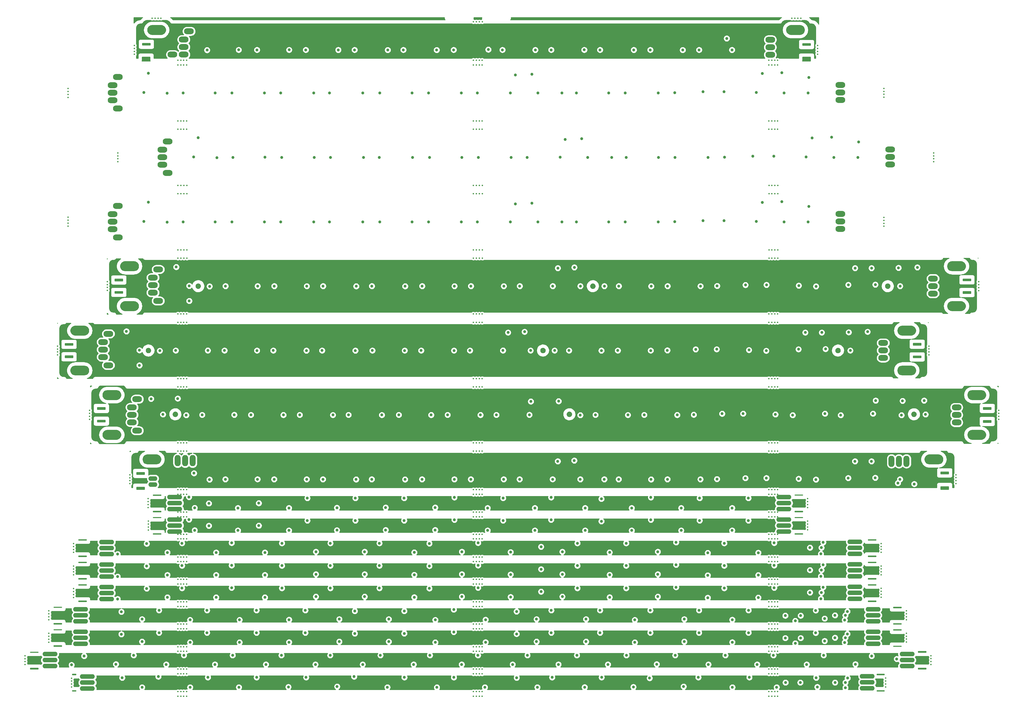
<source format=gbr>
G04 #@! TF.GenerationSoftware,KiCad,Pcbnew,(5.1.0-0)*
G04 #@! TF.CreationDate,2019-04-18T11:47:57-07:00*
G04 #@! TF.ProjectId,Panel2,50616e65-6c32-42e6-9b69-6361645f7063,rev?*
G04 #@! TF.SameCoordinates,Original*
G04 #@! TF.FileFunction,Copper,L2,Inr*
G04 #@! TF.FilePolarity,Positive*
%FSLAX46Y46*%
G04 Gerber Fmt 4.6, Leading zero omitted, Abs format (unit mm)*
G04 Created by KiCad (PCBNEW (5.1.0-0)) date 2019-04-18 11:47:57*
%MOMM*%
%LPD*%
G04 APERTURE LIST*
%ADD10C,0.500000*%
%ADD11O,3.302000X2.032000*%
%ADD12O,5.080000X1.524000*%
%ADD13O,2.032000X3.810000*%
%ADD14O,3.048000X1.524000*%
%ADD15C,1.000000*%
%ADD16C,0.254000*%
G04 APERTURE END LIST*
D10*
X39721201Y-248268822D03*
X39721201Y-247268822D03*
X39721201Y-249268822D03*
X39721201Y-250268822D03*
X24021201Y-240668822D03*
X24021201Y-239668822D03*
X24021201Y-241668822D03*
X24021201Y-242668822D03*
X32071201Y-233068822D03*
X32071201Y-232068822D03*
X32071201Y-234068822D03*
X32071201Y-235068822D03*
X32071201Y-225468822D03*
X32071201Y-224468822D03*
X32071201Y-226468822D03*
X32071201Y-227468822D03*
X40371201Y-217918822D03*
X40371201Y-216918822D03*
X40371201Y-218918822D03*
X40371201Y-219918822D03*
X40371201Y-210268822D03*
X40371201Y-209268822D03*
X40371201Y-211268822D03*
X40371201Y-212268822D03*
X40371201Y-202668822D03*
X40371201Y-201668822D03*
X40371201Y-203668822D03*
X40371201Y-204668822D03*
X65721201Y-195068822D03*
X65721201Y-194068822D03*
X65721201Y-196068822D03*
X65721201Y-197068822D03*
X65671201Y-187468822D03*
X65671201Y-186468822D03*
X65671201Y-188468822D03*
X65671201Y-189468822D03*
X59421201Y-179368822D03*
X59421201Y-178368822D03*
X59421201Y-180368822D03*
X59421201Y-181368822D03*
X45821201Y-157568822D03*
X45821201Y-156568822D03*
X45821201Y-158568822D03*
X45821201Y-159568822D03*
X34971201Y-135768822D03*
X34971201Y-134768822D03*
X34971201Y-136768822D03*
X34971201Y-137768822D03*
X51821201Y-113918822D03*
X51821201Y-112918822D03*
X51821201Y-114918822D03*
X51821201Y-115918822D03*
X38571201Y-92118822D03*
X38571201Y-91118822D03*
X38571201Y-93118822D03*
X38571201Y-94118822D03*
X55371201Y-70318822D03*
X55371201Y-69318822D03*
X55371201Y-71318822D03*
X55371201Y-72318822D03*
X38521201Y-48518822D03*
X38521201Y-47518822D03*
X38521201Y-49518822D03*
X38521201Y-50518822D03*
X60971201Y-33918822D03*
X60971201Y-32918822D03*
X60971201Y-34918822D03*
X60971201Y-35918822D03*
X176718822Y-24878799D03*
X175718822Y-24878799D03*
X177718822Y-24878799D03*
X178718822Y-24878799D03*
X292171201Y-33918822D03*
X292171201Y-32918822D03*
X292171201Y-34918822D03*
X292171201Y-35918822D03*
X314621201Y-48468822D03*
X314621201Y-47468822D03*
X314621201Y-49468822D03*
X314621201Y-50468822D03*
X331471201Y-70318822D03*
X331471201Y-69318822D03*
X331471201Y-71318822D03*
X331471201Y-72318822D03*
X314621201Y-92168822D03*
X314621201Y-91168822D03*
X314621201Y-93168822D03*
X314621201Y-94168822D03*
X346700000Y-115950000D03*
X346700000Y-114950000D03*
X346700000Y-112950000D03*
X346700000Y-113950000D03*
X329850000Y-137750000D03*
X329850000Y-136750000D03*
X329850000Y-134750000D03*
X329850000Y-135750000D03*
X353550000Y-159550000D03*
X353550000Y-158550000D03*
X353550000Y-156550000D03*
X353550000Y-157550000D03*
X339050000Y-181350000D03*
X339050000Y-180350000D03*
X339050000Y-178350000D03*
X339050000Y-179350000D03*
X288850000Y-189450000D03*
X288850000Y-188450000D03*
X288850000Y-186450000D03*
X288850000Y-187450000D03*
X288850000Y-197050000D03*
X288850000Y-196050000D03*
X288850000Y-194050000D03*
X288850000Y-195050000D03*
X313750000Y-204650000D03*
X313750000Y-203650000D03*
X313750000Y-201650000D03*
X313750000Y-202650000D03*
X313750000Y-212250000D03*
X313750000Y-211250000D03*
X313750000Y-209250000D03*
X313750000Y-210250000D03*
X313750000Y-219850000D03*
X313750000Y-218850000D03*
X313750000Y-216850000D03*
X313750000Y-217850000D03*
X322250000Y-227450000D03*
X322250000Y-226450000D03*
X322250000Y-224450000D03*
X322250000Y-225450000D03*
X322250000Y-233050000D03*
X322250000Y-232050000D03*
X322250000Y-234050000D03*
X322250000Y-235050000D03*
X315200000Y-250250000D03*
X315200000Y-249250000D03*
X315200000Y-247250000D03*
X315200000Y-248250000D03*
X330600000Y-240650000D03*
X330600000Y-239650000D03*
X330600000Y-241650000D03*
X330600000Y-242650000D03*
X275700000Y-167550000D03*
X276700000Y-167550000D03*
X278700000Y-167550000D03*
X277700000Y-167550000D03*
X277700000Y-170350000D03*
X278700000Y-170350000D03*
X276700000Y-170350000D03*
X275700000Y-170350000D03*
X75700000Y-167550000D03*
X76700000Y-167550000D03*
X78700000Y-167550000D03*
X77700000Y-167550000D03*
X77700000Y-170350000D03*
X78700000Y-170350000D03*
X76700000Y-170350000D03*
X75700000Y-170350000D03*
X177700000Y-170350000D03*
X178700000Y-170350000D03*
X176700000Y-170350000D03*
X175700000Y-170350000D03*
X175700000Y-167550000D03*
X176700000Y-167550000D03*
X178700000Y-167550000D03*
X177700000Y-167550000D03*
X275700000Y-145750000D03*
X276700000Y-145750000D03*
X278700000Y-145750000D03*
X277700000Y-145750000D03*
X277700000Y-148550000D03*
X278700000Y-148550000D03*
X276700000Y-148550000D03*
X275700000Y-148550000D03*
X75700000Y-145750000D03*
X76700000Y-145750000D03*
X78700000Y-145750000D03*
X77700000Y-145750000D03*
X77700000Y-148550000D03*
X78700000Y-148550000D03*
X76700000Y-148550000D03*
X75700000Y-148550000D03*
X177700000Y-148550000D03*
X178700000Y-148550000D03*
X176700000Y-148550000D03*
X175700000Y-148550000D03*
X175700000Y-145750000D03*
X176700000Y-145750000D03*
X178700000Y-145750000D03*
X177700000Y-145750000D03*
X275700000Y-123900000D03*
X276700000Y-123900000D03*
X278700000Y-123900000D03*
X277700000Y-123900000D03*
X277700000Y-126700000D03*
X278700000Y-126700000D03*
X276700000Y-126700000D03*
X275700000Y-126700000D03*
X75700000Y-123900000D03*
X76700000Y-123900000D03*
X78700000Y-123900000D03*
X77700000Y-123900000D03*
X77700000Y-126700000D03*
X78700000Y-126700000D03*
X76700000Y-126700000D03*
X75700000Y-126700000D03*
X177700000Y-126700000D03*
X178700000Y-126700000D03*
X176700000Y-126700000D03*
X175700000Y-126700000D03*
X175700000Y-123900000D03*
X176700000Y-123900000D03*
X178700000Y-123900000D03*
X177700000Y-123900000D03*
X275750000Y-102150000D03*
X276750000Y-102150000D03*
X278750000Y-102150000D03*
X277750000Y-102150000D03*
X277750000Y-104950000D03*
X278750000Y-104950000D03*
X276750000Y-104950000D03*
X275750000Y-104950000D03*
X75750000Y-102150000D03*
X76750000Y-102150000D03*
X78750000Y-102150000D03*
X77750000Y-102150000D03*
X77750000Y-104950000D03*
X78750000Y-104950000D03*
X76750000Y-104950000D03*
X75750000Y-104950000D03*
X177750000Y-104950000D03*
X178750000Y-104950000D03*
X176750000Y-104950000D03*
X175750000Y-104950000D03*
X175750000Y-102150000D03*
X176750000Y-102150000D03*
X178750000Y-102150000D03*
X177750000Y-102150000D03*
X275750000Y-80350000D03*
X276750000Y-80350000D03*
X278750000Y-80350000D03*
X277750000Y-80350000D03*
X277750000Y-83150000D03*
X278750000Y-83150000D03*
X276750000Y-83150000D03*
X275750000Y-83150000D03*
X75750000Y-80350000D03*
X76750000Y-80350000D03*
X78750000Y-80350000D03*
X77750000Y-80350000D03*
X77750000Y-83150000D03*
X78750000Y-83150000D03*
X76750000Y-83150000D03*
X75750000Y-83150000D03*
X177750000Y-83150000D03*
X178750000Y-83150000D03*
X176750000Y-83150000D03*
X175750000Y-83150000D03*
X175750000Y-80350000D03*
X176750000Y-80350000D03*
X178750000Y-80350000D03*
X177750000Y-80350000D03*
X177700000Y-251800000D03*
X178700000Y-251800000D03*
X176700000Y-251800000D03*
X175700000Y-251800000D03*
X175700000Y-253400000D03*
X176700000Y-253400000D03*
X178700000Y-253400000D03*
X177700000Y-253400000D03*
X275700000Y-253400000D03*
X276700000Y-253400000D03*
X278700000Y-253400000D03*
X277700000Y-253400000D03*
X277700000Y-251800000D03*
X278700000Y-251800000D03*
X276700000Y-251800000D03*
X275700000Y-251800000D03*
X77700000Y-251800000D03*
X78700000Y-251800000D03*
X76700000Y-251800000D03*
X75700000Y-251800000D03*
X75700000Y-253400000D03*
X76700000Y-253400000D03*
X78700000Y-253400000D03*
X77700000Y-253400000D03*
X177700000Y-244200000D03*
X178700000Y-244200000D03*
X176700000Y-244200000D03*
X175700000Y-244200000D03*
X175700000Y-245800000D03*
X176700000Y-245800000D03*
X178700000Y-245800000D03*
X177700000Y-245800000D03*
X275700000Y-245800000D03*
X276700000Y-245800000D03*
X278700000Y-245800000D03*
X277700000Y-245800000D03*
X277700000Y-244200000D03*
X278700000Y-244200000D03*
X276700000Y-244200000D03*
X275700000Y-244200000D03*
X77700000Y-244200000D03*
X78700000Y-244200000D03*
X76700000Y-244200000D03*
X75700000Y-244200000D03*
X75700000Y-245800000D03*
X76700000Y-245800000D03*
X78700000Y-245800000D03*
X77700000Y-245800000D03*
X177700000Y-236600000D03*
X178700000Y-236600000D03*
X176700000Y-236600000D03*
X175700000Y-236600000D03*
X175700000Y-238200000D03*
X176700000Y-238200000D03*
X178700000Y-238200000D03*
X177700000Y-238200000D03*
X275700000Y-238200000D03*
X276700000Y-238200000D03*
X278700000Y-238200000D03*
X277700000Y-238200000D03*
X277700000Y-236600000D03*
X278700000Y-236600000D03*
X276700000Y-236600000D03*
X275700000Y-236600000D03*
X77700000Y-236600000D03*
X78700000Y-236600000D03*
X76700000Y-236600000D03*
X75700000Y-236600000D03*
X75700000Y-238200000D03*
X76700000Y-238200000D03*
X78700000Y-238200000D03*
X77700000Y-238200000D03*
X177700000Y-228900000D03*
X178700000Y-228900000D03*
X176700000Y-228900000D03*
X175700000Y-228900000D03*
X175700000Y-230500000D03*
X176700000Y-230500000D03*
X178700000Y-230500000D03*
X177700000Y-230500000D03*
X275700000Y-230500000D03*
X276700000Y-230500000D03*
X278700000Y-230500000D03*
X277700000Y-230500000D03*
X277700000Y-228900000D03*
X278700000Y-228900000D03*
X276700000Y-228900000D03*
X275700000Y-228900000D03*
X77700000Y-228900000D03*
X78700000Y-228900000D03*
X76700000Y-228900000D03*
X75700000Y-228900000D03*
X75700000Y-230500000D03*
X76700000Y-230500000D03*
X78700000Y-230500000D03*
X77700000Y-230500000D03*
X177700000Y-221400000D03*
X178700000Y-221400000D03*
X176700000Y-221400000D03*
X175700000Y-221400000D03*
X175700000Y-223000000D03*
X176700000Y-223000000D03*
X178700000Y-223000000D03*
X177700000Y-223000000D03*
X275700000Y-223000000D03*
X276700000Y-223000000D03*
X278700000Y-223000000D03*
X277700000Y-223000000D03*
X277700000Y-221400000D03*
X278700000Y-221400000D03*
X276700000Y-221400000D03*
X275700000Y-221400000D03*
X77700000Y-221400000D03*
X78700000Y-221400000D03*
X76700000Y-221400000D03*
X75700000Y-221400000D03*
X75700000Y-223000000D03*
X76700000Y-223000000D03*
X78700000Y-223000000D03*
X77700000Y-223000000D03*
X177700000Y-213800000D03*
X178700000Y-213800000D03*
X176700000Y-213800000D03*
X175700000Y-213800000D03*
X175700000Y-215400000D03*
X176700000Y-215400000D03*
X178700000Y-215400000D03*
X177700000Y-215400000D03*
X275700000Y-215400000D03*
X276700000Y-215400000D03*
X278700000Y-215400000D03*
X277700000Y-215400000D03*
X277700000Y-213800000D03*
X278700000Y-213800000D03*
X276700000Y-213800000D03*
X275700000Y-213800000D03*
X77700000Y-213800000D03*
X78700000Y-213800000D03*
X76700000Y-213800000D03*
X75700000Y-213800000D03*
X75700000Y-215400000D03*
X76700000Y-215400000D03*
X78700000Y-215400000D03*
X77700000Y-215400000D03*
X177700000Y-206200000D03*
X178700000Y-206200000D03*
X176700000Y-206200000D03*
X175700000Y-206200000D03*
X175700000Y-207800000D03*
X176700000Y-207800000D03*
X178700000Y-207800000D03*
X177700000Y-207800000D03*
X275700000Y-207800000D03*
X276700000Y-207800000D03*
X278700000Y-207800000D03*
X277700000Y-207800000D03*
X277700000Y-206200000D03*
X278700000Y-206200000D03*
X276700000Y-206200000D03*
X275700000Y-206200000D03*
X77700000Y-206200000D03*
X78700000Y-206200000D03*
X76700000Y-206200000D03*
X75700000Y-206200000D03*
X75700000Y-207800000D03*
X76700000Y-207800000D03*
X78700000Y-207800000D03*
X77700000Y-207800000D03*
X177700000Y-198500000D03*
X178700000Y-198500000D03*
X176700000Y-198500000D03*
X175700000Y-198500000D03*
X175700000Y-200100000D03*
X176700000Y-200100000D03*
X178700000Y-200100000D03*
X177700000Y-200100000D03*
X275700000Y-200100000D03*
X276700000Y-200100000D03*
X278700000Y-200100000D03*
X277700000Y-200100000D03*
X277700000Y-198500000D03*
X278700000Y-198500000D03*
X276700000Y-198500000D03*
X275700000Y-198500000D03*
X77700000Y-198500000D03*
X78700000Y-198500000D03*
X76700000Y-198500000D03*
X75700000Y-198500000D03*
X75700000Y-200100000D03*
X76700000Y-200100000D03*
X78700000Y-200100000D03*
X77700000Y-200100000D03*
X177700000Y-191000000D03*
X178700000Y-191000000D03*
X176700000Y-191000000D03*
X175700000Y-191000000D03*
X175700000Y-192600000D03*
X176700000Y-192600000D03*
X178700000Y-192600000D03*
X177700000Y-192600000D03*
X275700000Y-192600000D03*
X276700000Y-192600000D03*
X278700000Y-192600000D03*
X277700000Y-192600000D03*
X277700000Y-191000000D03*
X278700000Y-191000000D03*
X276700000Y-191000000D03*
X275700000Y-191000000D03*
X77700000Y-191000000D03*
X78700000Y-191000000D03*
X76700000Y-191000000D03*
X75700000Y-191000000D03*
X75700000Y-192600000D03*
X76700000Y-192600000D03*
X78700000Y-192600000D03*
X77700000Y-192600000D03*
X177700000Y-183400000D03*
X178700000Y-183400000D03*
X176700000Y-183400000D03*
X175700000Y-183400000D03*
X175700000Y-185000000D03*
X176700000Y-185000000D03*
X178700000Y-185000000D03*
X177700000Y-185000000D03*
X275700000Y-185000000D03*
X276700000Y-185000000D03*
X278700000Y-185000000D03*
X277700000Y-185000000D03*
X277700000Y-183400000D03*
X278700000Y-183400000D03*
X276700000Y-183400000D03*
X275700000Y-183400000D03*
X77700000Y-183400000D03*
X78700000Y-183400000D03*
X76700000Y-183400000D03*
X75700000Y-183400000D03*
X75700000Y-185000000D03*
X76700000Y-185000000D03*
X78700000Y-185000000D03*
X77700000Y-185000000D03*
X177700000Y-58500000D03*
X178700000Y-58500000D03*
X176700000Y-58500000D03*
X175700000Y-58500000D03*
X175700000Y-61300000D03*
X176700000Y-61300000D03*
X178700000Y-61300000D03*
X177700000Y-61300000D03*
X275700000Y-61300000D03*
X276700000Y-61300000D03*
X278700000Y-61300000D03*
X277700000Y-61300000D03*
X277700000Y-58500000D03*
X278700000Y-58500000D03*
X276700000Y-58500000D03*
X275700000Y-58500000D03*
X77700000Y-58500000D03*
X78700000Y-58500000D03*
X76700000Y-58500000D03*
X75700000Y-58500000D03*
X75700000Y-61300000D03*
X76700000Y-61300000D03*
X78700000Y-61300000D03*
X77700000Y-61300000D03*
X75700000Y-37900000D03*
X76700000Y-37900000D03*
X78700000Y-37900000D03*
X77700000Y-37900000D03*
X77700000Y-39500000D03*
X78700000Y-39500000D03*
X76700000Y-39500000D03*
X75700000Y-39500000D03*
X175700000Y-37900000D03*
X176700000Y-37900000D03*
X178700000Y-37900000D03*
X177700000Y-37900000D03*
X177700000Y-39500000D03*
X178700000Y-39500000D03*
X176700000Y-39500000D03*
X175700000Y-39500000D03*
X275700000Y-37900000D03*
X276700000Y-37900000D03*
X278700000Y-37900000D03*
X277700000Y-37900000D03*
X277700000Y-39500000D03*
X278700000Y-39500000D03*
X276700000Y-39500000D03*
X275700000Y-39500000D03*
X285500000Y-23700000D03*
X286500000Y-23700000D03*
X284500000Y-23700000D03*
X283500000Y-23700000D03*
X67000000Y-23700000D03*
X68000000Y-23700000D03*
X70000000Y-23700000D03*
X69000000Y-23700000D03*
D11*
X73868000Y-35997000D03*
X79456000Y-28123000D03*
X77678000Y-35997000D03*
X77678000Y-33457000D03*
X77678000Y-30917000D03*
X276178000Y-36037000D03*
X276178000Y-33497000D03*
X276178000Y-30957000D03*
X60152000Y-155518000D03*
X60152000Y-158058000D03*
X60152000Y-160598000D03*
X61930000Y-152724000D03*
X61930000Y-163392000D03*
X339252000Y-155552000D03*
X339252000Y-158092000D03*
X339252000Y-160632000D03*
D12*
X45090540Y-246737780D03*
X45090540Y-248769780D03*
X45090540Y-250801780D03*
X308994000Y-246593000D03*
X308994000Y-248625000D03*
X308994000Y-250657000D03*
X32413000Y-243192000D03*
X32413000Y-241160000D03*
X32413000Y-239128000D03*
X322481000Y-243192000D03*
X322481000Y-241160000D03*
X322481000Y-239128000D03*
X310982140Y-231540880D03*
X310982140Y-233572880D03*
X310982140Y-235604880D03*
X42808920Y-231556520D03*
X42808920Y-233588520D03*
X42808920Y-235620520D03*
X310982140Y-223939880D03*
X310982140Y-225971880D03*
X310982140Y-228003880D03*
X42808920Y-223955520D03*
X42808920Y-225987520D03*
X42808920Y-228019520D03*
X51565920Y-216379120D03*
X51565920Y-218411120D03*
X51565920Y-220443120D03*
X304818060Y-216310540D03*
X304818060Y-218342540D03*
X304818060Y-220374540D03*
X51565920Y-208779120D03*
X51565920Y-210811120D03*
X51565920Y-212843120D03*
X304818060Y-208710540D03*
X304818060Y-210742540D03*
X304818060Y-212774540D03*
X51565920Y-201179120D03*
X51565920Y-203211120D03*
X51565920Y-205243120D03*
X304818060Y-201110540D03*
X304818060Y-203142540D03*
X304818060Y-205174540D03*
X74635000Y-193508400D03*
X74635000Y-195540400D03*
X74635000Y-197572400D03*
X280781400Y-193536400D03*
X280781400Y-195568400D03*
X280781400Y-197600400D03*
X74635000Y-185909400D03*
X74635000Y-187941400D03*
X74635000Y-189973400D03*
X280781400Y-185937400D03*
X280781400Y-187969400D03*
X280781400Y-190001400D03*
D11*
X50398000Y-133390000D03*
X50398000Y-135930000D03*
X50398000Y-138470000D03*
X52176000Y-130596000D03*
X52176000Y-141264000D03*
X314398000Y-133690000D03*
X314398000Y-136230000D03*
X314398000Y-138770000D03*
X67245000Y-111578000D03*
X67245000Y-114118000D03*
X67245000Y-116658000D03*
X69023000Y-108784000D03*
X69023000Y-119452000D03*
X331245000Y-111878000D03*
X331245000Y-114418000D03*
X331245000Y-116958000D03*
X53613000Y-46384000D03*
X53613000Y-48924000D03*
X53613000Y-51464000D03*
X55391000Y-43590000D03*
X55391000Y-54258000D03*
X299913000Y-46324000D03*
X299913000Y-48864000D03*
X299913000Y-51404000D03*
X299913000Y-95073000D03*
X299913000Y-92533000D03*
X299913000Y-89993000D03*
X55391000Y-97927000D03*
X55391000Y-87259000D03*
X53613000Y-95133000D03*
X53613000Y-92593000D03*
X53613000Y-90053000D03*
X316760000Y-73217000D03*
X316760000Y-70677000D03*
X316760000Y-68137000D03*
X72238000Y-76071000D03*
X72238000Y-65403000D03*
X70460000Y-73277000D03*
X70460000Y-70737000D03*
X70460000Y-68197000D03*
D13*
X322292189Y-173777543D03*
X319752189Y-173777543D03*
X317212189Y-173777543D03*
X75612189Y-173577543D03*
X78152189Y-173577543D03*
X80692189Y-173577543D03*
D14*
X67262189Y-181659543D03*
X67262189Y-179627543D03*
D15*
X290370000Y-64249000D03*
X243855806Y-92609940D03*
X210581800Y-92673440D03*
X143862800Y-70817440D03*
X110842800Y-70817440D03*
X227091800Y-92673440D03*
X177390800Y-70817440D03*
X160880800Y-70817440D03*
X127352800Y-70817440D03*
X177053800Y-92673440D03*
X227428800Y-70817440D03*
X243938800Y-70817440D03*
X193900800Y-70817440D03*
X160543800Y-92673440D03*
X94332800Y-70817440D03*
X277416000Y-70398340D03*
X260702806Y-70753940D03*
X144033800Y-92673440D03*
X214426540Y-70822520D03*
X212394540Y-64472520D03*
X81074000Y-70652340D03*
X110505800Y-92673440D03*
X121841000Y-70830140D03*
X296974000Y-63995000D03*
X297736000Y-70853000D03*
X127015800Y-92673440D03*
X171828200Y-70830140D03*
X155140400Y-70855540D03*
X138579600Y-70855540D03*
X93995800Y-92673440D03*
X238401600Y-70855540D03*
X205076800Y-70804740D03*
X188516000Y-70830140D03*
X306060000Y-65577000D03*
X288338000Y-70652340D03*
X270304000Y-70423740D03*
X255089400Y-70830140D03*
X82560000Y-64177000D03*
X206806540Y-64726520D03*
X88948000Y-70906340D03*
X105204000Y-70804740D03*
X222554540Y-70822520D03*
X305864000Y-70853000D03*
X58298000Y-129770000D03*
X303268540Y-136258400D03*
X288028540Y-130162400D03*
X203192540Y-136258400D03*
X187444540Y-130162400D03*
X302737680Y-130078580D03*
X69586000Y-136342220D03*
X85842000Y-136240620D03*
X285740000Y-135834220D03*
X268976000Y-136088220D03*
X250942000Y-135859620D03*
X235727400Y-136266020D03*
X219039600Y-136291420D03*
X185714800Y-136240620D03*
X169154000Y-136266020D03*
X152466200Y-136266020D03*
X135778400Y-136291420D03*
X119217600Y-136291420D03*
X102479000Y-136266020D03*
X62698000Y-136170000D03*
X62698000Y-141270000D03*
X293616540Y-130162400D03*
X124500800Y-136253320D03*
X141518800Y-136253320D03*
X91480800Y-136253320D03*
X107990800Y-136253320D03*
X294886540Y-135750394D03*
X309110540Y-129908400D03*
X195064540Y-136258400D03*
X258054000Y-135834220D03*
X193032540Y-129908400D03*
X241340806Y-136189820D03*
X74970800Y-136253320D03*
X208066800Y-136253320D03*
X274818000Y-136342220D03*
X158028800Y-136253320D03*
X174538800Y-136253320D03*
X224576800Y-136253320D03*
X75145000Y-107958000D03*
X320115540Y-114446400D03*
X304875540Y-108350400D03*
X220039540Y-114446400D03*
X204291540Y-108350400D03*
X319584680Y-108266580D03*
X86433000Y-114530220D03*
X102689000Y-114428620D03*
X302587000Y-114022220D03*
X285823000Y-114276220D03*
X267789000Y-114047620D03*
X252574400Y-114454020D03*
X235886600Y-114479420D03*
X202561800Y-114428620D03*
X186001000Y-114454020D03*
X169313200Y-114454020D03*
X152625400Y-114479420D03*
X136064600Y-114479420D03*
X119326000Y-114454020D03*
X79545000Y-114358000D03*
X79545000Y-119458000D03*
X310463540Y-108350400D03*
X141347800Y-114441320D03*
X158365800Y-114441320D03*
X108327800Y-114441320D03*
X124837800Y-114441320D03*
X311733540Y-113938394D03*
X325957540Y-108096400D03*
X211911540Y-114446400D03*
X274901000Y-114022220D03*
X209879540Y-108096400D03*
X258187806Y-114377820D03*
X91817800Y-114441320D03*
X224913800Y-114441320D03*
X291665000Y-114530220D03*
X174875800Y-114441320D03*
X191385800Y-114441320D03*
X241423800Y-114441320D03*
X289213000Y-87433000D03*
X65713000Y-86033000D03*
X289017000Y-92709000D03*
X273523000Y-86105000D03*
X205707540Y-92678520D03*
X189959540Y-86582520D03*
X72101000Y-92762340D03*
X88357000Y-92660740D03*
X271491000Y-92508340D03*
X253457000Y-92279740D03*
X238242400Y-92686140D03*
X221554600Y-92711540D03*
X188229800Y-92660740D03*
X171669000Y-92686140D03*
X154981200Y-92686140D03*
X138293400Y-92711540D03*
X121732600Y-92711540D03*
X104994000Y-92686140D03*
X280127000Y-85851000D03*
X280889000Y-92709000D03*
X197579540Y-92678520D03*
X195547540Y-86328520D03*
X64227000Y-92508340D03*
X77485800Y-92673440D03*
X260569000Y-92254340D03*
X324912189Y-181477543D03*
X319362189Y-181177543D03*
X220004189Y-179883543D03*
X204256189Y-173787543D03*
X320080189Y-179883543D03*
X304840189Y-173787543D03*
X86397649Y-179967363D03*
X102653649Y-179865763D03*
X302551649Y-179459363D03*
X285787649Y-179713363D03*
X152590049Y-179916563D03*
X267753649Y-179484763D03*
X235851249Y-179916563D03*
X169277849Y-179891163D03*
X185965649Y-179891163D03*
X202526449Y-179865763D03*
X252539049Y-179891163D03*
X136029249Y-179916563D03*
X119290649Y-179891163D03*
X209844189Y-173533543D03*
X91782449Y-179878463D03*
X274865649Y-179459363D03*
X291629649Y-179967363D03*
X258152455Y-179814963D03*
X224878449Y-179878463D03*
X241388449Y-179878463D03*
X191350449Y-179878463D03*
X174840449Y-179878463D03*
X108292449Y-179878463D03*
X141312449Y-179878463D03*
X124802449Y-179878463D03*
X158330449Y-179878463D03*
X211876189Y-179883543D03*
X81162189Y-177827543D03*
X310428189Y-173787543D03*
X311698189Y-179375537D03*
X268779000Y-186264000D03*
X119529000Y-186264000D03*
X235779000Y-186014000D03*
X185779000Y-186264000D03*
X103083000Y-187979500D03*
X79461000Y-185912000D03*
X252279000Y-186264000D03*
X152279000Y-186264000D03*
X135779000Y-186264000D03*
X219029000Y-186514000D03*
X169279002Y-186014000D03*
X202029000Y-186014000D03*
X86192000Y-188043000D03*
X162778996Y-189463990D03*
X129529000Y-189536973D03*
X146029000Y-189463990D03*
X229279000Y-189616561D03*
X180529000Y-189616547D03*
X213529000Y-189616559D03*
X263279000Y-189616565D03*
X96029000Y-189616561D03*
X113279000Y-189616563D03*
X196529000Y-189616563D03*
X246029000Y-189616557D03*
X81393740Y-189569340D03*
X268779000Y-193863000D03*
X119529000Y-193863000D03*
X235779000Y-193613000D03*
X185779000Y-193863000D03*
X103083000Y-195578500D03*
X79461000Y-193511000D03*
X252279000Y-193863000D03*
X152279000Y-193863000D03*
X135779000Y-193863000D03*
X219029000Y-194113000D03*
X169279002Y-193613000D03*
X202029000Y-193613000D03*
X86192000Y-195642000D03*
X162778996Y-197062990D03*
X129529000Y-197135973D03*
X146029000Y-197062990D03*
X229279000Y-197215561D03*
X180529000Y-197215547D03*
X213529000Y-197215559D03*
X263279000Y-197215565D03*
X96029000Y-197215561D03*
X113279000Y-197215563D03*
X196529000Y-197215563D03*
X246029000Y-197215557D03*
X81393740Y-197168340D03*
X110913000Y-201546000D03*
X127313000Y-201546000D03*
X143913000Y-201546000D03*
X77112998Y-201546000D03*
X160813000Y-201646000D03*
X177313000Y-201446000D03*
X198613000Y-202746000D03*
X210913000Y-201546000D03*
X227413000Y-201546000D03*
X244313000Y-201246000D03*
X260612998Y-201546000D03*
X277513000Y-201446000D03*
X294113000Y-201246000D03*
X65163000Y-201696000D03*
X93913000Y-201446000D03*
X55313000Y-205245996D03*
X155713000Y-204646004D03*
X138913000Y-204446000D03*
X122413000Y-204446000D03*
X171813000Y-204446000D03*
X188313000Y-204546000D03*
X205813000Y-204446000D03*
X221813000Y-204646000D03*
X238113000Y-204446000D03*
X255013000Y-204815924D03*
X272113000Y-204765391D03*
X293313000Y-205146000D03*
X72162992Y-204696000D03*
X88663000Y-204696000D03*
X105163000Y-204696000D03*
X289613004Y-203046000D03*
X293513000Y-203046000D03*
X110913000Y-209146000D03*
X127313000Y-209146000D03*
X143913000Y-209146000D03*
X77112998Y-209146000D03*
X160813000Y-209246000D03*
X177313000Y-209046000D03*
X198613000Y-210346000D03*
X210913000Y-209146000D03*
X227413000Y-209146000D03*
X244313000Y-208846000D03*
X260612998Y-209146000D03*
X277513000Y-209046000D03*
X294113000Y-208846000D03*
X65163000Y-209296000D03*
X93913000Y-209046000D03*
X55313000Y-212845996D03*
X155713000Y-212246004D03*
X138913000Y-212046000D03*
X122413000Y-212046000D03*
X171813000Y-212046000D03*
X188313000Y-212146000D03*
X205813000Y-212046000D03*
X221813000Y-212246000D03*
X238113000Y-212046000D03*
X255013000Y-212415924D03*
X272113000Y-212365391D03*
X293313000Y-212746000D03*
X72162992Y-212296000D03*
X88663000Y-212296000D03*
X105163000Y-212296000D03*
X289613004Y-210646000D03*
X293513000Y-210646000D03*
X110913000Y-216746000D03*
X127313000Y-216746000D03*
X143913000Y-216746000D03*
X77112998Y-216746000D03*
X160813000Y-216846000D03*
X177313000Y-216646000D03*
X198613000Y-217946000D03*
X210913000Y-216746000D03*
X227413000Y-216746000D03*
X244313000Y-216446000D03*
X260612998Y-216746000D03*
X277513000Y-216646000D03*
X294113000Y-216446000D03*
X65163000Y-216896000D03*
X93913000Y-216646000D03*
X55313000Y-220445996D03*
X155713000Y-219846004D03*
X138913000Y-219646000D03*
X122413000Y-219646000D03*
X171813000Y-219646000D03*
X188313000Y-219746000D03*
X205813000Y-219646000D03*
X221813000Y-219846000D03*
X238113000Y-219646000D03*
X255013000Y-220015924D03*
X272113000Y-219965391D03*
X293313000Y-220346000D03*
X72162992Y-219896000D03*
X88663000Y-219896000D03*
X105163000Y-219896000D03*
X289613004Y-218246000D03*
X293513000Y-218246000D03*
X291572000Y-224316158D03*
X302281000Y-224673000D03*
X69331000Y-224273000D03*
X85581000Y-224273000D03*
X102330998Y-224273000D03*
X118831000Y-224273000D03*
X135581000Y-224523000D03*
X152331000Y-224523000D03*
X169081000Y-224023000D03*
X190331000Y-224673010D03*
X202081000Y-224273000D03*
X218581000Y-224273000D03*
X235581000Y-224273000D03*
X252081000Y-224273000D03*
X268831000Y-224273006D03*
X56581000Y-224773000D03*
X294581000Y-227066087D03*
X284661627Y-227843205D03*
X301381000Y-227573000D03*
X63581000Y-227273000D03*
X79831000Y-227523000D03*
X96581000Y-227523000D03*
X130331000Y-227273000D03*
X147081000Y-227273000D03*
X162831000Y-227523000D03*
X197081000Y-227273000D03*
X213831000Y-227273000D03*
X230331000Y-227523000D03*
X247081000Y-227273000D03*
X113331000Y-227472990D03*
X179831000Y-227472990D03*
X263331000Y-227472990D03*
X281281000Y-226073000D03*
X286461639Y-226073000D03*
X301581000Y-225972996D03*
X298081004Y-225973000D03*
X291572000Y-231917158D03*
X302281000Y-232274000D03*
X69331000Y-231874000D03*
X85581000Y-231874000D03*
X102330998Y-231874000D03*
X118831000Y-231874000D03*
X135581000Y-232124000D03*
X152331000Y-232124000D03*
X169081000Y-231624000D03*
X190331000Y-232274010D03*
X202081000Y-231874000D03*
X218581000Y-231874000D03*
X235581000Y-231874000D03*
X252081000Y-231874000D03*
X268831000Y-231874006D03*
X56581000Y-232374000D03*
X294581000Y-234667087D03*
X284661627Y-235444205D03*
X301381000Y-235174000D03*
X63581000Y-234874000D03*
X79831000Y-235124000D03*
X96581000Y-235124000D03*
X130331000Y-234874000D03*
X147081000Y-234874000D03*
X162831000Y-235124000D03*
X197081000Y-234874000D03*
X213831000Y-234874000D03*
X230331000Y-235124000D03*
X247081000Y-234874000D03*
X113331000Y-235073990D03*
X179831000Y-235073990D03*
X263331000Y-235073990D03*
X281281000Y-233674000D03*
X286461639Y-233674000D03*
X301581000Y-233573996D03*
X298081004Y-233574000D03*
X277247000Y-239520006D03*
X260997000Y-239520000D03*
X60746996Y-239520000D03*
X39730540Y-242767620D03*
X294247000Y-239520000D03*
X310497000Y-239770000D03*
X318997000Y-240770000D03*
X210747000Y-239520000D03*
X71747000Y-242619990D03*
X138247000Y-242619990D03*
X237747000Y-242520000D03*
X288497000Y-242619990D03*
X88247000Y-242619990D03*
X188997000Y-242619990D03*
X304997000Y-242520000D03*
X105497000Y-242619990D03*
X94247000Y-239520000D03*
X43997000Y-239770000D03*
X77747000Y-239520000D03*
X144247000Y-239520000D03*
X127246998Y-239520000D03*
X177247000Y-239520000D03*
X227497000Y-239520000D03*
X110747000Y-239520000D03*
X155497000Y-242619990D03*
X171747000Y-242619990D03*
X255247000Y-242619990D03*
X193997000Y-239520000D03*
X243997008Y-239520000D03*
X160997000Y-239520000D03*
X221247000Y-242619990D03*
X271747000Y-242619990D03*
X204497000Y-242619990D03*
X122247000Y-242619990D03*
X54747000Y-242520000D03*
X291722000Y-247117060D03*
X56854000Y-247117062D03*
X69104000Y-246743000D03*
X85854000Y-246993002D03*
X102354000Y-246993004D03*
X119104000Y-246993000D03*
X135354000Y-246743000D03*
X152354000Y-246993000D03*
X169104000Y-246993000D03*
X190354000Y-247117062D03*
X202354000Y-246993000D03*
X219104000Y-246993000D03*
X235354000Y-247243000D03*
X251854000Y-246993000D03*
X269104000Y-246993000D03*
X302354000Y-247243000D03*
X113104000Y-250243000D03*
X229854000Y-250243008D03*
X292104000Y-250243000D03*
X301604000Y-250493000D03*
X63604000Y-250342990D03*
X246854000Y-250092990D03*
X263354000Y-250342990D03*
X278354000Y-250342990D03*
X163354000Y-250369006D03*
X197354000Y-250342990D03*
X213354000Y-250318800D03*
X129604000Y-250092990D03*
X179604000Y-250351787D03*
X79854000Y-250342990D03*
X96354000Y-250342990D03*
X146604000Y-250342990D03*
X281354000Y-248743000D03*
X286354000Y-248743000D03*
X298104000Y-248743000D03*
X301615408Y-248731600D03*
X100434800Y-158065100D03*
X133454800Y-158065100D03*
X116944800Y-158065100D03*
X150472800Y-158065100D03*
X166982800Y-158065100D03*
X183492800Y-158065100D03*
X233530800Y-158065100D03*
X217020800Y-158065100D03*
X250294806Y-158001600D03*
X283772000Y-158154000D03*
X300028000Y-158154000D03*
X267008000Y-157646000D03*
X320602000Y-158154000D03*
X83924800Y-158065100D03*
X70666000Y-157900000D03*
X204552000Y-153418000D03*
X320952000Y-153318000D03*
X75652000Y-152518000D03*
X111433000Y-158077800D03*
X128171600Y-158103200D03*
X144732400Y-158103200D03*
X161420200Y-158077800D03*
X178108000Y-158077800D03*
X194668800Y-158052400D03*
X227993600Y-158103200D03*
X244681400Y-158077800D03*
X259896000Y-157671400D03*
X277930000Y-157900000D03*
X294694000Y-157646000D03*
X310950000Y-157646000D03*
X211890000Y-158154000D03*
X328730000Y-157900000D03*
X94796000Y-158052400D03*
X78540000Y-158154000D03*
X195152000Y-153518000D03*
X311852000Y-153218000D03*
X328252000Y-153218000D03*
X66652000Y-152618000D03*
X85591000Y-34476000D03*
X102482000Y-34412500D03*
X118992000Y-34412500D03*
X152012000Y-34412500D03*
X135502000Y-34412500D03*
X169030000Y-34412500D03*
X185540000Y-34412500D03*
X218560000Y-34412500D03*
X202050000Y-34412500D03*
X252088000Y-34412500D03*
X235578000Y-34412500D03*
X96286940Y-34402340D03*
X229990000Y-34425200D03*
X213226000Y-34399800D03*
X261456000Y-30539000D03*
X180778000Y-34297000D03*
X196665200Y-34425200D03*
X163289600Y-34450600D03*
X146728800Y-34450600D03*
X113353200Y-34399800D03*
X129990200Y-34425200D03*
X246550800Y-34450600D03*
X263238600Y-34425200D03*
X280127000Y-42182000D03*
X280889000Y-49040000D03*
X197579540Y-49009520D03*
X195547540Y-42659520D03*
X64227000Y-48839340D03*
X77485800Y-49004440D03*
X260569000Y-48585340D03*
X243855806Y-48940940D03*
X210581800Y-49004440D03*
X227091800Y-49004440D03*
X177053800Y-49004440D03*
X160543800Y-49004440D03*
X144033800Y-49004440D03*
X110505800Y-49004440D03*
X127015800Y-49004440D03*
X93995800Y-49004440D03*
X289213000Y-43764000D03*
X65713000Y-42364000D03*
X289017000Y-49040000D03*
X273523000Y-42436000D03*
X205707540Y-49009520D03*
X189959540Y-42913520D03*
X72101000Y-49093340D03*
X88357000Y-48991740D03*
X271491000Y-48839340D03*
X253457000Y-48610740D03*
X238242400Y-49017140D03*
X221554600Y-49042540D03*
X188229800Y-48991740D03*
X171669000Y-49017140D03*
X154981200Y-49017140D03*
X138293400Y-49042540D03*
X121732600Y-49042540D03*
X104994000Y-49017140D03*
D16*
G36*
X52057991Y-123930650D02*
G01*
X51772000Y-123930892D01*
X51772000Y-123644827D01*
X52057991Y-123930650D01*
X52057991Y-123930650D01*
G37*
X52057991Y-123930650D02*
X51772000Y-123930892D01*
X51772000Y-123644827D01*
X52057991Y-123930650D01*
G36*
X343658498Y-105052120D02*
G01*
X343726707Y-105186863D01*
X343728939Y-105194223D01*
X343757141Y-105246985D01*
X343768898Y-105270211D01*
X343773002Y-105276659D01*
X343792546Y-105313224D01*
X343809147Y-105333452D01*
X343823193Y-105355522D01*
X343851846Y-105385480D01*
X343878147Y-105417528D01*
X343898374Y-105434128D01*
X343916457Y-105453035D01*
X343950400Y-105476825D01*
X343982451Y-105503129D01*
X344005530Y-105515465D01*
X344026953Y-105530480D01*
X344064886Y-105547191D01*
X344101452Y-105566736D01*
X344126494Y-105574333D01*
X344150434Y-105584879D01*
X344190898Y-105593869D01*
X344230575Y-105605905D01*
X344256614Y-105608470D01*
X344282154Y-105614144D01*
X344323594Y-105615067D01*
X344331211Y-105615817D01*
X344357283Y-105615817D01*
X344417054Y-105617148D01*
X344424622Y-105615817D01*
X344625764Y-105615817D01*
X345082945Y-105688437D01*
X345448386Y-105874128D01*
X345736781Y-106162693D01*
X345922375Y-106526590D01*
X345993800Y-106983967D01*
X345993799Y-112397531D01*
X345991903Y-112416785D01*
X345915723Y-112530795D01*
X345849010Y-112691855D01*
X345815000Y-112862835D01*
X345815000Y-113037165D01*
X345849010Y-113208145D01*
X345915723Y-113369205D01*
X345969709Y-113450000D01*
X345915723Y-113530795D01*
X345849010Y-113691855D01*
X345815000Y-113862835D01*
X345815000Y-114037165D01*
X345849010Y-114208145D01*
X345915723Y-114369205D01*
X345969709Y-114450000D01*
X345915723Y-114530795D01*
X345849010Y-114691855D01*
X345815000Y-114862835D01*
X345815000Y-115037165D01*
X345849010Y-115208145D01*
X345915723Y-115369205D01*
X345969709Y-115450000D01*
X345915723Y-115530795D01*
X345849010Y-115691855D01*
X345815000Y-115862835D01*
X345815000Y-116037165D01*
X345849010Y-116208145D01*
X345915723Y-116369205D01*
X345993800Y-116486055D01*
X345993799Y-121877864D01*
X345922375Y-122335219D01*
X345736781Y-122699117D01*
X345448386Y-122987682D01*
X345082934Y-123173379D01*
X344625755Y-123246014D01*
X344424622Y-123246014D01*
X344417054Y-123244683D01*
X344357283Y-123246014D01*
X344331211Y-123246014D01*
X344323594Y-123246764D01*
X344282154Y-123247687D01*
X344256614Y-123253361D01*
X344230575Y-123255926D01*
X344190898Y-123267962D01*
X344150434Y-123276952D01*
X344126494Y-123287498D01*
X344101452Y-123295095D01*
X344064886Y-123314640D01*
X344026953Y-123331351D01*
X344005530Y-123346366D01*
X343982451Y-123358702D01*
X343950400Y-123385006D01*
X343916457Y-123408796D01*
X343898374Y-123427703D01*
X343878147Y-123444303D01*
X343851846Y-123476351D01*
X343823193Y-123506309D01*
X343809147Y-123528379D01*
X343792546Y-123548607D01*
X343773002Y-123585172D01*
X343768898Y-123591620D01*
X343757141Y-123614846D01*
X343728939Y-123667608D01*
X343726707Y-123674968D01*
X343722400Y-123683477D01*
X342164395Y-123684797D01*
X342256797Y-123637813D01*
X342263564Y-123635760D01*
X342316827Y-123607289D01*
X342340612Y-123595195D01*
X342346546Y-123591403D01*
X342382563Y-123572151D01*
X342403259Y-123555165D01*
X342425824Y-123540747D01*
X342455294Y-123512460D01*
X342460731Y-123507997D01*
X342479575Y-123489153D01*
X342523169Y-123447307D01*
X342527220Y-123441506D01*
X342939114Y-123029594D01*
X342944305Y-123025986D01*
X342986730Y-122981976D01*
X343006130Y-122962575D01*
X343010126Y-122957706D01*
X343037951Y-122928841D01*
X343052816Y-122905686D01*
X343070280Y-122884405D01*
X343089185Y-122849033D01*
X343092581Y-122843744D01*
X343105045Y-122819360D01*
X343133884Y-122765403D01*
X343135720Y-122759349D01*
X343400723Y-122240916D01*
X343405327Y-122234819D01*
X343431367Y-122180967D01*
X343443260Y-122157700D01*
X343446045Y-122150612D01*
X343464066Y-122113343D01*
X343470651Y-122087982D01*
X343480238Y-122063581D01*
X343487572Y-122022816D01*
X343489481Y-122015465D01*
X343493527Y-121989718D01*
X343504131Y-121930780D01*
X343503991Y-121923134D01*
X343594364Y-121348053D01*
X343596321Y-121342432D01*
X343604828Y-121281471D01*
X343609137Y-121254048D01*
X343609478Y-121248143D01*
X343614969Y-121208793D01*
X343613360Y-121180943D01*
X343614969Y-121153093D01*
X343609478Y-121113747D01*
X343609137Y-121107839D01*
X343604824Y-121080395D01*
X343596320Y-121019455D01*
X343594364Y-121013837D01*
X343503990Y-120438765D01*
X343504130Y-120431121D01*
X343493534Y-120372232D01*
X343489481Y-120346442D01*
X343487568Y-120339075D01*
X343480235Y-120298321D01*
X343470652Y-120273930D01*
X343464065Y-120248565D01*
X343446037Y-120211283D01*
X343443255Y-120204202D01*
X343431379Y-120180968D01*
X343405325Y-120127089D01*
X343400717Y-120120987D01*
X343135759Y-119602657D01*
X343133952Y-119596695D01*
X343105089Y-119542659D01*
X343092576Y-119518180D01*
X343089230Y-119512968D01*
X343070379Y-119477676D01*
X343052860Y-119456316D01*
X343037945Y-119433085D01*
X343010188Y-119404292D01*
X343006249Y-119399489D01*
X342986772Y-119380001D01*
X342944297Y-119335940D01*
X342939184Y-119332386D01*
X342527196Y-118920168D01*
X342523034Y-118914211D01*
X342479571Y-118872516D01*
X342460862Y-118853797D01*
X342455276Y-118849210D01*
X342425661Y-118820800D01*
X342403256Y-118806493D01*
X342382711Y-118789623D01*
X342346521Y-118770266D01*
X342340432Y-118766378D01*
X342316855Y-118754398D01*
X342263729Y-118725983D01*
X342256772Y-118723871D01*
X341737655Y-118460108D01*
X341732713Y-118456362D01*
X341677576Y-118429581D01*
X341653043Y-118417116D01*
X341647300Y-118414876D01*
X341611339Y-118397409D01*
X341584591Y-118390414D01*
X341558834Y-118380366D01*
X341519470Y-118373383D01*
X341513507Y-118371823D01*
X341486333Y-118367504D01*
X341425976Y-118356796D01*
X341419776Y-118356925D01*
X340847819Y-118266014D01*
X344684247Y-118266014D01*
X344717894Y-118269328D01*
X344852177Y-118256102D01*
X344981300Y-118216933D01*
X345100301Y-118153326D01*
X345204605Y-118067725D01*
X345290206Y-117963421D01*
X345353813Y-117844420D01*
X345392982Y-117715297D01*
X345402894Y-117614661D01*
X345402894Y-117614660D01*
X345406208Y-117581014D01*
X345402894Y-117547367D01*
X345402894Y-115614675D01*
X345406208Y-115581028D01*
X345392982Y-115446745D01*
X345353813Y-115317622D01*
X345290206Y-115198621D01*
X345204605Y-115094317D01*
X345100301Y-115008716D01*
X344981300Y-114945109D01*
X344852177Y-114905940D01*
X344751541Y-114896028D01*
X344717894Y-114892714D01*
X344684247Y-114896028D01*
X340751096Y-114896028D01*
X340717449Y-114892714D01*
X340683802Y-114896028D01*
X340583166Y-114905940D01*
X340454043Y-114945109D01*
X340335042Y-115008716D01*
X340230738Y-115094317D01*
X340145137Y-115198621D01*
X340081530Y-115317622D01*
X340042361Y-115446745D01*
X340029135Y-115581028D01*
X340032450Y-115614685D01*
X340032449Y-117547367D01*
X340029135Y-117581014D01*
X340042361Y-117715297D01*
X340081530Y-117844420D01*
X340145137Y-117963421D01*
X340230738Y-118067725D01*
X340274069Y-118103286D01*
X340335042Y-118153326D01*
X340454043Y-118216933D01*
X340555884Y-118247826D01*
X337726706Y-118247826D01*
X337706586Y-118245043D01*
X337659393Y-118247826D01*
X337645917Y-118247826D01*
X337625809Y-118249806D01*
X337605638Y-118250996D01*
X337592327Y-118253104D01*
X337545281Y-118257738D01*
X337525843Y-118263635D01*
X336936258Y-118357017D01*
X336929302Y-118356884D01*
X336869691Y-118367560D01*
X336843264Y-118371746D01*
X336836577Y-118373491D01*
X336796482Y-118380672D01*
X336771435Y-118390490D01*
X336745418Y-118397279D01*
X336708784Y-118415048D01*
X336702334Y-118417576D01*
X336678453Y-118429760D01*
X336624012Y-118456165D01*
X336618469Y-118460361D01*
X336101645Y-118724027D01*
X336095242Y-118725971D01*
X336041588Y-118754666D01*
X336017535Y-118766937D01*
X336011944Y-118770520D01*
X335976257Y-118789606D01*
X335955259Y-118806847D01*
X335932396Y-118821499D01*
X335903249Y-118849552D01*
X335898103Y-118853777D01*
X335878968Y-118872921D01*
X335835176Y-118915069D01*
X335831356Y-118920556D01*
X335419718Y-119332390D01*
X335414575Y-119335965D01*
X335372099Y-119380031D01*
X335352672Y-119399468D01*
X335348718Y-119404289D01*
X335320932Y-119433115D01*
X335306031Y-119456328D01*
X335288539Y-119477653D01*
X335269673Y-119512969D01*
X335266306Y-119518214D01*
X335253808Y-119542666D01*
X335224960Y-119596668D01*
X335223142Y-119602665D01*
X334958228Y-120120979D01*
X334953642Y-120127052D01*
X334927551Y-120181000D01*
X334915674Y-120204238D01*
X334912911Y-120211271D01*
X334894894Y-120248525D01*
X334888294Y-120273937D01*
X334878700Y-120298359D01*
X334871377Y-120339071D01*
X334869473Y-120346401D01*
X334865413Y-120372228D01*
X334854812Y-120431160D01*
X334854952Y-120438765D01*
X334764541Y-121013836D01*
X334762571Y-121019497D01*
X334754076Y-121080401D01*
X334749769Y-121107797D01*
X334749425Y-121113748D01*
X334743931Y-121153136D01*
X334745539Y-121180946D01*
X334743931Y-121208751D01*
X334749424Y-121248132D01*
X334749768Y-121254089D01*
X334754079Y-121281509D01*
X334762570Y-121342390D01*
X334764540Y-121348049D01*
X334854951Y-121923140D01*
X334854811Y-121930741D01*
X334865410Y-121989672D01*
X334869472Y-122015507D01*
X334871375Y-122022834D01*
X334878697Y-122063543D01*
X334888293Y-122087970D01*
X334894893Y-122113383D01*
X334912907Y-122150631D01*
X334915670Y-122157664D01*
X334927557Y-122180922D01*
X334953641Y-122234856D01*
X334958223Y-122240924D01*
X335223182Y-122759344D01*
X335225028Y-122765429D01*
X335253835Y-122819320D01*
X335266301Y-122843711D01*
X335269721Y-122849040D01*
X335288638Y-122884428D01*
X335306074Y-122905673D01*
X335320926Y-122928811D01*
X335348782Y-122957711D01*
X335352791Y-122962596D01*
X335372128Y-122981932D01*
X335414567Y-123025962D01*
X335419791Y-123029593D01*
X335831336Y-123441122D01*
X335835042Y-123446448D01*
X335878935Y-123488719D01*
X335898234Y-123508017D01*
X335903237Y-123512123D01*
X335932233Y-123540047D01*
X335955257Y-123554812D01*
X335976405Y-123572167D01*
X336011916Y-123591147D01*
X336017356Y-123594636D01*
X336041620Y-123607024D01*
X336095406Y-123635772D01*
X336101622Y-123637657D01*
X336203850Y-123689849D01*
X334640399Y-123691174D01*
X334632195Y-123674967D01*
X334629963Y-123667608D01*
X334601762Y-123614847D01*
X334590004Y-123591620D01*
X334585900Y-123585172D01*
X334566356Y-123548607D01*
X334549755Y-123528379D01*
X334535709Y-123506309D01*
X334507056Y-123476351D01*
X334480755Y-123444303D01*
X334460528Y-123427703D01*
X334442445Y-123408796D01*
X334408502Y-123385006D01*
X334376451Y-123358702D01*
X334353372Y-123346366D01*
X334331949Y-123331351D01*
X334294016Y-123314640D01*
X334257450Y-123295095D01*
X334232408Y-123287498D01*
X334208468Y-123276952D01*
X334168005Y-123267962D01*
X334128327Y-123255926D01*
X334102286Y-123253361D01*
X334076747Y-123247687D01*
X334035308Y-123246764D01*
X334027691Y-123246014D01*
X334001618Y-123246014D01*
X333941848Y-123244683D01*
X333934280Y-123246014D01*
X279297593Y-123246014D01*
X279264155Y-123212576D01*
X279119205Y-123115723D01*
X278958145Y-123049010D01*
X278787165Y-123015000D01*
X278612835Y-123015000D01*
X278441855Y-123049010D01*
X278280795Y-123115723D01*
X278200000Y-123169709D01*
X278119205Y-123115723D01*
X277958145Y-123049010D01*
X277787165Y-123015000D01*
X277612835Y-123015000D01*
X277441855Y-123049010D01*
X277280795Y-123115723D01*
X277200000Y-123169709D01*
X277119205Y-123115723D01*
X276958145Y-123049010D01*
X276787165Y-123015000D01*
X276612835Y-123015000D01*
X276441855Y-123049010D01*
X276280795Y-123115723D01*
X276200000Y-123169709D01*
X276119205Y-123115723D01*
X275958145Y-123049010D01*
X275787165Y-123015000D01*
X275612835Y-123015000D01*
X275441855Y-123049010D01*
X275280795Y-123115723D01*
X275135845Y-123212576D01*
X275102407Y-123246014D01*
X179297593Y-123246014D01*
X179264155Y-123212576D01*
X179119205Y-123115723D01*
X178958145Y-123049010D01*
X178787165Y-123015000D01*
X178612835Y-123015000D01*
X178441855Y-123049010D01*
X178280795Y-123115723D01*
X178200000Y-123169709D01*
X178119205Y-123115723D01*
X177958145Y-123049010D01*
X177787165Y-123015000D01*
X177612835Y-123015000D01*
X177441855Y-123049010D01*
X177280795Y-123115723D01*
X177200000Y-123169709D01*
X177119205Y-123115723D01*
X176958145Y-123049010D01*
X176787165Y-123015000D01*
X176612835Y-123015000D01*
X176441855Y-123049010D01*
X176280795Y-123115723D01*
X176200000Y-123169709D01*
X176119205Y-123115723D01*
X175958145Y-123049010D01*
X175787165Y-123015000D01*
X175612835Y-123015000D01*
X175441855Y-123049010D01*
X175280795Y-123115723D01*
X175135845Y-123212576D01*
X175102407Y-123246014D01*
X79297593Y-123246014D01*
X79264155Y-123212576D01*
X79119205Y-123115723D01*
X78958145Y-123049010D01*
X78787165Y-123015000D01*
X78612835Y-123015000D01*
X78441855Y-123049010D01*
X78280795Y-123115723D01*
X78200000Y-123169709D01*
X78119205Y-123115723D01*
X77958145Y-123049010D01*
X77787165Y-123015000D01*
X77612835Y-123015000D01*
X77441855Y-123049010D01*
X77280795Y-123115723D01*
X77200000Y-123169709D01*
X77119205Y-123115723D01*
X76958145Y-123049010D01*
X76787165Y-123015000D01*
X76612835Y-123015000D01*
X76441855Y-123049010D01*
X76280795Y-123115723D01*
X76200000Y-123169709D01*
X76119205Y-123115723D01*
X75958145Y-123049010D01*
X75787165Y-123015000D01*
X75612835Y-123015000D01*
X75441855Y-123049010D01*
X75280795Y-123115723D01*
X75135845Y-123212576D01*
X75102407Y-123246014D01*
X64567410Y-123246014D01*
X64560551Y-123244793D01*
X64500037Y-123246014D01*
X64473271Y-123246014D01*
X64466375Y-123246693D01*
X64425645Y-123247515D01*
X64399389Y-123253291D01*
X64372635Y-123255926D01*
X64333642Y-123267754D01*
X64293864Y-123276505D01*
X64269247Y-123287289D01*
X64243512Y-123295095D01*
X64207578Y-123314302D01*
X64170269Y-123330645D01*
X64148225Y-123346027D01*
X64124511Y-123358702D01*
X64093013Y-123384552D01*
X64059611Y-123407859D01*
X64040992Y-123427245D01*
X64020207Y-123444303D01*
X63994358Y-123475800D01*
X63966144Y-123505176D01*
X63951666Y-123527820D01*
X63934606Y-123548607D01*
X63915399Y-123584540D01*
X63911670Y-123590373D01*
X63899542Y-123614208D01*
X63870999Y-123667608D01*
X63868976Y-123674277D01*
X63800250Y-123809340D01*
X63688681Y-123920793D01*
X61840702Y-123922359D01*
X61874912Y-123905769D01*
X61880242Y-123901735D01*
X62398888Y-123637689D01*
X62405647Y-123635635D01*
X62458906Y-123607134D01*
X62482690Y-123595025D01*
X62488615Y-123591235D01*
X62524616Y-123571969D01*
X62545312Y-123554967D01*
X62567875Y-123540534D01*
X62597318Y-123512244D01*
X62602753Y-123507779D01*
X62621612Y-123488901D01*
X62665173Y-123447046D01*
X62669215Y-123441251D01*
X63080797Y-123029259D01*
X63086127Y-123025547D01*
X63128380Y-122981629D01*
X63147656Y-122962334D01*
X63151761Y-122957327D01*
X63179678Y-122928310D01*
X63194428Y-122905285D01*
X63211769Y-122884133D01*
X63230737Y-122848604D01*
X63234225Y-122843159D01*
X63246595Y-122818900D01*
X63275317Y-122765101D01*
X63277201Y-122758879D01*
X63541287Y-122240983D01*
X63545468Y-122235458D01*
X63571892Y-122180964D01*
X63584068Y-122157085D01*
X63586582Y-122150667D01*
X63604340Y-122114045D01*
X63611134Y-122087997D01*
X63620954Y-122062930D01*
X63628121Y-122022866D01*
X63629861Y-122016196D01*
X63634052Y-121989713D01*
X63644716Y-121930105D01*
X63644582Y-121923179D01*
X63735607Y-121348035D01*
X63737803Y-121341704D01*
X63746140Y-121281481D01*
X63750364Y-121254791D01*
X63750755Y-121248141D01*
X63756306Y-121208045D01*
X63754710Y-121180937D01*
X63756305Y-121153842D01*
X63750756Y-121113760D01*
X63750364Y-121107097D01*
X63746133Y-121080367D01*
X63737802Y-121020184D01*
X63735607Y-121013856D01*
X63644581Y-120438726D01*
X63644715Y-120431796D01*
X63634050Y-120372189D01*
X63629860Y-120345712D01*
X63628120Y-120339040D01*
X63620951Y-120298972D01*
X63611130Y-120273904D01*
X63604338Y-120247863D01*
X63586584Y-120211249D01*
X63584064Y-120204816D01*
X63571868Y-120180899D01*
X63545466Y-120126450D01*
X63541285Y-120120925D01*
X63277240Y-119603127D01*
X63275385Y-119596997D01*
X63246643Y-119543126D01*
X63234220Y-119518765D01*
X63230780Y-119513395D01*
X63211868Y-119477949D01*
X63194473Y-119456720D01*
X63179672Y-119433616D01*
X63151823Y-119404670D01*
X63147776Y-119399731D01*
X63128434Y-119380360D01*
X63086120Y-119336379D01*
X63080866Y-119332720D01*
X62669193Y-118920425D01*
X62665039Y-118914472D01*
X62621602Y-118872761D01*
X62602885Y-118854016D01*
X62597302Y-118849427D01*
X62567712Y-118821013D01*
X62545308Y-118806691D01*
X62524764Y-118789805D01*
X62488597Y-118770438D01*
X62482510Y-118766547D01*
X62458905Y-118754538D01*
X62405812Y-118726108D01*
X62398867Y-118723995D01*
X61880264Y-118460168D01*
X61875108Y-118456263D01*
X61820216Y-118429620D01*
X61795912Y-118417256D01*
X61789918Y-118414914D01*
X61753718Y-118397344D01*
X61727228Y-118390424D01*
X61701721Y-118380459D01*
X61662105Y-118373410D01*
X61655879Y-118371784D01*
X61628937Y-118367509D01*
X61568875Y-118356823D01*
X61562412Y-118356954D01*
X60974440Y-118263664D01*
X60954906Y-118257738D01*
X60907937Y-118253112D01*
X60894734Y-118251017D01*
X60874490Y-118249818D01*
X60854270Y-118247826D01*
X60840878Y-118247826D01*
X60793789Y-118245036D01*
X60773577Y-118247826D01*
X57867660Y-118247826D01*
X57847432Y-118245035D01*
X57800365Y-118247826D01*
X57786987Y-118247826D01*
X57766746Y-118249820D01*
X57746486Y-118251021D01*
X57733301Y-118253114D01*
X57686351Y-118257738D01*
X57666800Y-118263669D01*
X57079119Y-118356945D01*
X57072732Y-118356814D01*
X57012600Y-118367502D01*
X56985580Y-118371791D01*
X56979425Y-118373399D01*
X56939882Y-118380428D01*
X56914304Y-118390415D01*
X56887742Y-118397356D01*
X56851614Y-118414894D01*
X56845685Y-118417209D01*
X56821287Y-118429616D01*
X56766355Y-118456282D01*
X56761263Y-118460139D01*
X56242418Y-118723982D01*
X56235409Y-118726114D01*
X56182361Y-118754522D01*
X56158824Y-118766491D01*
X56152685Y-118770414D01*
X56116458Y-118789814D01*
X56095965Y-118806659D01*
X56073613Y-118820942D01*
X56043974Y-118849394D01*
X56038339Y-118854026D01*
X56019652Y-118872742D01*
X55976272Y-118914385D01*
X55972082Y-118920386D01*
X55560386Y-119332724D01*
X55555139Y-119336379D01*
X55512799Y-119380386D01*
X55493472Y-119399743D01*
X55489436Y-119404668D01*
X55461586Y-119433615D01*
X55446780Y-119456728D01*
X55429381Y-119477962D01*
X55410471Y-119513406D01*
X55407039Y-119518764D01*
X55394622Y-119543114D01*
X55365867Y-119597012D01*
X55364015Y-119603135D01*
X55099974Y-120120923D01*
X55095791Y-120126450D01*
X55069374Y-120180930D01*
X55057193Y-120204817D01*
X55054676Y-120211241D01*
X55036919Y-120247862D01*
X55030126Y-120273907D01*
X55020306Y-120298972D01*
X55013137Y-120339039D01*
X55011397Y-120345712D01*
X55007207Y-120372188D01*
X54996542Y-120431796D01*
X54996676Y-120438726D01*
X54905651Y-121013853D01*
X54903455Y-121020183D01*
X54895122Y-121080379D01*
X54890893Y-121107098D01*
X54890501Y-121113758D01*
X54884952Y-121153842D01*
X54886547Y-121180943D01*
X54884952Y-121208045D01*
X54890501Y-121248133D01*
X54890893Y-121254789D01*
X54895119Y-121281492D01*
X54903454Y-121341703D01*
X54905650Y-121348035D01*
X54996675Y-121923179D01*
X54996541Y-121930105D01*
X55007205Y-121989714D01*
X55011396Y-122016196D01*
X55013136Y-122022866D01*
X55020303Y-122062930D01*
X55030123Y-122087997D01*
X55036917Y-122114045D01*
X55054675Y-122150667D01*
X55057189Y-122157085D01*
X55069364Y-122180962D01*
X55095789Y-122235458D01*
X55099971Y-122240984D01*
X55364053Y-122758871D01*
X55365935Y-122765086D01*
X55394664Y-122818901D01*
X55407034Y-122843160D01*
X55410516Y-122848596D01*
X55429480Y-122884119D01*
X55446825Y-122905277D01*
X55461580Y-122928310D01*
X55489492Y-122957322D01*
X55493591Y-122962322D01*
X55512860Y-122981611D01*
X55555131Y-123025548D01*
X55560457Y-123029258D01*
X55972056Y-123441284D01*
X55976137Y-123447133D01*
X56019666Y-123488943D01*
X56038471Y-123507768D01*
X56043954Y-123512273D01*
X56073451Y-123540605D01*
X56095959Y-123554997D01*
X56116607Y-123571961D01*
X56152675Y-123591264D01*
X56158646Y-123595082D01*
X56182329Y-123607134D01*
X56235574Y-123635630D01*
X56242401Y-123637705D01*
X56761285Y-123901763D01*
X56766551Y-123905750D01*
X56809586Y-123926623D01*
X54960232Y-123928190D01*
X54841255Y-123809332D01*
X54772512Y-123674258D01*
X54770495Y-123667608D01*
X54741936Y-123614178D01*
X54729803Y-123590337D01*
X54726086Y-123584525D01*
X54706888Y-123548607D01*
X54689818Y-123527807D01*
X54675325Y-123505143D01*
X54647118Y-123475778D01*
X54621287Y-123444303D01*
X54600489Y-123427235D01*
X54581851Y-123407831D01*
X54548463Y-123384537D01*
X54516983Y-123358702D01*
X54493247Y-123346015D01*
X54471188Y-123330625D01*
X54433903Y-123314295D01*
X54397982Y-123295095D01*
X54372226Y-123287282D01*
X54347590Y-123276492D01*
X54307837Y-123267750D01*
X54268859Y-123255926D01*
X54242075Y-123253288D01*
X54215806Y-123247511D01*
X54175109Y-123246692D01*
X54168223Y-123246014D01*
X54141395Y-123246014D01*
X54080901Y-123244797D01*
X54074067Y-123246014D01*
X53874643Y-123246014D01*
X53417003Y-123173400D01*
X53052651Y-122987825D01*
X52763776Y-122699119D01*
X52578257Y-122334708D01*
X52505634Y-121877020D01*
X52505634Y-116485968D01*
X52508625Y-116482977D01*
X52605478Y-116338027D01*
X52672191Y-116176967D01*
X52706201Y-116005987D01*
X52706201Y-115831657D01*
X52672191Y-115660677D01*
X52618473Y-115530988D01*
X52998205Y-115530988D01*
X53001520Y-115564645D01*
X53001519Y-117497327D01*
X52998205Y-117530974D01*
X53011431Y-117665257D01*
X53050600Y-117794380D01*
X53114207Y-117913381D01*
X53199808Y-118017685D01*
X53266724Y-118072602D01*
X53304112Y-118103286D01*
X53423113Y-118166893D01*
X53552236Y-118206062D01*
X53686519Y-118219288D01*
X53720166Y-118215974D01*
X57652865Y-118215974D01*
X57686512Y-118219288D01*
X57820795Y-118206062D01*
X57949918Y-118166893D01*
X58068919Y-118103286D01*
X58173223Y-118017685D01*
X58258824Y-117913381D01*
X58322431Y-117794380D01*
X58361600Y-117665257D01*
X58371512Y-117564621D01*
X58371512Y-117564620D01*
X58374826Y-117530974D01*
X58371512Y-117497327D01*
X58371512Y-115564635D01*
X58374826Y-115530988D01*
X58361600Y-115396705D01*
X58322431Y-115267582D01*
X58258824Y-115148581D01*
X58173223Y-115044277D01*
X58068919Y-114958676D01*
X57949918Y-114895069D01*
X57820795Y-114855900D01*
X57720159Y-114845988D01*
X57686512Y-114842674D01*
X57652865Y-114845988D01*
X53720166Y-114845988D01*
X53686519Y-114842674D01*
X53652872Y-114845988D01*
X53552236Y-114855900D01*
X53423113Y-114895069D01*
X53304112Y-114958676D01*
X53199808Y-115044277D01*
X53114207Y-115148581D01*
X53050600Y-115267582D01*
X53011431Y-115396705D01*
X52998205Y-115530988D01*
X52618473Y-115530988D01*
X52605478Y-115499617D01*
X52551492Y-115418822D01*
X52605478Y-115338027D01*
X52672191Y-115176967D01*
X52706201Y-115005987D01*
X52706201Y-114831657D01*
X52672191Y-114660677D01*
X52605478Y-114499617D01*
X52551492Y-114418822D01*
X52605478Y-114338027D01*
X52672191Y-114176967D01*
X52706201Y-114005987D01*
X52706201Y-113831657D01*
X52672191Y-113660677D01*
X52605478Y-113499617D01*
X52551492Y-113418822D01*
X52605478Y-113338027D01*
X52672191Y-113176967D01*
X52706201Y-113005987D01*
X52706201Y-112831657D01*
X52672191Y-112660677D01*
X52605478Y-112499617D01*
X52508625Y-112354667D01*
X52505634Y-112351676D01*
X52505634Y-111330836D01*
X52998205Y-111330836D01*
X53001520Y-111364493D01*
X53001519Y-113297196D01*
X52998205Y-113330843D01*
X53011431Y-113465126D01*
X53050600Y-113594249D01*
X53114207Y-113713250D01*
X53199808Y-113817554D01*
X53304112Y-113903155D01*
X53423113Y-113966762D01*
X53552236Y-114005931D01*
X53686519Y-114019157D01*
X53720166Y-114015843D01*
X57652865Y-114015843D01*
X57686512Y-114019157D01*
X57820795Y-114005931D01*
X57949918Y-113966762D01*
X58068919Y-113903155D01*
X58173223Y-113817554D01*
X58258824Y-113713250D01*
X58322431Y-113594249D01*
X58361600Y-113465126D01*
X58371512Y-113364490D01*
X58371512Y-113364489D01*
X58374826Y-113330843D01*
X58371512Y-113297196D01*
X58371512Y-111578000D01*
X64951012Y-111578000D01*
X64982889Y-111901653D01*
X65077295Y-112212867D01*
X65230602Y-112499684D01*
X65436918Y-112751082D01*
X65555014Y-112848000D01*
X65436918Y-112944918D01*
X65230602Y-113196316D01*
X65077295Y-113483133D01*
X64982889Y-113794347D01*
X64951012Y-114118000D01*
X64982889Y-114441653D01*
X65077295Y-114752867D01*
X65230602Y-115039684D01*
X65436918Y-115291082D01*
X65555014Y-115388000D01*
X65436918Y-115484918D01*
X65230602Y-115736316D01*
X65077295Y-116023133D01*
X64982889Y-116334347D01*
X64951012Y-116658000D01*
X64982889Y-116981653D01*
X65077295Y-117292867D01*
X65230602Y-117579684D01*
X65436918Y-117831082D01*
X65688316Y-118037398D01*
X65975133Y-118190705D01*
X66286347Y-118285111D01*
X66528896Y-118309000D01*
X67190230Y-118309000D01*
X67008602Y-118530316D01*
X66855295Y-118817133D01*
X66760889Y-119128347D01*
X66729012Y-119452000D01*
X66760889Y-119775653D01*
X66855295Y-120086867D01*
X67008602Y-120373684D01*
X67214918Y-120625082D01*
X67466316Y-120831398D01*
X67753133Y-120984705D01*
X68064347Y-121079111D01*
X68306896Y-121103000D01*
X69739104Y-121103000D01*
X69981653Y-121079111D01*
X70292867Y-120984705D01*
X70579684Y-120831398D01*
X70831082Y-120625082D01*
X71037398Y-120373684D01*
X71190705Y-120086867D01*
X71285111Y-119775653D01*
X71316988Y-119452000D01*
X71306569Y-119346212D01*
X78410000Y-119346212D01*
X78410000Y-119569788D01*
X78453617Y-119789067D01*
X78539176Y-119995624D01*
X78663388Y-120181520D01*
X78821480Y-120339612D01*
X79007376Y-120463824D01*
X79213933Y-120549383D01*
X79433212Y-120593000D01*
X79656788Y-120593000D01*
X79876067Y-120549383D01*
X80082624Y-120463824D01*
X80268520Y-120339612D01*
X80426612Y-120181520D01*
X80550824Y-119995624D01*
X80636383Y-119789067D01*
X80680000Y-119569788D01*
X80680000Y-119346212D01*
X80636383Y-119126933D01*
X80550824Y-118920376D01*
X80426612Y-118734480D01*
X80268520Y-118576388D01*
X80082624Y-118452176D01*
X79876067Y-118366617D01*
X79656788Y-118323000D01*
X79433212Y-118323000D01*
X79213933Y-118366617D01*
X79007376Y-118452176D01*
X78821480Y-118576388D01*
X78663388Y-118734480D01*
X78539176Y-118920376D01*
X78453617Y-119126933D01*
X78410000Y-119346212D01*
X71306569Y-119346212D01*
X71285111Y-119128347D01*
X71190705Y-118817133D01*
X71037398Y-118530316D01*
X70831082Y-118278918D01*
X70579684Y-118072602D01*
X70292867Y-117919295D01*
X69981653Y-117824889D01*
X69739104Y-117801000D01*
X69077770Y-117801000D01*
X69259398Y-117579684D01*
X69412705Y-117292867D01*
X69507111Y-116981653D01*
X69538988Y-116658000D01*
X69507111Y-116334347D01*
X69412705Y-116023133D01*
X69259398Y-115736316D01*
X69053082Y-115484918D01*
X68934986Y-115388000D01*
X69053082Y-115291082D01*
X69259398Y-115039684D01*
X69412705Y-114752867D01*
X69507111Y-114441653D01*
X69526360Y-114246212D01*
X78410000Y-114246212D01*
X78410000Y-114469788D01*
X78453617Y-114689067D01*
X78539176Y-114895624D01*
X78663388Y-115081520D01*
X78821480Y-115239612D01*
X79007376Y-115363824D01*
X79213933Y-115449383D01*
X79433212Y-115493000D01*
X79656788Y-115493000D01*
X79876067Y-115449383D01*
X80082624Y-115363824D01*
X80268520Y-115239612D01*
X80426612Y-115081520D01*
X80472631Y-115012648D01*
X80560481Y-115289587D01*
X80765279Y-115662112D01*
X81038532Y-115987763D01*
X81369835Y-116254137D01*
X81746567Y-116451088D01*
X82154378Y-116571113D01*
X82577736Y-116609642D01*
X83000515Y-116565206D01*
X83406611Y-116439498D01*
X83780557Y-116237307D01*
X84108108Y-115966333D01*
X84376788Y-115636898D01*
X84576364Y-115261551D01*
X84699234Y-114854587D01*
X84740717Y-114431508D01*
X84740535Y-114418432D01*
X85298000Y-114418432D01*
X85298000Y-114642008D01*
X85341617Y-114861287D01*
X85427176Y-115067844D01*
X85551388Y-115253740D01*
X85709480Y-115411832D01*
X85895376Y-115536044D01*
X86101933Y-115621603D01*
X86321212Y-115665220D01*
X86544788Y-115665220D01*
X86764067Y-115621603D01*
X86970624Y-115536044D01*
X87156520Y-115411832D01*
X87314612Y-115253740D01*
X87438824Y-115067844D01*
X87524383Y-114861287D01*
X87568000Y-114642008D01*
X87568000Y-114418432D01*
X87550317Y-114329532D01*
X90682800Y-114329532D01*
X90682800Y-114553108D01*
X90726417Y-114772387D01*
X90811976Y-114978944D01*
X90936188Y-115164840D01*
X91094280Y-115322932D01*
X91280176Y-115447144D01*
X91486733Y-115532703D01*
X91706012Y-115576320D01*
X91929588Y-115576320D01*
X92148867Y-115532703D01*
X92355424Y-115447144D01*
X92541320Y-115322932D01*
X92699412Y-115164840D01*
X92823624Y-114978944D01*
X92909183Y-114772387D01*
X92952800Y-114553108D01*
X92952800Y-114329532D01*
X92950274Y-114316832D01*
X101554000Y-114316832D01*
X101554000Y-114540408D01*
X101597617Y-114759687D01*
X101683176Y-114966244D01*
X101807388Y-115152140D01*
X101965480Y-115310232D01*
X102151376Y-115434444D01*
X102357933Y-115520003D01*
X102577212Y-115563620D01*
X102800788Y-115563620D01*
X103020067Y-115520003D01*
X103226624Y-115434444D01*
X103412520Y-115310232D01*
X103570612Y-115152140D01*
X103694824Y-114966244D01*
X103780383Y-114759687D01*
X103824000Y-114540408D01*
X103824000Y-114329532D01*
X107192800Y-114329532D01*
X107192800Y-114553108D01*
X107236417Y-114772387D01*
X107321976Y-114978944D01*
X107446188Y-115164840D01*
X107604280Y-115322932D01*
X107790176Y-115447144D01*
X107996733Y-115532703D01*
X108216012Y-115576320D01*
X108439588Y-115576320D01*
X108658867Y-115532703D01*
X108865424Y-115447144D01*
X109051320Y-115322932D01*
X109209412Y-115164840D01*
X109333624Y-114978944D01*
X109419183Y-114772387D01*
X109462800Y-114553108D01*
X109462800Y-114342232D01*
X118191000Y-114342232D01*
X118191000Y-114565808D01*
X118234617Y-114785087D01*
X118320176Y-114991644D01*
X118444388Y-115177540D01*
X118602480Y-115335632D01*
X118788376Y-115459844D01*
X118994933Y-115545403D01*
X119214212Y-115589020D01*
X119437788Y-115589020D01*
X119657067Y-115545403D01*
X119863624Y-115459844D01*
X120049520Y-115335632D01*
X120207612Y-115177540D01*
X120331824Y-114991644D01*
X120417383Y-114785087D01*
X120461000Y-114565808D01*
X120461000Y-114342232D01*
X120458474Y-114329532D01*
X123702800Y-114329532D01*
X123702800Y-114553108D01*
X123746417Y-114772387D01*
X123831976Y-114978944D01*
X123956188Y-115164840D01*
X124114280Y-115322932D01*
X124300176Y-115447144D01*
X124506733Y-115532703D01*
X124726012Y-115576320D01*
X124949588Y-115576320D01*
X125168867Y-115532703D01*
X125375424Y-115447144D01*
X125561320Y-115322932D01*
X125719412Y-115164840D01*
X125843624Y-114978944D01*
X125929183Y-114772387D01*
X125972800Y-114553108D01*
X125972800Y-114367632D01*
X134929600Y-114367632D01*
X134929600Y-114591208D01*
X134973217Y-114810487D01*
X135058776Y-115017044D01*
X135182988Y-115202940D01*
X135341080Y-115361032D01*
X135526976Y-115485244D01*
X135733533Y-115570803D01*
X135952812Y-115614420D01*
X136176388Y-115614420D01*
X136395667Y-115570803D01*
X136602224Y-115485244D01*
X136788120Y-115361032D01*
X136946212Y-115202940D01*
X137070424Y-115017044D01*
X137155983Y-114810487D01*
X137199600Y-114591208D01*
X137199600Y-114367632D01*
X137192022Y-114329532D01*
X140212800Y-114329532D01*
X140212800Y-114553108D01*
X140256417Y-114772387D01*
X140341976Y-114978944D01*
X140466188Y-115164840D01*
X140624280Y-115322932D01*
X140810176Y-115447144D01*
X141016733Y-115532703D01*
X141236012Y-115576320D01*
X141459588Y-115576320D01*
X141678867Y-115532703D01*
X141885424Y-115447144D01*
X142071320Y-115322932D01*
X142229412Y-115164840D01*
X142353624Y-114978944D01*
X142439183Y-114772387D01*
X142482800Y-114553108D01*
X142482800Y-114367632D01*
X151490400Y-114367632D01*
X151490400Y-114591208D01*
X151534017Y-114810487D01*
X151619576Y-115017044D01*
X151743788Y-115202940D01*
X151901880Y-115361032D01*
X152087776Y-115485244D01*
X152294333Y-115570803D01*
X152513612Y-115614420D01*
X152737188Y-115614420D01*
X152956467Y-115570803D01*
X153163024Y-115485244D01*
X153348920Y-115361032D01*
X153507012Y-115202940D01*
X153631224Y-115017044D01*
X153716783Y-114810487D01*
X153760400Y-114591208D01*
X153760400Y-114367632D01*
X153752822Y-114329532D01*
X157230800Y-114329532D01*
X157230800Y-114553108D01*
X157274417Y-114772387D01*
X157359976Y-114978944D01*
X157484188Y-115164840D01*
X157642280Y-115322932D01*
X157828176Y-115447144D01*
X158034733Y-115532703D01*
X158254012Y-115576320D01*
X158477588Y-115576320D01*
X158696867Y-115532703D01*
X158903424Y-115447144D01*
X159089320Y-115322932D01*
X159247412Y-115164840D01*
X159371624Y-114978944D01*
X159457183Y-114772387D01*
X159500800Y-114553108D01*
X159500800Y-114342232D01*
X168178200Y-114342232D01*
X168178200Y-114565808D01*
X168221817Y-114785087D01*
X168307376Y-114991644D01*
X168431588Y-115177540D01*
X168589680Y-115335632D01*
X168775576Y-115459844D01*
X168982133Y-115545403D01*
X169201412Y-115589020D01*
X169424988Y-115589020D01*
X169644267Y-115545403D01*
X169850824Y-115459844D01*
X170036720Y-115335632D01*
X170194812Y-115177540D01*
X170319024Y-114991644D01*
X170404583Y-114785087D01*
X170448200Y-114565808D01*
X170448200Y-114342232D01*
X170445674Y-114329532D01*
X173740800Y-114329532D01*
X173740800Y-114553108D01*
X173784417Y-114772387D01*
X173869976Y-114978944D01*
X173994188Y-115164840D01*
X174152280Y-115322932D01*
X174338176Y-115447144D01*
X174544733Y-115532703D01*
X174764012Y-115576320D01*
X174987588Y-115576320D01*
X175206867Y-115532703D01*
X175413424Y-115447144D01*
X175599320Y-115322932D01*
X175757412Y-115164840D01*
X175881624Y-114978944D01*
X175967183Y-114772387D01*
X176010800Y-114553108D01*
X176010800Y-114342232D01*
X184866000Y-114342232D01*
X184866000Y-114565808D01*
X184909617Y-114785087D01*
X184995176Y-114991644D01*
X185119388Y-115177540D01*
X185277480Y-115335632D01*
X185463376Y-115459844D01*
X185669933Y-115545403D01*
X185889212Y-115589020D01*
X186112788Y-115589020D01*
X186332067Y-115545403D01*
X186538624Y-115459844D01*
X186724520Y-115335632D01*
X186882612Y-115177540D01*
X187006824Y-114991644D01*
X187092383Y-114785087D01*
X187136000Y-114565808D01*
X187136000Y-114342232D01*
X187133474Y-114329532D01*
X190250800Y-114329532D01*
X190250800Y-114553108D01*
X190294417Y-114772387D01*
X190379976Y-114978944D01*
X190504188Y-115164840D01*
X190662280Y-115322932D01*
X190848176Y-115447144D01*
X191054733Y-115532703D01*
X191274012Y-115576320D01*
X191497588Y-115576320D01*
X191716867Y-115532703D01*
X191923424Y-115447144D01*
X192109320Y-115322932D01*
X192267412Y-115164840D01*
X192391624Y-114978944D01*
X192477183Y-114772387D01*
X192520800Y-114553108D01*
X192520800Y-114329532D01*
X192518274Y-114316832D01*
X201426800Y-114316832D01*
X201426800Y-114540408D01*
X201470417Y-114759687D01*
X201555976Y-114966244D01*
X201680188Y-115152140D01*
X201838280Y-115310232D01*
X202024176Y-115434444D01*
X202230733Y-115520003D01*
X202450012Y-115563620D01*
X202673588Y-115563620D01*
X202892867Y-115520003D01*
X203099424Y-115434444D01*
X203285320Y-115310232D01*
X203443412Y-115152140D01*
X203567624Y-114966244D01*
X203653183Y-114759687D01*
X203696800Y-114540408D01*
X203696800Y-114334612D01*
X210776540Y-114334612D01*
X210776540Y-114558188D01*
X210820157Y-114777467D01*
X210905716Y-114984024D01*
X211029928Y-115169920D01*
X211188020Y-115328012D01*
X211373916Y-115452224D01*
X211580473Y-115537783D01*
X211799752Y-115581400D01*
X212023328Y-115581400D01*
X212242607Y-115537783D01*
X212449164Y-115452224D01*
X212635060Y-115328012D01*
X212793152Y-115169920D01*
X212917364Y-114984024D01*
X213002923Y-114777467D01*
X213046540Y-114558188D01*
X213046540Y-114461920D01*
X213934555Y-114461920D01*
X213981942Y-114884379D01*
X214110481Y-115289587D01*
X214315279Y-115662112D01*
X214588532Y-115987763D01*
X214919835Y-116254137D01*
X215296567Y-116451088D01*
X215704378Y-116571113D01*
X216127736Y-116609642D01*
X216550515Y-116565206D01*
X216956611Y-116439498D01*
X217330557Y-116237307D01*
X217658108Y-115966333D01*
X217926788Y-115636898D01*
X218126364Y-115261551D01*
X218249234Y-114854587D01*
X218290717Y-114431508D01*
X218289868Y-114370689D01*
X218285311Y-114334612D01*
X218904540Y-114334612D01*
X218904540Y-114558188D01*
X218948157Y-114777467D01*
X219033716Y-114984024D01*
X219157928Y-115169920D01*
X219316020Y-115328012D01*
X219501916Y-115452224D01*
X219708473Y-115537783D01*
X219927752Y-115581400D01*
X220151328Y-115581400D01*
X220370607Y-115537783D01*
X220577164Y-115452224D01*
X220763060Y-115328012D01*
X220921152Y-115169920D01*
X221045364Y-114984024D01*
X221130923Y-114777467D01*
X221174540Y-114558188D01*
X221174540Y-114334612D01*
X221173530Y-114329532D01*
X223778800Y-114329532D01*
X223778800Y-114553108D01*
X223822417Y-114772387D01*
X223907976Y-114978944D01*
X224032188Y-115164840D01*
X224190280Y-115322932D01*
X224376176Y-115447144D01*
X224582733Y-115532703D01*
X224802012Y-115576320D01*
X225025588Y-115576320D01*
X225244867Y-115532703D01*
X225451424Y-115447144D01*
X225637320Y-115322932D01*
X225795412Y-115164840D01*
X225919624Y-114978944D01*
X226005183Y-114772387D01*
X226048800Y-114553108D01*
X226048800Y-114367632D01*
X234751600Y-114367632D01*
X234751600Y-114591208D01*
X234795217Y-114810487D01*
X234880776Y-115017044D01*
X235004988Y-115202940D01*
X235163080Y-115361032D01*
X235348976Y-115485244D01*
X235555533Y-115570803D01*
X235774812Y-115614420D01*
X235998388Y-115614420D01*
X236217667Y-115570803D01*
X236424224Y-115485244D01*
X236610120Y-115361032D01*
X236768212Y-115202940D01*
X236892424Y-115017044D01*
X236977983Y-114810487D01*
X237021600Y-114591208D01*
X237021600Y-114367632D01*
X237014022Y-114329532D01*
X240288800Y-114329532D01*
X240288800Y-114553108D01*
X240332417Y-114772387D01*
X240417976Y-114978944D01*
X240542188Y-115164840D01*
X240700280Y-115322932D01*
X240886176Y-115447144D01*
X241092733Y-115532703D01*
X241312012Y-115576320D01*
X241535588Y-115576320D01*
X241754867Y-115532703D01*
X241961424Y-115447144D01*
X242147320Y-115322932D01*
X242305412Y-115164840D01*
X242429624Y-114978944D01*
X242515183Y-114772387D01*
X242558800Y-114553108D01*
X242558800Y-114342232D01*
X251439400Y-114342232D01*
X251439400Y-114565808D01*
X251483017Y-114785087D01*
X251568576Y-114991644D01*
X251692788Y-115177540D01*
X251850880Y-115335632D01*
X252036776Y-115459844D01*
X252243333Y-115545403D01*
X252462612Y-115589020D01*
X252686188Y-115589020D01*
X252905467Y-115545403D01*
X253112024Y-115459844D01*
X253297920Y-115335632D01*
X253456012Y-115177540D01*
X253580224Y-114991644D01*
X253665783Y-114785087D01*
X253709400Y-114565808D01*
X253709400Y-114342232D01*
X253694243Y-114266032D01*
X257052806Y-114266032D01*
X257052806Y-114489608D01*
X257096423Y-114708887D01*
X257181982Y-114915444D01*
X257306194Y-115101340D01*
X257464286Y-115259432D01*
X257650182Y-115383644D01*
X257856739Y-115469203D01*
X258076018Y-115512820D01*
X258299594Y-115512820D01*
X258518873Y-115469203D01*
X258725430Y-115383644D01*
X258911326Y-115259432D01*
X259069418Y-115101340D01*
X259193630Y-114915444D01*
X259279189Y-114708887D01*
X259322806Y-114489608D01*
X259322806Y-114266032D01*
X259279189Y-114046753D01*
X259233244Y-113935832D01*
X266654000Y-113935832D01*
X266654000Y-114159408D01*
X266697617Y-114378687D01*
X266783176Y-114585244D01*
X266907388Y-114771140D01*
X267065480Y-114929232D01*
X267251376Y-115053444D01*
X267457933Y-115139003D01*
X267677212Y-115182620D01*
X267900788Y-115182620D01*
X268120067Y-115139003D01*
X268326624Y-115053444D01*
X268512520Y-114929232D01*
X268670612Y-114771140D01*
X268794824Y-114585244D01*
X268880383Y-114378687D01*
X268924000Y-114159408D01*
X268924000Y-113935832D01*
X268918948Y-113910432D01*
X273766000Y-113910432D01*
X273766000Y-114134008D01*
X273809617Y-114353287D01*
X273895176Y-114559844D01*
X274019388Y-114745740D01*
X274177480Y-114903832D01*
X274363376Y-115028044D01*
X274569933Y-115113603D01*
X274789212Y-115157220D01*
X275012788Y-115157220D01*
X275232067Y-115113603D01*
X275438624Y-115028044D01*
X275624520Y-114903832D01*
X275782612Y-114745740D01*
X275906824Y-114559844D01*
X275992383Y-114353287D01*
X276029948Y-114164432D01*
X284688000Y-114164432D01*
X284688000Y-114388008D01*
X284731617Y-114607287D01*
X284817176Y-114813844D01*
X284941388Y-114999740D01*
X285099480Y-115157832D01*
X285285376Y-115282044D01*
X285491933Y-115367603D01*
X285711212Y-115411220D01*
X285934788Y-115411220D01*
X286154067Y-115367603D01*
X286360624Y-115282044D01*
X286546520Y-115157832D01*
X286704612Y-114999740D01*
X286828824Y-114813844D01*
X286914383Y-114607287D01*
X286951948Y-114418432D01*
X290530000Y-114418432D01*
X290530000Y-114642008D01*
X290573617Y-114861287D01*
X290659176Y-115067844D01*
X290783388Y-115253740D01*
X290941480Y-115411832D01*
X291127376Y-115536044D01*
X291333933Y-115621603D01*
X291553212Y-115665220D01*
X291776788Y-115665220D01*
X291996067Y-115621603D01*
X292202624Y-115536044D01*
X292388520Y-115411832D01*
X292546612Y-115253740D01*
X292670824Y-115067844D01*
X292756383Y-114861287D01*
X292800000Y-114642008D01*
X292800000Y-114418432D01*
X292756383Y-114199153D01*
X292670824Y-113992596D01*
X292615924Y-113910432D01*
X301452000Y-113910432D01*
X301452000Y-114134008D01*
X301495617Y-114353287D01*
X301581176Y-114559844D01*
X301705388Y-114745740D01*
X301863480Y-114903832D01*
X302049376Y-115028044D01*
X302255933Y-115113603D01*
X302475212Y-115157220D01*
X302698788Y-115157220D01*
X302918067Y-115113603D01*
X303124624Y-115028044D01*
X303310520Y-114903832D01*
X303468612Y-114745740D01*
X303592824Y-114559844D01*
X303678383Y-114353287D01*
X303722000Y-114134008D01*
X303722000Y-113910432D01*
X303705327Y-113826606D01*
X310598540Y-113826606D01*
X310598540Y-114050182D01*
X310642157Y-114269461D01*
X310727716Y-114476018D01*
X310851928Y-114661914D01*
X311010020Y-114820006D01*
X311195916Y-114944218D01*
X311402473Y-115029777D01*
X311621752Y-115073394D01*
X311845328Y-115073394D01*
X312064607Y-115029777D01*
X312271164Y-114944218D01*
X312457060Y-114820006D01*
X312615152Y-114661914D01*
X312739364Y-114476018D01*
X312745203Y-114461920D01*
X313734555Y-114461920D01*
X313781942Y-114884379D01*
X313910481Y-115289587D01*
X314115279Y-115662112D01*
X314388532Y-115987763D01*
X314719835Y-116254137D01*
X315096567Y-116451088D01*
X315504378Y-116571113D01*
X315927736Y-116609642D01*
X316350515Y-116565206D01*
X316756611Y-116439498D01*
X317130557Y-116237307D01*
X317458108Y-115966333D01*
X317726788Y-115636898D01*
X317926364Y-115261551D01*
X318049234Y-114854587D01*
X318090717Y-114431508D01*
X318089868Y-114370689D01*
X318085311Y-114334612D01*
X318980540Y-114334612D01*
X318980540Y-114558188D01*
X319024157Y-114777467D01*
X319109716Y-114984024D01*
X319233928Y-115169920D01*
X319392020Y-115328012D01*
X319577916Y-115452224D01*
X319784473Y-115537783D01*
X320003752Y-115581400D01*
X320227328Y-115581400D01*
X320446607Y-115537783D01*
X320653164Y-115452224D01*
X320839060Y-115328012D01*
X320997152Y-115169920D01*
X321121364Y-114984024D01*
X321206923Y-114777467D01*
X321250540Y-114558188D01*
X321250540Y-114334612D01*
X321206923Y-114115333D01*
X321121364Y-113908776D01*
X320997152Y-113722880D01*
X320839060Y-113564788D01*
X320653164Y-113440576D01*
X320446607Y-113355017D01*
X320227328Y-113311400D01*
X320003752Y-113311400D01*
X319784473Y-113355017D01*
X319577916Y-113440576D01*
X319392020Y-113564788D01*
X319233928Y-113722880D01*
X319109716Y-113908776D01*
X319024157Y-114115333D01*
X318980540Y-114334612D01*
X318085311Y-114334612D01*
X318036588Y-113948934D01*
X317902403Y-113545560D01*
X317692424Y-113175931D01*
X317414650Y-112854126D01*
X317079661Y-112592404D01*
X316700216Y-112400732D01*
X316290768Y-112286413D01*
X315866913Y-112253799D01*
X315444796Y-112304133D01*
X315040495Y-112435499D01*
X314669409Y-112642891D01*
X314345673Y-112918412D01*
X314081619Y-113251566D01*
X313887303Y-113629664D01*
X313770127Y-114038304D01*
X313734555Y-114461920D01*
X312745203Y-114461920D01*
X312824923Y-114269461D01*
X312868540Y-114050182D01*
X312868540Y-113826606D01*
X312824923Y-113607327D01*
X312739364Y-113400770D01*
X312615152Y-113214874D01*
X312457060Y-113056782D01*
X312271164Y-112932570D01*
X312064607Y-112847011D01*
X311845328Y-112803394D01*
X311621752Y-112803394D01*
X311402473Y-112847011D01*
X311195916Y-112932570D01*
X311010020Y-113056782D01*
X310851928Y-113214874D01*
X310727716Y-113400770D01*
X310642157Y-113607327D01*
X310598540Y-113826606D01*
X303705327Y-113826606D01*
X303678383Y-113691153D01*
X303592824Y-113484596D01*
X303468612Y-113298700D01*
X303310520Y-113140608D01*
X303124624Y-113016396D01*
X302918067Y-112930837D01*
X302698788Y-112887220D01*
X302475212Y-112887220D01*
X302255933Y-112930837D01*
X302049376Y-113016396D01*
X301863480Y-113140608D01*
X301705388Y-113298700D01*
X301581176Y-113484596D01*
X301495617Y-113691153D01*
X301452000Y-113910432D01*
X292615924Y-113910432D01*
X292546612Y-113806700D01*
X292388520Y-113648608D01*
X292202624Y-113524396D01*
X291996067Y-113438837D01*
X291776788Y-113395220D01*
X291553212Y-113395220D01*
X291333933Y-113438837D01*
X291127376Y-113524396D01*
X290941480Y-113648608D01*
X290783388Y-113806700D01*
X290659176Y-113992596D01*
X290573617Y-114199153D01*
X290530000Y-114418432D01*
X286951948Y-114418432D01*
X286958000Y-114388008D01*
X286958000Y-114164432D01*
X286914383Y-113945153D01*
X286828824Y-113738596D01*
X286704612Y-113552700D01*
X286546520Y-113394608D01*
X286360624Y-113270396D01*
X286154067Y-113184837D01*
X285934788Y-113141220D01*
X285711212Y-113141220D01*
X285491933Y-113184837D01*
X285285376Y-113270396D01*
X285099480Y-113394608D01*
X284941388Y-113552700D01*
X284817176Y-113738596D01*
X284731617Y-113945153D01*
X284688000Y-114164432D01*
X276029948Y-114164432D01*
X276036000Y-114134008D01*
X276036000Y-113910432D01*
X275992383Y-113691153D01*
X275906824Y-113484596D01*
X275782612Y-113298700D01*
X275624520Y-113140608D01*
X275438624Y-113016396D01*
X275232067Y-112930837D01*
X275012788Y-112887220D01*
X274789212Y-112887220D01*
X274569933Y-112930837D01*
X274363376Y-113016396D01*
X274177480Y-113140608D01*
X274019388Y-113298700D01*
X273895176Y-113484596D01*
X273809617Y-113691153D01*
X273766000Y-113910432D01*
X268918948Y-113910432D01*
X268880383Y-113716553D01*
X268794824Y-113509996D01*
X268670612Y-113324100D01*
X268512520Y-113166008D01*
X268326624Y-113041796D01*
X268120067Y-112956237D01*
X267900788Y-112912620D01*
X267677212Y-112912620D01*
X267457933Y-112956237D01*
X267251376Y-113041796D01*
X267065480Y-113166008D01*
X266907388Y-113324100D01*
X266783176Y-113509996D01*
X266697617Y-113716553D01*
X266654000Y-113935832D01*
X259233244Y-113935832D01*
X259193630Y-113840196D01*
X259069418Y-113654300D01*
X258911326Y-113496208D01*
X258725430Y-113371996D01*
X258518873Y-113286437D01*
X258299594Y-113242820D01*
X258076018Y-113242820D01*
X257856739Y-113286437D01*
X257650182Y-113371996D01*
X257464286Y-113496208D01*
X257306194Y-113654300D01*
X257181982Y-113840196D01*
X257096423Y-114046753D01*
X257052806Y-114266032D01*
X253694243Y-114266032D01*
X253665783Y-114122953D01*
X253580224Y-113916396D01*
X253456012Y-113730500D01*
X253297920Y-113572408D01*
X253112024Y-113448196D01*
X252905467Y-113362637D01*
X252686188Y-113319020D01*
X252462612Y-113319020D01*
X252243333Y-113362637D01*
X252036776Y-113448196D01*
X251850880Y-113572408D01*
X251692788Y-113730500D01*
X251568576Y-113916396D01*
X251483017Y-114122953D01*
X251439400Y-114342232D01*
X242558800Y-114342232D01*
X242558800Y-114329532D01*
X242515183Y-114110253D01*
X242429624Y-113903696D01*
X242305412Y-113717800D01*
X242147320Y-113559708D01*
X241961424Y-113435496D01*
X241754867Y-113349937D01*
X241535588Y-113306320D01*
X241312012Y-113306320D01*
X241092733Y-113349937D01*
X240886176Y-113435496D01*
X240700280Y-113559708D01*
X240542188Y-113717800D01*
X240417976Y-113903696D01*
X240332417Y-114110253D01*
X240288800Y-114329532D01*
X237014022Y-114329532D01*
X236977983Y-114148353D01*
X236892424Y-113941796D01*
X236768212Y-113755900D01*
X236610120Y-113597808D01*
X236424224Y-113473596D01*
X236217667Y-113388037D01*
X235998388Y-113344420D01*
X235774812Y-113344420D01*
X235555533Y-113388037D01*
X235348976Y-113473596D01*
X235163080Y-113597808D01*
X235004988Y-113755900D01*
X234880776Y-113941796D01*
X234795217Y-114148353D01*
X234751600Y-114367632D01*
X226048800Y-114367632D01*
X226048800Y-114329532D01*
X226005183Y-114110253D01*
X225919624Y-113903696D01*
X225795412Y-113717800D01*
X225637320Y-113559708D01*
X225451424Y-113435496D01*
X225244867Y-113349937D01*
X225025588Y-113306320D01*
X224802012Y-113306320D01*
X224582733Y-113349937D01*
X224376176Y-113435496D01*
X224190280Y-113559708D01*
X224032188Y-113717800D01*
X223907976Y-113903696D01*
X223822417Y-114110253D01*
X223778800Y-114329532D01*
X221173530Y-114329532D01*
X221130923Y-114115333D01*
X221045364Y-113908776D01*
X220921152Y-113722880D01*
X220763060Y-113564788D01*
X220577164Y-113440576D01*
X220370607Y-113355017D01*
X220151328Y-113311400D01*
X219927752Y-113311400D01*
X219708473Y-113355017D01*
X219501916Y-113440576D01*
X219316020Y-113564788D01*
X219157928Y-113722880D01*
X219033716Y-113908776D01*
X218948157Y-114115333D01*
X218904540Y-114334612D01*
X218285311Y-114334612D01*
X218236588Y-113948934D01*
X218102403Y-113545560D01*
X217892424Y-113175931D01*
X217614650Y-112854126D01*
X217279661Y-112592404D01*
X216900216Y-112400732D01*
X216490768Y-112286413D01*
X216066913Y-112253799D01*
X215644796Y-112304133D01*
X215240495Y-112435499D01*
X214869409Y-112642891D01*
X214545673Y-112918412D01*
X214281619Y-113251566D01*
X214087303Y-113629664D01*
X213970127Y-114038304D01*
X213934555Y-114461920D01*
X213046540Y-114461920D01*
X213046540Y-114334612D01*
X213002923Y-114115333D01*
X212917364Y-113908776D01*
X212793152Y-113722880D01*
X212635060Y-113564788D01*
X212449164Y-113440576D01*
X212242607Y-113355017D01*
X212023328Y-113311400D01*
X211799752Y-113311400D01*
X211580473Y-113355017D01*
X211373916Y-113440576D01*
X211188020Y-113564788D01*
X211029928Y-113722880D01*
X210905716Y-113908776D01*
X210820157Y-114115333D01*
X210776540Y-114334612D01*
X203696800Y-114334612D01*
X203696800Y-114316832D01*
X203653183Y-114097553D01*
X203567624Y-113890996D01*
X203443412Y-113705100D01*
X203285320Y-113547008D01*
X203099424Y-113422796D01*
X202892867Y-113337237D01*
X202673588Y-113293620D01*
X202450012Y-113293620D01*
X202230733Y-113337237D01*
X202024176Y-113422796D01*
X201838280Y-113547008D01*
X201680188Y-113705100D01*
X201555976Y-113890996D01*
X201470417Y-114097553D01*
X201426800Y-114316832D01*
X192518274Y-114316832D01*
X192477183Y-114110253D01*
X192391624Y-113903696D01*
X192267412Y-113717800D01*
X192109320Y-113559708D01*
X191923424Y-113435496D01*
X191716867Y-113349937D01*
X191497588Y-113306320D01*
X191274012Y-113306320D01*
X191054733Y-113349937D01*
X190848176Y-113435496D01*
X190662280Y-113559708D01*
X190504188Y-113717800D01*
X190379976Y-113903696D01*
X190294417Y-114110253D01*
X190250800Y-114329532D01*
X187133474Y-114329532D01*
X187092383Y-114122953D01*
X187006824Y-113916396D01*
X186882612Y-113730500D01*
X186724520Y-113572408D01*
X186538624Y-113448196D01*
X186332067Y-113362637D01*
X186112788Y-113319020D01*
X185889212Y-113319020D01*
X185669933Y-113362637D01*
X185463376Y-113448196D01*
X185277480Y-113572408D01*
X185119388Y-113730500D01*
X184995176Y-113916396D01*
X184909617Y-114122953D01*
X184866000Y-114342232D01*
X176010800Y-114342232D01*
X176010800Y-114329532D01*
X175967183Y-114110253D01*
X175881624Y-113903696D01*
X175757412Y-113717800D01*
X175599320Y-113559708D01*
X175413424Y-113435496D01*
X175206867Y-113349937D01*
X174987588Y-113306320D01*
X174764012Y-113306320D01*
X174544733Y-113349937D01*
X174338176Y-113435496D01*
X174152280Y-113559708D01*
X173994188Y-113717800D01*
X173869976Y-113903696D01*
X173784417Y-114110253D01*
X173740800Y-114329532D01*
X170445674Y-114329532D01*
X170404583Y-114122953D01*
X170319024Y-113916396D01*
X170194812Y-113730500D01*
X170036720Y-113572408D01*
X169850824Y-113448196D01*
X169644267Y-113362637D01*
X169424988Y-113319020D01*
X169201412Y-113319020D01*
X168982133Y-113362637D01*
X168775576Y-113448196D01*
X168589680Y-113572408D01*
X168431588Y-113730500D01*
X168307376Y-113916396D01*
X168221817Y-114122953D01*
X168178200Y-114342232D01*
X159500800Y-114342232D01*
X159500800Y-114329532D01*
X159457183Y-114110253D01*
X159371624Y-113903696D01*
X159247412Y-113717800D01*
X159089320Y-113559708D01*
X158903424Y-113435496D01*
X158696867Y-113349937D01*
X158477588Y-113306320D01*
X158254012Y-113306320D01*
X158034733Y-113349937D01*
X157828176Y-113435496D01*
X157642280Y-113559708D01*
X157484188Y-113717800D01*
X157359976Y-113903696D01*
X157274417Y-114110253D01*
X157230800Y-114329532D01*
X153752822Y-114329532D01*
X153716783Y-114148353D01*
X153631224Y-113941796D01*
X153507012Y-113755900D01*
X153348920Y-113597808D01*
X153163024Y-113473596D01*
X152956467Y-113388037D01*
X152737188Y-113344420D01*
X152513612Y-113344420D01*
X152294333Y-113388037D01*
X152087776Y-113473596D01*
X151901880Y-113597808D01*
X151743788Y-113755900D01*
X151619576Y-113941796D01*
X151534017Y-114148353D01*
X151490400Y-114367632D01*
X142482800Y-114367632D01*
X142482800Y-114329532D01*
X142439183Y-114110253D01*
X142353624Y-113903696D01*
X142229412Y-113717800D01*
X142071320Y-113559708D01*
X141885424Y-113435496D01*
X141678867Y-113349937D01*
X141459588Y-113306320D01*
X141236012Y-113306320D01*
X141016733Y-113349937D01*
X140810176Y-113435496D01*
X140624280Y-113559708D01*
X140466188Y-113717800D01*
X140341976Y-113903696D01*
X140256417Y-114110253D01*
X140212800Y-114329532D01*
X137192022Y-114329532D01*
X137155983Y-114148353D01*
X137070424Y-113941796D01*
X136946212Y-113755900D01*
X136788120Y-113597808D01*
X136602224Y-113473596D01*
X136395667Y-113388037D01*
X136176388Y-113344420D01*
X135952812Y-113344420D01*
X135733533Y-113388037D01*
X135526976Y-113473596D01*
X135341080Y-113597808D01*
X135182988Y-113755900D01*
X135058776Y-113941796D01*
X134973217Y-114148353D01*
X134929600Y-114367632D01*
X125972800Y-114367632D01*
X125972800Y-114329532D01*
X125929183Y-114110253D01*
X125843624Y-113903696D01*
X125719412Y-113717800D01*
X125561320Y-113559708D01*
X125375424Y-113435496D01*
X125168867Y-113349937D01*
X124949588Y-113306320D01*
X124726012Y-113306320D01*
X124506733Y-113349937D01*
X124300176Y-113435496D01*
X124114280Y-113559708D01*
X123956188Y-113717800D01*
X123831976Y-113903696D01*
X123746417Y-114110253D01*
X123702800Y-114329532D01*
X120458474Y-114329532D01*
X120417383Y-114122953D01*
X120331824Y-113916396D01*
X120207612Y-113730500D01*
X120049520Y-113572408D01*
X119863624Y-113448196D01*
X119657067Y-113362637D01*
X119437788Y-113319020D01*
X119214212Y-113319020D01*
X118994933Y-113362637D01*
X118788376Y-113448196D01*
X118602480Y-113572408D01*
X118444388Y-113730500D01*
X118320176Y-113916396D01*
X118234617Y-114122953D01*
X118191000Y-114342232D01*
X109462800Y-114342232D01*
X109462800Y-114329532D01*
X109419183Y-114110253D01*
X109333624Y-113903696D01*
X109209412Y-113717800D01*
X109051320Y-113559708D01*
X108865424Y-113435496D01*
X108658867Y-113349937D01*
X108439588Y-113306320D01*
X108216012Y-113306320D01*
X107996733Y-113349937D01*
X107790176Y-113435496D01*
X107604280Y-113559708D01*
X107446188Y-113717800D01*
X107321976Y-113903696D01*
X107236417Y-114110253D01*
X107192800Y-114329532D01*
X103824000Y-114329532D01*
X103824000Y-114316832D01*
X103780383Y-114097553D01*
X103694824Y-113890996D01*
X103570612Y-113705100D01*
X103412520Y-113547008D01*
X103226624Y-113422796D01*
X103020067Y-113337237D01*
X102800788Y-113293620D01*
X102577212Y-113293620D01*
X102357933Y-113337237D01*
X102151376Y-113422796D01*
X101965480Y-113547008D01*
X101807388Y-113705100D01*
X101683176Y-113890996D01*
X101597617Y-114097553D01*
X101554000Y-114316832D01*
X92950274Y-114316832D01*
X92909183Y-114110253D01*
X92823624Y-113903696D01*
X92699412Y-113717800D01*
X92541320Y-113559708D01*
X92355424Y-113435496D01*
X92148867Y-113349937D01*
X91929588Y-113306320D01*
X91706012Y-113306320D01*
X91486733Y-113349937D01*
X91280176Y-113435496D01*
X91094280Y-113559708D01*
X90936188Y-113717800D01*
X90811976Y-113903696D01*
X90726417Y-114110253D01*
X90682800Y-114329532D01*
X87550317Y-114329532D01*
X87524383Y-114199153D01*
X87438824Y-113992596D01*
X87314612Y-113806700D01*
X87156520Y-113648608D01*
X86970624Y-113524396D01*
X86764067Y-113438837D01*
X86544788Y-113395220D01*
X86321212Y-113395220D01*
X86101933Y-113438837D01*
X85895376Y-113524396D01*
X85709480Y-113648608D01*
X85551388Y-113806700D01*
X85427176Y-113992596D01*
X85341617Y-114199153D01*
X85298000Y-114418432D01*
X84740535Y-114418432D01*
X84739868Y-114370689D01*
X84686588Y-113948934D01*
X84552403Y-113545560D01*
X84342424Y-113175931D01*
X84064650Y-112854126D01*
X83729661Y-112592404D01*
X83350216Y-112400732D01*
X82940768Y-112286413D01*
X82516913Y-112253799D01*
X82094796Y-112304133D01*
X81690495Y-112435499D01*
X81319409Y-112642891D01*
X80995673Y-112918412D01*
X80731619Y-113251566D01*
X80537303Y-113629664D01*
X80503098Y-113748950D01*
X80426612Y-113634480D01*
X80268520Y-113476388D01*
X80082624Y-113352176D01*
X79876067Y-113266617D01*
X79656788Y-113223000D01*
X79433212Y-113223000D01*
X79213933Y-113266617D01*
X79007376Y-113352176D01*
X78821480Y-113476388D01*
X78663388Y-113634480D01*
X78539176Y-113820376D01*
X78453617Y-114026933D01*
X78410000Y-114246212D01*
X69526360Y-114246212D01*
X69538988Y-114118000D01*
X69507111Y-113794347D01*
X69412705Y-113483133D01*
X69259398Y-113196316D01*
X69053082Y-112944918D01*
X68934986Y-112848000D01*
X69053082Y-112751082D01*
X69259398Y-112499684D01*
X69412705Y-112212867D01*
X69507111Y-111901653D01*
X69509440Y-111878000D01*
X328951012Y-111878000D01*
X328982889Y-112201653D01*
X329077295Y-112512867D01*
X329230602Y-112799684D01*
X329436918Y-113051082D01*
X329555014Y-113148000D01*
X329436918Y-113244918D01*
X329230602Y-113496316D01*
X329077295Y-113783133D01*
X328982889Y-114094347D01*
X328951012Y-114418000D01*
X328982889Y-114741653D01*
X329077295Y-115052867D01*
X329230602Y-115339684D01*
X329436918Y-115591082D01*
X329555014Y-115688000D01*
X329436918Y-115784918D01*
X329230602Y-116036316D01*
X329077295Y-116323133D01*
X328982889Y-116634347D01*
X328951012Y-116958000D01*
X328982889Y-117281653D01*
X329077295Y-117592867D01*
X329230602Y-117879684D01*
X329436918Y-118131082D01*
X329688316Y-118337398D01*
X329975133Y-118490705D01*
X330286347Y-118585111D01*
X330528896Y-118609000D01*
X331961104Y-118609000D01*
X332203653Y-118585111D01*
X332514867Y-118490705D01*
X332801684Y-118337398D01*
X333053082Y-118131082D01*
X333259398Y-117879684D01*
X333412705Y-117592867D01*
X333507111Y-117281653D01*
X333538988Y-116958000D01*
X333507111Y-116634347D01*
X333412705Y-116323133D01*
X333259398Y-116036316D01*
X333053082Y-115784918D01*
X332934986Y-115688000D01*
X333053082Y-115591082D01*
X333259398Y-115339684D01*
X333412705Y-115052867D01*
X333507111Y-114741653D01*
X333538988Y-114418000D01*
X333507111Y-114094347D01*
X333412705Y-113783133D01*
X333259398Y-113496316D01*
X333053082Y-113244918D01*
X332934986Y-113148000D01*
X333053082Y-113051082D01*
X333259398Y-112799684D01*
X333412705Y-112512867D01*
X333507111Y-112201653D01*
X333538988Y-111878000D01*
X333507111Y-111554347D01*
X333412705Y-111243133D01*
X333259398Y-110956316D01*
X333053082Y-110704918D01*
X332801684Y-110498602D01*
X332514867Y-110345295D01*
X332203653Y-110250889D01*
X331961104Y-110227000D01*
X330528896Y-110227000D01*
X330286347Y-110250889D01*
X329975133Y-110345295D01*
X329688316Y-110498602D01*
X329436918Y-110704918D01*
X329230602Y-110956316D01*
X329077295Y-111243133D01*
X328982889Y-111554347D01*
X328951012Y-111878000D01*
X69509440Y-111878000D01*
X69538988Y-111578000D01*
X69507111Y-111254347D01*
X69412705Y-110943133D01*
X69259398Y-110656316D01*
X69077770Y-110435000D01*
X69739104Y-110435000D01*
X69981653Y-110411111D01*
X70292867Y-110316705D01*
X70579684Y-110163398D01*
X70831082Y-109957082D01*
X71037398Y-109705684D01*
X71190705Y-109418867D01*
X71285111Y-109107653D01*
X71316988Y-108784000D01*
X71285111Y-108460347D01*
X71190705Y-108149133D01*
X71037398Y-107862316D01*
X71024182Y-107846212D01*
X74010000Y-107846212D01*
X74010000Y-108069788D01*
X74053617Y-108289067D01*
X74139176Y-108495624D01*
X74263388Y-108681520D01*
X74421480Y-108839612D01*
X74607376Y-108963824D01*
X74813933Y-109049383D01*
X75033212Y-109093000D01*
X75256788Y-109093000D01*
X75476067Y-109049383D01*
X75682624Y-108963824D01*
X75868520Y-108839612D01*
X76026612Y-108681520D01*
X76150824Y-108495624D01*
X76236383Y-108289067D01*
X76246419Y-108238612D01*
X203156540Y-108238612D01*
X203156540Y-108462188D01*
X203200157Y-108681467D01*
X203285716Y-108888024D01*
X203409928Y-109073920D01*
X203568020Y-109232012D01*
X203753916Y-109356224D01*
X203960473Y-109441783D01*
X204179752Y-109485400D01*
X204403328Y-109485400D01*
X204622607Y-109441783D01*
X204829164Y-109356224D01*
X205015060Y-109232012D01*
X205173152Y-109073920D01*
X205297364Y-108888024D01*
X205382923Y-108681467D01*
X205426540Y-108462188D01*
X205426540Y-108238612D01*
X205382923Y-108019333D01*
X205368542Y-107984612D01*
X208744540Y-107984612D01*
X208744540Y-108208188D01*
X208788157Y-108427467D01*
X208873716Y-108634024D01*
X208997928Y-108819920D01*
X209156020Y-108978012D01*
X209341916Y-109102224D01*
X209548473Y-109187783D01*
X209767752Y-109231400D01*
X209991328Y-109231400D01*
X210210607Y-109187783D01*
X210417164Y-109102224D01*
X210603060Y-108978012D01*
X210761152Y-108819920D01*
X210885364Y-108634024D01*
X210970923Y-108427467D01*
X211008488Y-108238612D01*
X303740540Y-108238612D01*
X303740540Y-108462188D01*
X303784157Y-108681467D01*
X303869716Y-108888024D01*
X303993928Y-109073920D01*
X304152020Y-109232012D01*
X304337916Y-109356224D01*
X304544473Y-109441783D01*
X304763752Y-109485400D01*
X304987328Y-109485400D01*
X305206607Y-109441783D01*
X305413164Y-109356224D01*
X305599060Y-109232012D01*
X305757152Y-109073920D01*
X305881364Y-108888024D01*
X305966923Y-108681467D01*
X306010540Y-108462188D01*
X306010540Y-108238612D01*
X309328540Y-108238612D01*
X309328540Y-108462188D01*
X309372157Y-108681467D01*
X309457716Y-108888024D01*
X309581928Y-109073920D01*
X309740020Y-109232012D01*
X309925916Y-109356224D01*
X310132473Y-109441783D01*
X310351752Y-109485400D01*
X310575328Y-109485400D01*
X310794607Y-109441783D01*
X311001164Y-109356224D01*
X311187060Y-109232012D01*
X311345152Y-109073920D01*
X311469364Y-108888024D01*
X311554923Y-108681467D01*
X311598540Y-108462188D01*
X311598540Y-108238612D01*
X311581868Y-108154792D01*
X318449680Y-108154792D01*
X318449680Y-108378368D01*
X318493297Y-108597647D01*
X318578856Y-108804204D01*
X318703068Y-108990100D01*
X318861160Y-109148192D01*
X319047056Y-109272404D01*
X319253613Y-109357963D01*
X319472892Y-109401580D01*
X319696468Y-109401580D01*
X319915747Y-109357963D01*
X320122304Y-109272404D01*
X320308200Y-109148192D01*
X320466292Y-108990100D01*
X320590504Y-108804204D01*
X320676063Y-108597647D01*
X320719680Y-108378368D01*
X320719680Y-108154792D01*
X320685830Y-107984612D01*
X324822540Y-107984612D01*
X324822540Y-108208188D01*
X324866157Y-108427467D01*
X324951716Y-108634024D01*
X325075928Y-108819920D01*
X325234020Y-108978012D01*
X325419916Y-109102224D01*
X325626473Y-109187783D01*
X325845752Y-109231400D01*
X326069328Y-109231400D01*
X326288607Y-109187783D01*
X326495164Y-109102224D01*
X326681060Y-108978012D01*
X326839152Y-108819920D01*
X326963364Y-108634024D01*
X327048923Y-108427467D01*
X327092540Y-108208188D01*
X327092540Y-107984612D01*
X327048923Y-107765333D01*
X326963364Y-107558776D01*
X326839152Y-107372880D01*
X326681060Y-107214788D01*
X326495164Y-107090576D01*
X326288607Y-107005017D01*
X326069328Y-106961400D01*
X325845752Y-106961400D01*
X325626473Y-107005017D01*
X325419916Y-107090576D01*
X325234020Y-107214788D01*
X325075928Y-107372880D01*
X324951716Y-107558776D01*
X324866157Y-107765333D01*
X324822540Y-107984612D01*
X320685830Y-107984612D01*
X320676063Y-107935513D01*
X320590504Y-107728956D01*
X320466292Y-107543060D01*
X320308200Y-107384968D01*
X320122304Y-107260756D01*
X319915747Y-107175197D01*
X319696468Y-107131580D01*
X319472892Y-107131580D01*
X319253613Y-107175197D01*
X319047056Y-107260756D01*
X318861160Y-107384968D01*
X318703068Y-107543060D01*
X318578856Y-107728956D01*
X318493297Y-107935513D01*
X318449680Y-108154792D01*
X311581868Y-108154792D01*
X311554923Y-108019333D01*
X311469364Y-107812776D01*
X311345152Y-107626880D01*
X311187060Y-107468788D01*
X311001164Y-107344576D01*
X310794607Y-107259017D01*
X310575328Y-107215400D01*
X310351752Y-107215400D01*
X310132473Y-107259017D01*
X309925916Y-107344576D01*
X309740020Y-107468788D01*
X309581928Y-107626880D01*
X309457716Y-107812776D01*
X309372157Y-108019333D01*
X309328540Y-108238612D01*
X306010540Y-108238612D01*
X305966923Y-108019333D01*
X305881364Y-107812776D01*
X305757152Y-107626880D01*
X305599060Y-107468788D01*
X305413164Y-107344576D01*
X305206607Y-107259017D01*
X304987328Y-107215400D01*
X304763752Y-107215400D01*
X304544473Y-107259017D01*
X304337916Y-107344576D01*
X304152020Y-107468788D01*
X303993928Y-107626880D01*
X303869716Y-107812776D01*
X303784157Y-108019333D01*
X303740540Y-108238612D01*
X211008488Y-108238612D01*
X211014540Y-108208188D01*
X211014540Y-107984612D01*
X210970923Y-107765333D01*
X210885364Y-107558776D01*
X210761152Y-107372880D01*
X210603060Y-107214788D01*
X210417164Y-107090576D01*
X210210607Y-107005017D01*
X209991328Y-106961400D01*
X209767752Y-106961400D01*
X209548473Y-107005017D01*
X209341916Y-107090576D01*
X209156020Y-107214788D01*
X208997928Y-107372880D01*
X208873716Y-107558776D01*
X208788157Y-107765333D01*
X208744540Y-107984612D01*
X205368542Y-107984612D01*
X205297364Y-107812776D01*
X205173152Y-107626880D01*
X205015060Y-107468788D01*
X204829164Y-107344576D01*
X204622607Y-107259017D01*
X204403328Y-107215400D01*
X204179752Y-107215400D01*
X203960473Y-107259017D01*
X203753916Y-107344576D01*
X203568020Y-107468788D01*
X203409928Y-107626880D01*
X203285716Y-107812776D01*
X203200157Y-108019333D01*
X203156540Y-108238612D01*
X76246419Y-108238612D01*
X76280000Y-108069788D01*
X76280000Y-107846212D01*
X76236383Y-107626933D01*
X76150824Y-107420376D01*
X76026612Y-107234480D01*
X75868520Y-107076388D01*
X75682624Y-106952176D01*
X75476067Y-106866617D01*
X75256788Y-106823000D01*
X75033212Y-106823000D01*
X74813933Y-106866617D01*
X74607376Y-106952176D01*
X74421480Y-107076388D01*
X74263388Y-107234480D01*
X74139176Y-107420376D01*
X74053617Y-107626933D01*
X74010000Y-107846212D01*
X71024182Y-107846212D01*
X70831082Y-107610918D01*
X70579684Y-107404602D01*
X70292867Y-107251295D01*
X69981653Y-107156889D01*
X69739104Y-107133000D01*
X68306896Y-107133000D01*
X68064347Y-107156889D01*
X67753133Y-107251295D01*
X67466316Y-107404602D01*
X67214918Y-107610918D01*
X67008602Y-107862316D01*
X66855295Y-108149133D01*
X66760889Y-108460347D01*
X66729012Y-108784000D01*
X66760889Y-109107653D01*
X66855295Y-109418867D01*
X67008602Y-109705684D01*
X67190230Y-109927000D01*
X66528896Y-109927000D01*
X66286347Y-109950889D01*
X65975133Y-110045295D01*
X65688316Y-110198602D01*
X65436918Y-110404918D01*
X65230602Y-110656316D01*
X65077295Y-110943133D01*
X64982889Y-111254347D01*
X64951012Y-111578000D01*
X58371512Y-111578000D01*
X58371512Y-111364483D01*
X58374826Y-111330836D01*
X58361600Y-111196553D01*
X58322431Y-111067430D01*
X58258824Y-110948429D01*
X58173223Y-110844125D01*
X58068919Y-110758524D01*
X57949918Y-110694917D01*
X57820795Y-110655748D01*
X57720159Y-110645836D01*
X57686512Y-110642522D01*
X57652865Y-110645836D01*
X53720166Y-110645836D01*
X53686519Y-110642522D01*
X53652872Y-110645836D01*
X53552236Y-110655748D01*
X53423113Y-110694917D01*
X53304112Y-110758524D01*
X53199808Y-110844125D01*
X53114207Y-110948429D01*
X53050600Y-111067430D01*
X53011431Y-111196553D01*
X52998205Y-111330836D01*
X52505634Y-111330836D01*
X52505634Y-106984805D01*
X52578258Y-106527100D01*
X52763776Y-106162691D01*
X53052651Y-105873985D01*
X53416994Y-105688415D01*
X53874633Y-105615817D01*
X54074067Y-105615817D01*
X54080901Y-105617034D01*
X54141395Y-105615817D01*
X54168223Y-105615817D01*
X54175109Y-105615139D01*
X54215806Y-105614320D01*
X54242075Y-105608543D01*
X54268859Y-105605905D01*
X54307837Y-105594081D01*
X54347590Y-105585339D01*
X54372226Y-105574549D01*
X54397982Y-105566736D01*
X54433903Y-105547536D01*
X54471188Y-105531206D01*
X54493247Y-105515816D01*
X54516983Y-105503129D01*
X54548463Y-105477294D01*
X54581851Y-105454000D01*
X54600489Y-105434596D01*
X54621287Y-105417528D01*
X54647118Y-105386053D01*
X54675325Y-105356688D01*
X54689818Y-105334024D01*
X54706888Y-105313224D01*
X54726086Y-105277306D01*
X54729803Y-105271494D01*
X54741936Y-105247653D01*
X54770495Y-105194223D01*
X54772512Y-105187573D01*
X54775172Y-105182347D01*
X56327074Y-105181032D01*
X56242392Y-105224129D01*
X56235574Y-105226201D01*
X56182326Y-105254699D01*
X56158630Y-105266758D01*
X56152666Y-105270572D01*
X56116607Y-105289870D01*
X56095952Y-105306839D01*
X56073437Y-105321237D01*
X56043947Y-105349564D01*
X56038471Y-105354063D01*
X56019659Y-105372895D01*
X55976125Y-105414712D01*
X55972050Y-105420553D01*
X55560458Y-105832572D01*
X55555139Y-105836277D01*
X55512872Y-105880208D01*
X55493591Y-105899509D01*
X55489495Y-105904505D01*
X55461586Y-105933513D01*
X55446827Y-105956552D01*
X55429480Y-105977712D01*
X55410520Y-106013228D01*
X55407039Y-106018662D01*
X55394663Y-106042931D01*
X55365935Y-106096745D01*
X55364055Y-106102954D01*
X55099974Y-106620822D01*
X55095789Y-106626351D01*
X55069367Y-106680841D01*
X55057193Y-106704715D01*
X55054677Y-106711137D01*
X55036917Y-106747764D01*
X55030124Y-106773810D01*
X55020306Y-106798870D01*
X55013137Y-106838937D01*
X55011396Y-106845614D01*
X55007205Y-106872097D01*
X54996542Y-106931694D01*
X54996676Y-106938625D01*
X54905651Y-107513774D01*
X54903455Y-107520103D01*
X54895120Y-107580315D01*
X54890893Y-107607021D01*
X54890501Y-107613675D01*
X54884952Y-107653762D01*
X54886547Y-107680865D01*
X54884952Y-107707968D01*
X54890501Y-107748055D01*
X54890893Y-107754709D01*
X54895120Y-107781415D01*
X54903455Y-107841627D01*
X54905651Y-107847956D01*
X54996676Y-108423105D01*
X54996542Y-108430035D01*
X55007203Y-108489624D01*
X55011396Y-108516116D01*
X55013138Y-108522795D01*
X55020306Y-108562859D01*
X55030124Y-108587919D01*
X55036917Y-108613965D01*
X55054677Y-108650592D01*
X55057193Y-108657014D01*
X55069367Y-108680888D01*
X55095789Y-108735378D01*
X55099974Y-108740907D01*
X55364015Y-109258696D01*
X55365867Y-109264819D01*
X55394622Y-109318717D01*
X55407039Y-109343067D01*
X55410471Y-109348425D01*
X55429381Y-109383869D01*
X55446780Y-109405103D01*
X55461586Y-109428216D01*
X55489436Y-109457163D01*
X55493472Y-109462088D01*
X55512799Y-109481445D01*
X55555139Y-109525452D01*
X55560386Y-109529107D01*
X55972002Y-109941365D01*
X55976125Y-109947274D01*
X56019562Y-109988999D01*
X56038339Y-110007805D01*
X56043891Y-110012368D01*
X56073436Y-110040749D01*
X56095875Y-110055098D01*
X56116458Y-110072017D01*
X56152590Y-110091366D01*
X56158629Y-110095228D01*
X56182247Y-110107248D01*
X56235409Y-110135717D01*
X56242311Y-110137817D01*
X56761282Y-110401938D01*
X56766568Y-110405939D01*
X56821298Y-110432482D01*
X56845480Y-110444789D01*
X56851633Y-110447194D01*
X56887977Y-110464820D01*
X56914308Y-110471690D01*
X56939665Y-110481601D01*
X56979443Y-110488685D01*
X56985824Y-110490350D01*
X57012594Y-110494589D01*
X57072508Y-110505259D01*
X57079137Y-110505126D01*
X57666921Y-110598199D01*
X57686351Y-110604093D01*
X57733424Y-110608729D01*
X57746734Y-110610837D01*
X57766876Y-110612024D01*
X57786987Y-110614005D01*
X57800482Y-110614005D01*
X57847681Y-110616787D01*
X57867788Y-110614005D01*
X60773453Y-110614005D01*
X60793539Y-110616785D01*
X60840752Y-110614005D01*
X60854270Y-110614005D01*
X60874365Y-110612026D01*
X60894486Y-110610841D01*
X60907814Y-110608731D01*
X60954906Y-110604093D01*
X60974320Y-110598204D01*
X61562393Y-110505116D01*
X61569100Y-110505250D01*
X61628960Y-110494579D01*
X61655634Y-110490357D01*
X61662083Y-110488675D01*
X61701939Y-110481570D01*
X61727222Y-110471683D01*
X61753483Y-110464833D01*
X61789904Y-110447171D01*
X61796117Y-110444742D01*
X61820198Y-110432481D01*
X61874894Y-110405958D01*
X61880242Y-110401910D01*
X62398972Y-110137804D01*
X62405812Y-110135723D01*
X62459035Y-110107223D01*
X62482706Y-110095171D01*
X62488689Y-110091344D01*
X62524764Y-110072026D01*
X62545396Y-110055067D01*
X62567890Y-110040678D01*
X62597391Y-110012331D01*
X62602885Y-110007815D01*
X62621680Y-109988992D01*
X62665186Y-109947187D01*
X62669273Y-109941326D01*
X63080866Y-109529111D01*
X63086120Y-109525452D01*
X63128434Y-109481471D01*
X63147776Y-109462100D01*
X63151823Y-109457161D01*
X63179672Y-109428215D01*
X63194473Y-109405111D01*
X63211868Y-109383882D01*
X63230780Y-109348436D01*
X63234220Y-109343066D01*
X63246643Y-109318705D01*
X63275385Y-109264834D01*
X63277240Y-109258704D01*
X63541285Y-108740905D01*
X63545468Y-108735378D01*
X63571879Y-108680910D01*
X63584064Y-108657015D01*
X63586582Y-108650588D01*
X63604340Y-108613965D01*
X63611133Y-108587919D01*
X63620951Y-108562859D01*
X63628119Y-108522795D01*
X63629861Y-108516116D01*
X63634054Y-108489624D01*
X63644715Y-108430035D01*
X63644581Y-108423105D01*
X63735607Y-107847953D01*
X63737802Y-107841626D01*
X63746135Y-107781434D01*
X63750364Y-107754711D01*
X63750756Y-107748053D01*
X63756305Y-107707968D01*
X63754710Y-107680865D01*
X63756305Y-107653762D01*
X63750756Y-107613677D01*
X63750364Y-107607019D01*
X63746135Y-107580295D01*
X63737802Y-107520104D01*
X63735607Y-107513777D01*
X63644581Y-106938624D01*
X63644715Y-106931694D01*
X63634054Y-106872105D01*
X63629861Y-106845613D01*
X63628119Y-106838934D01*
X63620951Y-106798870D01*
X63611133Y-106773810D01*
X63604340Y-106747764D01*
X63586582Y-106711141D01*
X63584064Y-106704714D01*
X63571879Y-106680819D01*
X63545468Y-106626351D01*
X63541285Y-106620824D01*
X63277199Y-106102946D01*
X63275317Y-106096730D01*
X63246596Y-106042933D01*
X63234220Y-106018663D01*
X63230734Y-106013221D01*
X63211769Y-105977698D01*
X63194424Y-105956541D01*
X63179672Y-105933514D01*
X63151759Y-105904501D01*
X63147656Y-105899497D01*
X63128386Y-105880207D01*
X63086120Y-105836277D01*
X63080791Y-105832566D01*
X62669221Y-105420586D01*
X62665185Y-105414799D01*
X62621619Y-105372937D01*
X62602753Y-105354052D01*
X62597325Y-105349593D01*
X62567889Y-105321308D01*
X62545320Y-105306870D01*
X62524616Y-105289862D01*
X62488619Y-105270599D01*
X62482705Y-105266815D01*
X62458927Y-105254709D01*
X62405647Y-105226196D01*
X62398895Y-105224144D01*
X62304270Y-105175966D01*
X63862408Y-105174646D01*
X63868976Y-105187554D01*
X63870999Y-105194223D01*
X63899542Y-105247623D01*
X63911670Y-105271458D01*
X63915399Y-105277291D01*
X63934606Y-105313224D01*
X63951666Y-105334011D01*
X63966144Y-105356655D01*
X63994358Y-105386031D01*
X64020207Y-105417528D01*
X64040992Y-105434586D01*
X64059611Y-105453972D01*
X64093013Y-105477279D01*
X64124511Y-105503129D01*
X64148225Y-105515804D01*
X64170269Y-105531186D01*
X64207578Y-105547529D01*
X64243512Y-105566736D01*
X64269247Y-105574542D01*
X64293864Y-105585326D01*
X64333642Y-105594077D01*
X64372635Y-105605905D01*
X64399389Y-105608540D01*
X64425645Y-105614316D01*
X64466375Y-105615138D01*
X64473271Y-105615817D01*
X64500037Y-105615817D01*
X64560551Y-105617038D01*
X64567410Y-105615817D01*
X75164238Y-105615817D01*
X75185845Y-105637424D01*
X75330795Y-105734277D01*
X75491855Y-105800990D01*
X75662835Y-105835000D01*
X75837165Y-105835000D01*
X76008145Y-105800990D01*
X76169205Y-105734277D01*
X76250000Y-105680291D01*
X76330795Y-105734277D01*
X76491855Y-105800990D01*
X76662835Y-105835000D01*
X76837165Y-105835000D01*
X77008145Y-105800990D01*
X77169205Y-105734277D01*
X77250000Y-105680291D01*
X77330795Y-105734277D01*
X77491855Y-105800990D01*
X77662835Y-105835000D01*
X77837165Y-105835000D01*
X78008145Y-105800990D01*
X78169205Y-105734277D01*
X78250000Y-105680291D01*
X78330795Y-105734277D01*
X78491855Y-105800990D01*
X78662835Y-105835000D01*
X78837165Y-105835000D01*
X79008145Y-105800990D01*
X79169205Y-105734277D01*
X79314155Y-105637424D01*
X79335762Y-105615817D01*
X175164238Y-105615817D01*
X175185845Y-105637424D01*
X175330795Y-105734277D01*
X175491855Y-105800990D01*
X175662835Y-105835000D01*
X175837165Y-105835000D01*
X176008145Y-105800990D01*
X176169205Y-105734277D01*
X176250000Y-105680291D01*
X176330795Y-105734277D01*
X176491855Y-105800990D01*
X176662835Y-105835000D01*
X176837165Y-105835000D01*
X177008145Y-105800990D01*
X177169205Y-105734277D01*
X177250000Y-105680291D01*
X177330795Y-105734277D01*
X177491855Y-105800990D01*
X177662835Y-105835000D01*
X177837165Y-105835000D01*
X178008145Y-105800990D01*
X178169205Y-105734277D01*
X178250000Y-105680291D01*
X178330795Y-105734277D01*
X178491855Y-105800990D01*
X178662835Y-105835000D01*
X178837165Y-105835000D01*
X179008145Y-105800990D01*
X179169205Y-105734277D01*
X179314155Y-105637424D01*
X179335762Y-105615817D01*
X275164238Y-105615817D01*
X275185845Y-105637424D01*
X275330795Y-105734277D01*
X275491855Y-105800990D01*
X275662835Y-105835000D01*
X275837165Y-105835000D01*
X276008145Y-105800990D01*
X276169205Y-105734277D01*
X276250000Y-105680291D01*
X276330795Y-105734277D01*
X276491855Y-105800990D01*
X276662835Y-105835000D01*
X276837165Y-105835000D01*
X277008145Y-105800990D01*
X277169205Y-105734277D01*
X277250000Y-105680291D01*
X277330795Y-105734277D01*
X277491855Y-105800990D01*
X277662835Y-105835000D01*
X277837165Y-105835000D01*
X278008145Y-105800990D01*
X278169205Y-105734277D01*
X278250000Y-105680291D01*
X278330795Y-105734277D01*
X278491855Y-105800990D01*
X278662835Y-105835000D01*
X278837165Y-105835000D01*
X279008145Y-105800990D01*
X279169205Y-105734277D01*
X279314155Y-105637424D01*
X279335762Y-105615817D01*
X333934280Y-105615817D01*
X333941848Y-105617148D01*
X334001618Y-105615817D01*
X334027691Y-105615817D01*
X334035308Y-105615067D01*
X334076747Y-105614144D01*
X334102286Y-105608470D01*
X334128327Y-105605905D01*
X334168005Y-105593869D01*
X334208468Y-105584879D01*
X334232408Y-105574333D01*
X334257450Y-105566736D01*
X334294016Y-105547191D01*
X334331949Y-105530480D01*
X334353372Y-105515465D01*
X334376451Y-105503129D01*
X334408502Y-105476825D01*
X334442445Y-105453035D01*
X334460528Y-105434128D01*
X334480755Y-105417528D01*
X334507056Y-105385480D01*
X334535709Y-105355522D01*
X334549755Y-105333452D01*
X334566356Y-105313224D01*
X334585900Y-105276659D01*
X334590004Y-105270211D01*
X334601762Y-105246984D01*
X334629963Y-105194223D01*
X334632195Y-105186864D01*
X334700398Y-105052133D01*
X334807722Y-104945032D01*
X336649944Y-104943471D01*
X336624207Y-104955943D01*
X336618480Y-104960276D01*
X336101614Y-105224176D01*
X336095406Y-105226059D01*
X336041598Y-105254819D01*
X336017341Y-105267204D01*
X336011911Y-105270686D01*
X335976405Y-105289664D01*
X335955250Y-105307025D01*
X335932219Y-105321795D01*
X335903230Y-105349714D01*
X335898234Y-105353814D01*
X335878930Y-105373118D01*
X335835030Y-105415397D01*
X335831330Y-105420716D01*
X335419792Y-105832237D01*
X335414575Y-105835863D01*
X335372152Y-105879875D01*
X335352791Y-105899235D01*
X335348781Y-105904121D01*
X335320932Y-105933013D01*
X335306079Y-105956152D01*
X335288638Y-105977403D01*
X335269722Y-106012791D01*
X335266306Y-106018112D01*
X335253846Y-106042491D01*
X335225028Y-106096402D01*
X335223183Y-106102484D01*
X334958226Y-106620882D01*
X334953641Y-106626953D01*
X334927560Y-106680881D01*
X334915674Y-106704136D01*
X334912909Y-106711174D01*
X334894893Y-106748426D01*
X334888293Y-106773837D01*
X334878700Y-106798257D01*
X334871377Y-106838966D01*
X334869472Y-106846302D01*
X334865409Y-106872144D01*
X334854812Y-106931058D01*
X334854952Y-106938663D01*
X334764540Y-107513761D01*
X334762571Y-107519417D01*
X334754080Y-107580293D01*
X334749768Y-107607721D01*
X334749424Y-107613677D01*
X334743931Y-107653056D01*
X334745539Y-107680865D01*
X334743931Y-107708674D01*
X334749424Y-107748053D01*
X334749768Y-107754009D01*
X334754080Y-107781437D01*
X334762571Y-107842313D01*
X334764540Y-107847969D01*
X334854952Y-108423066D01*
X334854812Y-108430671D01*
X334865409Y-108489584D01*
X334869472Y-108515427D01*
X334871377Y-108522763D01*
X334878700Y-108563472D01*
X334888293Y-108587892D01*
X334894893Y-108613303D01*
X334912909Y-108650555D01*
X334915674Y-108657593D01*
X334927560Y-108680848D01*
X334953641Y-108734776D01*
X334958226Y-108740847D01*
X335223142Y-109259166D01*
X335224960Y-109265163D01*
X335253808Y-109319165D01*
X335266306Y-109343617D01*
X335269673Y-109348862D01*
X335288539Y-109384178D01*
X335306031Y-109405503D01*
X335320932Y-109428716D01*
X335348718Y-109457542D01*
X335352672Y-109462363D01*
X335372099Y-109481800D01*
X335414575Y-109525866D01*
X335419718Y-109529441D01*
X335831275Y-109941194D01*
X335835029Y-109946590D01*
X335878900Y-109988841D01*
X335898103Y-110008054D01*
X335903158Y-110012205D01*
X335932218Y-110040192D01*
X335955174Y-110054914D01*
X335976257Y-110072225D01*
X336011845Y-110091258D01*
X336017340Y-110094782D01*
X336041487Y-110107111D01*
X336095242Y-110135860D01*
X336101536Y-110137771D01*
X336618488Y-110401717D01*
X336624225Y-110406056D01*
X336678480Y-110432347D01*
X336702127Y-110444421D01*
X336708791Y-110447036D01*
X336745652Y-110464898D01*
X336771448Y-110471619D01*
X336796264Y-110481356D01*
X336836586Y-110488591D01*
X336843508Y-110490395D01*
X336869710Y-110494535D01*
X336929076Y-110505188D01*
X336936271Y-110505053D01*
X337525958Y-110598231D01*
X337545281Y-110604093D01*
X337592463Y-110608740D01*
X337605885Y-110610861D01*
X337625917Y-110612035D01*
X337645917Y-110614005D01*
X337659525Y-110614005D01*
X337706835Y-110616778D01*
X337726830Y-110614005D01*
X340555884Y-110614005D01*
X340454043Y-110644898D01*
X340335042Y-110708505D01*
X340230738Y-110794106D01*
X340145137Y-110898410D01*
X340081530Y-111017411D01*
X340042361Y-111146534D01*
X340029135Y-111280817D01*
X340032450Y-111314474D01*
X340032449Y-113247156D01*
X340029135Y-113280803D01*
X340042361Y-113415086D01*
X340081530Y-113544209D01*
X340145137Y-113663210D01*
X340230738Y-113767514D01*
X340335042Y-113853115D01*
X340454043Y-113916722D01*
X340583166Y-113955891D01*
X340717449Y-113969117D01*
X340751096Y-113965803D01*
X344684247Y-113965803D01*
X344717894Y-113969117D01*
X344852177Y-113955891D01*
X344981300Y-113916722D01*
X345100301Y-113853115D01*
X345204605Y-113767514D01*
X345290206Y-113663210D01*
X345353813Y-113544209D01*
X345392982Y-113415086D01*
X345402894Y-113314450D01*
X345402894Y-113314449D01*
X345406208Y-113280803D01*
X345402894Y-113247156D01*
X345402894Y-111314464D01*
X345406208Y-111280817D01*
X345392982Y-111146534D01*
X345353813Y-111017411D01*
X345290206Y-110898410D01*
X345204605Y-110794106D01*
X345100301Y-110708505D01*
X344981300Y-110644898D01*
X344852177Y-110605729D01*
X344751541Y-110595817D01*
X344717894Y-110592503D01*
X344684247Y-110595817D01*
X340847964Y-110595817D01*
X341419763Y-110505145D01*
X341426201Y-110505277D01*
X341486305Y-110494594D01*
X341513262Y-110490319D01*
X341519460Y-110488700D01*
X341559052Y-110481663D01*
X341584584Y-110471694D01*
X341611104Y-110464768D01*
X341647283Y-110447212D01*
X341653249Y-110444882D01*
X341677580Y-110432509D01*
X341732499Y-110405859D01*
X341737631Y-110401973D01*
X342256883Y-110137927D01*
X342263729Y-110135848D01*
X342316935Y-110107390D01*
X342340627Y-110095342D01*
X342346624Y-110091510D01*
X342382711Y-110072208D01*
X342403345Y-110055264D01*
X342425838Y-110040891D01*
X342455361Y-110012551D01*
X342460862Y-110008034D01*
X342479650Y-109989236D01*
X342523181Y-109947449D01*
X342527278Y-109941581D01*
X342939184Y-109529445D01*
X342944297Y-109525891D01*
X342986772Y-109481830D01*
X343006249Y-109462342D01*
X343010188Y-109457539D01*
X343037945Y-109428746D01*
X343052860Y-109405515D01*
X343070379Y-109384155D01*
X343089230Y-109348863D01*
X343092576Y-109343651D01*
X343105089Y-109319172D01*
X343133952Y-109265136D01*
X343135759Y-109259174D01*
X343400718Y-108740843D01*
X343405327Y-108734739D01*
X343431380Y-108680859D01*
X343443255Y-108657629D01*
X343446038Y-108650547D01*
X343464066Y-108613263D01*
X343470651Y-108587902D01*
X343480235Y-108563510D01*
X343487570Y-108522745D01*
X343489481Y-108515385D01*
X343493528Y-108489631D01*
X343504130Y-108430710D01*
X343503990Y-108423060D01*
X343594364Y-107847973D01*
X343596320Y-107842355D01*
X343604823Y-107781420D01*
X343609137Y-107753968D01*
X343609478Y-107748057D01*
X343614968Y-107708717D01*
X343613360Y-107680871D01*
X343614969Y-107653013D01*
X343609478Y-107613664D01*
X343609137Y-107607762D01*
X343604827Y-107580335D01*
X343596320Y-107519375D01*
X343594364Y-107513757D01*
X343503990Y-106938669D01*
X343504130Y-106931019D01*
X343493528Y-106872098D01*
X343489481Y-106846344D01*
X343487570Y-106838985D01*
X343480235Y-106798219D01*
X343470651Y-106773826D01*
X343464066Y-106748467D01*
X343446039Y-106711186D01*
X343443255Y-106704100D01*
X343431377Y-106680863D01*
X343405327Y-106626990D01*
X343400718Y-106620886D01*
X343135719Y-106102477D01*
X343133884Y-106096428D01*
X343105045Y-106042471D01*
X343092576Y-106018078D01*
X343089182Y-106012792D01*
X343070280Y-105977426D01*
X343052812Y-105956141D01*
X343037945Y-105932983D01*
X343010125Y-105904124D01*
X343006130Y-105899256D01*
X342986721Y-105879846D01*
X342944297Y-105835838D01*
X342939109Y-105832233D01*
X342527226Y-105420332D01*
X342523181Y-105414538D01*
X342479593Y-105372696D01*
X342460731Y-105353834D01*
X342455295Y-105349373D01*
X342425838Y-105321096D01*
X342403271Y-105306675D01*
X342382563Y-105289680D01*
X342346550Y-105270430D01*
X342340627Y-105266645D01*
X342316848Y-105254553D01*
X342263564Y-105226071D01*
X342256804Y-105224020D01*
X341737638Y-104960018D01*
X341732517Y-104956140D01*
X341697596Y-104939193D01*
X343543778Y-104937629D01*
X343658498Y-105052120D01*
X343658498Y-105052120D01*
G37*
X343658498Y-105052120D02*
X343726707Y-105186863D01*
X343728939Y-105194223D01*
X343757141Y-105246985D01*
X343768898Y-105270211D01*
X343773002Y-105276659D01*
X343792546Y-105313224D01*
X343809147Y-105333452D01*
X343823193Y-105355522D01*
X343851846Y-105385480D01*
X343878147Y-105417528D01*
X343898374Y-105434128D01*
X343916457Y-105453035D01*
X343950400Y-105476825D01*
X343982451Y-105503129D01*
X344005530Y-105515465D01*
X344026953Y-105530480D01*
X344064886Y-105547191D01*
X344101452Y-105566736D01*
X344126494Y-105574333D01*
X344150434Y-105584879D01*
X344190898Y-105593869D01*
X344230575Y-105605905D01*
X344256614Y-105608470D01*
X344282154Y-105614144D01*
X344323594Y-105615067D01*
X344331211Y-105615817D01*
X344357283Y-105615817D01*
X344417054Y-105617148D01*
X344424622Y-105615817D01*
X344625764Y-105615817D01*
X345082945Y-105688437D01*
X345448386Y-105874128D01*
X345736781Y-106162693D01*
X345922375Y-106526590D01*
X345993800Y-106983967D01*
X345993799Y-112397531D01*
X345991903Y-112416785D01*
X345915723Y-112530795D01*
X345849010Y-112691855D01*
X345815000Y-112862835D01*
X345815000Y-113037165D01*
X345849010Y-113208145D01*
X345915723Y-113369205D01*
X345969709Y-113450000D01*
X345915723Y-113530795D01*
X345849010Y-113691855D01*
X345815000Y-113862835D01*
X345815000Y-114037165D01*
X345849010Y-114208145D01*
X345915723Y-114369205D01*
X345969709Y-114450000D01*
X345915723Y-114530795D01*
X345849010Y-114691855D01*
X345815000Y-114862835D01*
X345815000Y-115037165D01*
X345849010Y-115208145D01*
X345915723Y-115369205D01*
X345969709Y-115450000D01*
X345915723Y-115530795D01*
X345849010Y-115691855D01*
X345815000Y-115862835D01*
X345815000Y-116037165D01*
X345849010Y-116208145D01*
X345915723Y-116369205D01*
X345993800Y-116486055D01*
X345993799Y-121877864D01*
X345922375Y-122335219D01*
X345736781Y-122699117D01*
X345448386Y-122987682D01*
X345082934Y-123173379D01*
X344625755Y-123246014D01*
X344424622Y-123246014D01*
X344417054Y-123244683D01*
X344357283Y-123246014D01*
X344331211Y-123246014D01*
X344323594Y-123246764D01*
X344282154Y-123247687D01*
X344256614Y-123253361D01*
X344230575Y-123255926D01*
X344190898Y-123267962D01*
X344150434Y-123276952D01*
X344126494Y-123287498D01*
X344101452Y-123295095D01*
X344064886Y-123314640D01*
X344026953Y-123331351D01*
X344005530Y-123346366D01*
X343982451Y-123358702D01*
X343950400Y-123385006D01*
X343916457Y-123408796D01*
X343898374Y-123427703D01*
X343878147Y-123444303D01*
X343851846Y-123476351D01*
X343823193Y-123506309D01*
X343809147Y-123528379D01*
X343792546Y-123548607D01*
X343773002Y-123585172D01*
X343768898Y-123591620D01*
X343757141Y-123614846D01*
X343728939Y-123667608D01*
X343726707Y-123674968D01*
X343722400Y-123683477D01*
X342164395Y-123684797D01*
X342256797Y-123637813D01*
X342263564Y-123635760D01*
X342316827Y-123607289D01*
X342340612Y-123595195D01*
X342346546Y-123591403D01*
X342382563Y-123572151D01*
X342403259Y-123555165D01*
X342425824Y-123540747D01*
X342455294Y-123512460D01*
X342460731Y-123507997D01*
X342479575Y-123489153D01*
X342523169Y-123447307D01*
X342527220Y-123441506D01*
X342939114Y-123029594D01*
X342944305Y-123025986D01*
X342986730Y-122981976D01*
X343006130Y-122962575D01*
X343010126Y-122957706D01*
X343037951Y-122928841D01*
X343052816Y-122905686D01*
X343070280Y-122884405D01*
X343089185Y-122849033D01*
X343092581Y-122843744D01*
X343105045Y-122819360D01*
X343133884Y-122765403D01*
X343135720Y-122759349D01*
X343400723Y-122240916D01*
X343405327Y-122234819D01*
X343431367Y-122180967D01*
X343443260Y-122157700D01*
X343446045Y-122150612D01*
X343464066Y-122113343D01*
X343470651Y-122087982D01*
X343480238Y-122063581D01*
X343487572Y-122022816D01*
X343489481Y-122015465D01*
X343493527Y-121989718D01*
X343504131Y-121930780D01*
X343503991Y-121923134D01*
X343594364Y-121348053D01*
X343596321Y-121342432D01*
X343604828Y-121281471D01*
X343609137Y-121254048D01*
X343609478Y-121248143D01*
X343614969Y-121208793D01*
X343613360Y-121180943D01*
X343614969Y-121153093D01*
X343609478Y-121113747D01*
X343609137Y-121107839D01*
X343604824Y-121080395D01*
X343596320Y-121019455D01*
X343594364Y-121013837D01*
X343503990Y-120438765D01*
X343504130Y-120431121D01*
X343493534Y-120372232D01*
X343489481Y-120346442D01*
X343487568Y-120339075D01*
X343480235Y-120298321D01*
X343470652Y-120273930D01*
X343464065Y-120248565D01*
X343446037Y-120211283D01*
X343443255Y-120204202D01*
X343431379Y-120180968D01*
X343405325Y-120127089D01*
X343400717Y-120120987D01*
X343135759Y-119602657D01*
X343133952Y-119596695D01*
X343105089Y-119542659D01*
X343092576Y-119518180D01*
X343089230Y-119512968D01*
X343070379Y-119477676D01*
X343052860Y-119456316D01*
X343037945Y-119433085D01*
X343010188Y-119404292D01*
X343006249Y-119399489D01*
X342986772Y-119380001D01*
X342944297Y-119335940D01*
X342939184Y-119332386D01*
X342527196Y-118920168D01*
X342523034Y-118914211D01*
X342479571Y-118872516D01*
X342460862Y-118853797D01*
X342455276Y-118849210D01*
X342425661Y-118820800D01*
X342403256Y-118806493D01*
X342382711Y-118789623D01*
X342346521Y-118770266D01*
X342340432Y-118766378D01*
X342316855Y-118754398D01*
X342263729Y-118725983D01*
X342256772Y-118723871D01*
X341737655Y-118460108D01*
X341732713Y-118456362D01*
X341677576Y-118429581D01*
X341653043Y-118417116D01*
X341647300Y-118414876D01*
X341611339Y-118397409D01*
X341584591Y-118390414D01*
X341558834Y-118380366D01*
X341519470Y-118373383D01*
X341513507Y-118371823D01*
X341486333Y-118367504D01*
X341425976Y-118356796D01*
X341419776Y-118356925D01*
X340847819Y-118266014D01*
X344684247Y-118266014D01*
X344717894Y-118269328D01*
X344852177Y-118256102D01*
X344981300Y-118216933D01*
X345100301Y-118153326D01*
X345204605Y-118067725D01*
X345290206Y-117963421D01*
X345353813Y-117844420D01*
X345392982Y-117715297D01*
X345402894Y-117614661D01*
X345402894Y-117614660D01*
X345406208Y-117581014D01*
X345402894Y-117547367D01*
X345402894Y-115614675D01*
X345406208Y-115581028D01*
X345392982Y-115446745D01*
X345353813Y-115317622D01*
X345290206Y-115198621D01*
X345204605Y-115094317D01*
X345100301Y-115008716D01*
X344981300Y-114945109D01*
X344852177Y-114905940D01*
X344751541Y-114896028D01*
X344717894Y-114892714D01*
X344684247Y-114896028D01*
X340751096Y-114896028D01*
X340717449Y-114892714D01*
X340683802Y-114896028D01*
X340583166Y-114905940D01*
X340454043Y-114945109D01*
X340335042Y-115008716D01*
X340230738Y-115094317D01*
X340145137Y-115198621D01*
X340081530Y-115317622D01*
X340042361Y-115446745D01*
X340029135Y-115581028D01*
X340032450Y-115614685D01*
X340032449Y-117547367D01*
X340029135Y-117581014D01*
X340042361Y-117715297D01*
X340081530Y-117844420D01*
X340145137Y-117963421D01*
X340230738Y-118067725D01*
X340274069Y-118103286D01*
X340335042Y-118153326D01*
X340454043Y-118216933D01*
X340555884Y-118247826D01*
X337726706Y-118247826D01*
X337706586Y-118245043D01*
X337659393Y-118247826D01*
X337645917Y-118247826D01*
X337625809Y-118249806D01*
X337605638Y-118250996D01*
X337592327Y-118253104D01*
X337545281Y-118257738D01*
X337525843Y-118263635D01*
X336936258Y-118357017D01*
X336929302Y-118356884D01*
X336869691Y-118367560D01*
X336843264Y-118371746D01*
X336836577Y-118373491D01*
X336796482Y-118380672D01*
X336771435Y-118390490D01*
X336745418Y-118397279D01*
X336708784Y-118415048D01*
X336702334Y-118417576D01*
X336678453Y-118429760D01*
X336624012Y-118456165D01*
X336618469Y-118460361D01*
X336101645Y-118724027D01*
X336095242Y-118725971D01*
X336041588Y-118754666D01*
X336017535Y-118766937D01*
X336011944Y-118770520D01*
X335976257Y-118789606D01*
X335955259Y-118806847D01*
X335932396Y-118821499D01*
X335903249Y-118849552D01*
X335898103Y-118853777D01*
X335878968Y-118872921D01*
X335835176Y-118915069D01*
X335831356Y-118920556D01*
X335419718Y-119332390D01*
X335414575Y-119335965D01*
X335372099Y-119380031D01*
X335352672Y-119399468D01*
X335348718Y-119404289D01*
X335320932Y-119433115D01*
X335306031Y-119456328D01*
X335288539Y-119477653D01*
X335269673Y-119512969D01*
X335266306Y-119518214D01*
X335253808Y-119542666D01*
X335224960Y-119596668D01*
X335223142Y-119602665D01*
X334958228Y-120120979D01*
X334953642Y-120127052D01*
X334927551Y-120181000D01*
X334915674Y-120204238D01*
X334912911Y-120211271D01*
X334894894Y-120248525D01*
X334888294Y-120273937D01*
X334878700Y-120298359D01*
X334871377Y-120339071D01*
X334869473Y-120346401D01*
X334865413Y-120372228D01*
X334854812Y-120431160D01*
X334854952Y-120438765D01*
X334764541Y-121013836D01*
X334762571Y-121019497D01*
X334754076Y-121080401D01*
X334749769Y-121107797D01*
X334749425Y-121113748D01*
X334743931Y-121153136D01*
X334745539Y-121180946D01*
X334743931Y-121208751D01*
X334749424Y-121248132D01*
X334749768Y-121254089D01*
X334754079Y-121281509D01*
X334762570Y-121342390D01*
X334764540Y-121348049D01*
X334854951Y-121923140D01*
X334854811Y-121930741D01*
X334865410Y-121989672D01*
X334869472Y-122015507D01*
X334871375Y-122022834D01*
X334878697Y-122063543D01*
X334888293Y-122087970D01*
X334894893Y-122113383D01*
X334912907Y-122150631D01*
X334915670Y-122157664D01*
X334927557Y-122180922D01*
X334953641Y-122234856D01*
X334958223Y-122240924D01*
X335223182Y-122759344D01*
X335225028Y-122765429D01*
X335253835Y-122819320D01*
X335266301Y-122843711D01*
X335269721Y-122849040D01*
X335288638Y-122884428D01*
X335306074Y-122905673D01*
X335320926Y-122928811D01*
X335348782Y-122957711D01*
X335352791Y-122962596D01*
X335372128Y-122981932D01*
X335414567Y-123025962D01*
X335419791Y-123029593D01*
X335831336Y-123441122D01*
X335835042Y-123446448D01*
X335878935Y-123488719D01*
X335898234Y-123508017D01*
X335903237Y-123512123D01*
X335932233Y-123540047D01*
X335955257Y-123554812D01*
X335976405Y-123572167D01*
X336011916Y-123591147D01*
X336017356Y-123594636D01*
X336041620Y-123607024D01*
X336095406Y-123635772D01*
X336101622Y-123637657D01*
X336203850Y-123689849D01*
X334640399Y-123691174D01*
X334632195Y-123674967D01*
X334629963Y-123667608D01*
X334601762Y-123614847D01*
X334590004Y-123591620D01*
X334585900Y-123585172D01*
X334566356Y-123548607D01*
X334549755Y-123528379D01*
X334535709Y-123506309D01*
X334507056Y-123476351D01*
X334480755Y-123444303D01*
X334460528Y-123427703D01*
X334442445Y-123408796D01*
X334408502Y-123385006D01*
X334376451Y-123358702D01*
X334353372Y-123346366D01*
X334331949Y-123331351D01*
X334294016Y-123314640D01*
X334257450Y-123295095D01*
X334232408Y-123287498D01*
X334208468Y-123276952D01*
X334168005Y-123267962D01*
X334128327Y-123255926D01*
X334102286Y-123253361D01*
X334076747Y-123247687D01*
X334035308Y-123246764D01*
X334027691Y-123246014D01*
X334001618Y-123246014D01*
X333941848Y-123244683D01*
X333934280Y-123246014D01*
X279297593Y-123246014D01*
X279264155Y-123212576D01*
X279119205Y-123115723D01*
X278958145Y-123049010D01*
X278787165Y-123015000D01*
X278612835Y-123015000D01*
X278441855Y-123049010D01*
X278280795Y-123115723D01*
X278200000Y-123169709D01*
X278119205Y-123115723D01*
X277958145Y-123049010D01*
X277787165Y-123015000D01*
X277612835Y-123015000D01*
X277441855Y-123049010D01*
X277280795Y-123115723D01*
X277200000Y-123169709D01*
X277119205Y-123115723D01*
X276958145Y-123049010D01*
X276787165Y-123015000D01*
X276612835Y-123015000D01*
X276441855Y-123049010D01*
X276280795Y-123115723D01*
X276200000Y-123169709D01*
X276119205Y-123115723D01*
X275958145Y-123049010D01*
X275787165Y-123015000D01*
X275612835Y-123015000D01*
X275441855Y-123049010D01*
X275280795Y-123115723D01*
X275135845Y-123212576D01*
X275102407Y-123246014D01*
X179297593Y-123246014D01*
X179264155Y-123212576D01*
X179119205Y-123115723D01*
X178958145Y-123049010D01*
X178787165Y-123015000D01*
X178612835Y-123015000D01*
X178441855Y-123049010D01*
X178280795Y-123115723D01*
X178200000Y-123169709D01*
X178119205Y-123115723D01*
X177958145Y-123049010D01*
X177787165Y-123015000D01*
X177612835Y-123015000D01*
X177441855Y-123049010D01*
X177280795Y-123115723D01*
X177200000Y-123169709D01*
X177119205Y-123115723D01*
X176958145Y-123049010D01*
X176787165Y-123015000D01*
X176612835Y-123015000D01*
X176441855Y-123049010D01*
X176280795Y-123115723D01*
X176200000Y-123169709D01*
X176119205Y-123115723D01*
X175958145Y-123049010D01*
X175787165Y-123015000D01*
X175612835Y-123015000D01*
X175441855Y-123049010D01*
X175280795Y-123115723D01*
X175135845Y-123212576D01*
X175102407Y-123246014D01*
X79297593Y-123246014D01*
X79264155Y-123212576D01*
X79119205Y-123115723D01*
X78958145Y-123049010D01*
X78787165Y-123015000D01*
X78612835Y-123015000D01*
X78441855Y-123049010D01*
X78280795Y-123115723D01*
X78200000Y-123169709D01*
X78119205Y-123115723D01*
X77958145Y-123049010D01*
X77787165Y-123015000D01*
X77612835Y-123015000D01*
X77441855Y-123049010D01*
X77280795Y-123115723D01*
X77200000Y-123169709D01*
X77119205Y-123115723D01*
X76958145Y-123049010D01*
X76787165Y-123015000D01*
X76612835Y-123015000D01*
X76441855Y-123049010D01*
X76280795Y-123115723D01*
X76200000Y-123169709D01*
X76119205Y-123115723D01*
X75958145Y-123049010D01*
X75787165Y-123015000D01*
X75612835Y-123015000D01*
X75441855Y-123049010D01*
X75280795Y-123115723D01*
X75135845Y-123212576D01*
X75102407Y-123246014D01*
X64567410Y-123246014D01*
X64560551Y-123244793D01*
X64500037Y-123246014D01*
X64473271Y-123246014D01*
X64466375Y-123246693D01*
X64425645Y-123247515D01*
X64399389Y-123253291D01*
X64372635Y-123255926D01*
X64333642Y-123267754D01*
X64293864Y-123276505D01*
X64269247Y-123287289D01*
X64243512Y-123295095D01*
X64207578Y-123314302D01*
X64170269Y-123330645D01*
X64148225Y-123346027D01*
X64124511Y-123358702D01*
X64093013Y-123384552D01*
X64059611Y-123407859D01*
X64040992Y-123427245D01*
X64020207Y-123444303D01*
X63994358Y-123475800D01*
X63966144Y-123505176D01*
X63951666Y-123527820D01*
X63934606Y-123548607D01*
X63915399Y-123584540D01*
X63911670Y-123590373D01*
X63899542Y-123614208D01*
X63870999Y-123667608D01*
X63868976Y-123674277D01*
X63800250Y-123809340D01*
X63688681Y-123920793D01*
X61840702Y-123922359D01*
X61874912Y-123905769D01*
X61880242Y-123901735D01*
X62398888Y-123637689D01*
X62405647Y-123635635D01*
X62458906Y-123607134D01*
X62482690Y-123595025D01*
X62488615Y-123591235D01*
X62524616Y-123571969D01*
X62545312Y-123554967D01*
X62567875Y-123540534D01*
X62597318Y-123512244D01*
X62602753Y-123507779D01*
X62621612Y-123488901D01*
X62665173Y-123447046D01*
X62669215Y-123441251D01*
X63080797Y-123029259D01*
X63086127Y-123025547D01*
X63128380Y-122981629D01*
X63147656Y-122962334D01*
X63151761Y-122957327D01*
X63179678Y-122928310D01*
X63194428Y-122905285D01*
X63211769Y-122884133D01*
X63230737Y-122848604D01*
X63234225Y-122843159D01*
X63246595Y-122818900D01*
X63275317Y-122765101D01*
X63277201Y-122758879D01*
X63541287Y-122240983D01*
X63545468Y-122235458D01*
X63571892Y-122180964D01*
X63584068Y-122157085D01*
X63586582Y-122150667D01*
X63604340Y-122114045D01*
X63611134Y-122087997D01*
X63620954Y-122062930D01*
X63628121Y-122022866D01*
X63629861Y-122016196D01*
X63634052Y-121989713D01*
X63644716Y-121930105D01*
X63644582Y-121923179D01*
X63735607Y-121348035D01*
X63737803Y-121341704D01*
X63746140Y-121281481D01*
X63750364Y-121254791D01*
X63750755Y-121248141D01*
X63756306Y-121208045D01*
X63754710Y-121180937D01*
X63756305Y-121153842D01*
X63750756Y-121113760D01*
X63750364Y-121107097D01*
X63746133Y-121080367D01*
X63737802Y-121020184D01*
X63735607Y-121013856D01*
X63644581Y-120438726D01*
X63644715Y-120431796D01*
X63634050Y-120372189D01*
X63629860Y-120345712D01*
X63628120Y-120339040D01*
X63620951Y-120298972D01*
X63611130Y-120273904D01*
X63604338Y-120247863D01*
X63586584Y-120211249D01*
X63584064Y-120204816D01*
X63571868Y-120180899D01*
X63545466Y-120126450D01*
X63541285Y-120120925D01*
X63277240Y-119603127D01*
X63275385Y-119596997D01*
X63246643Y-119543126D01*
X63234220Y-119518765D01*
X63230780Y-119513395D01*
X63211868Y-119477949D01*
X63194473Y-119456720D01*
X63179672Y-119433616D01*
X63151823Y-119404670D01*
X63147776Y-119399731D01*
X63128434Y-119380360D01*
X63086120Y-119336379D01*
X63080866Y-119332720D01*
X62669193Y-118920425D01*
X62665039Y-118914472D01*
X62621602Y-118872761D01*
X62602885Y-118854016D01*
X62597302Y-118849427D01*
X62567712Y-118821013D01*
X62545308Y-118806691D01*
X62524764Y-118789805D01*
X62488597Y-118770438D01*
X62482510Y-118766547D01*
X62458905Y-118754538D01*
X62405812Y-118726108D01*
X62398867Y-118723995D01*
X61880264Y-118460168D01*
X61875108Y-118456263D01*
X61820216Y-118429620D01*
X61795912Y-118417256D01*
X61789918Y-118414914D01*
X61753718Y-118397344D01*
X61727228Y-118390424D01*
X61701721Y-118380459D01*
X61662105Y-118373410D01*
X61655879Y-118371784D01*
X61628937Y-118367509D01*
X61568875Y-118356823D01*
X61562412Y-118356954D01*
X60974440Y-118263664D01*
X60954906Y-118257738D01*
X60907937Y-118253112D01*
X60894734Y-118251017D01*
X60874490Y-118249818D01*
X60854270Y-118247826D01*
X60840878Y-118247826D01*
X60793789Y-118245036D01*
X60773577Y-118247826D01*
X57867660Y-118247826D01*
X57847432Y-118245035D01*
X57800365Y-118247826D01*
X57786987Y-118247826D01*
X57766746Y-118249820D01*
X57746486Y-118251021D01*
X57733301Y-118253114D01*
X57686351Y-118257738D01*
X57666800Y-118263669D01*
X57079119Y-118356945D01*
X57072732Y-118356814D01*
X57012600Y-118367502D01*
X56985580Y-118371791D01*
X56979425Y-118373399D01*
X56939882Y-118380428D01*
X56914304Y-118390415D01*
X56887742Y-118397356D01*
X56851614Y-118414894D01*
X56845685Y-118417209D01*
X56821287Y-118429616D01*
X56766355Y-118456282D01*
X56761263Y-118460139D01*
X56242418Y-118723982D01*
X56235409Y-118726114D01*
X56182361Y-118754522D01*
X56158824Y-118766491D01*
X56152685Y-118770414D01*
X56116458Y-118789814D01*
X56095965Y-118806659D01*
X56073613Y-118820942D01*
X56043974Y-118849394D01*
X56038339Y-118854026D01*
X56019652Y-118872742D01*
X55976272Y-118914385D01*
X55972082Y-118920386D01*
X55560386Y-119332724D01*
X55555139Y-119336379D01*
X55512799Y-119380386D01*
X55493472Y-119399743D01*
X55489436Y-119404668D01*
X55461586Y-119433615D01*
X55446780Y-119456728D01*
X55429381Y-119477962D01*
X55410471Y-119513406D01*
X55407039Y-119518764D01*
X55394622Y-119543114D01*
X55365867Y-119597012D01*
X55364015Y-119603135D01*
X55099974Y-120120923D01*
X55095791Y-120126450D01*
X55069374Y-120180930D01*
X55057193Y-120204817D01*
X55054676Y-120211241D01*
X55036919Y-120247862D01*
X55030126Y-120273907D01*
X55020306Y-120298972D01*
X55013137Y-120339039D01*
X55011397Y-120345712D01*
X55007207Y-120372188D01*
X54996542Y-120431796D01*
X54996676Y-120438726D01*
X54905651Y-121013853D01*
X54903455Y-121020183D01*
X54895122Y-121080379D01*
X54890893Y-121107098D01*
X54890501Y-121113758D01*
X54884952Y-121153842D01*
X54886547Y-121180943D01*
X54884952Y-121208045D01*
X54890501Y-121248133D01*
X54890893Y-121254789D01*
X54895119Y-121281492D01*
X54903454Y-121341703D01*
X54905650Y-121348035D01*
X54996675Y-121923179D01*
X54996541Y-121930105D01*
X55007205Y-121989714D01*
X55011396Y-122016196D01*
X55013136Y-122022866D01*
X55020303Y-122062930D01*
X55030123Y-122087997D01*
X55036917Y-122114045D01*
X55054675Y-122150667D01*
X55057189Y-122157085D01*
X55069364Y-122180962D01*
X55095789Y-122235458D01*
X55099971Y-122240984D01*
X55364053Y-122758871D01*
X55365935Y-122765086D01*
X55394664Y-122818901D01*
X55407034Y-122843160D01*
X55410516Y-122848596D01*
X55429480Y-122884119D01*
X55446825Y-122905277D01*
X55461580Y-122928310D01*
X55489492Y-122957322D01*
X55493591Y-122962322D01*
X55512860Y-122981611D01*
X55555131Y-123025548D01*
X55560457Y-123029258D01*
X55972056Y-123441284D01*
X55976137Y-123447133D01*
X56019666Y-123488943D01*
X56038471Y-123507768D01*
X56043954Y-123512273D01*
X56073451Y-123540605D01*
X56095959Y-123554997D01*
X56116607Y-123571961D01*
X56152675Y-123591264D01*
X56158646Y-123595082D01*
X56182329Y-123607134D01*
X56235574Y-123635630D01*
X56242401Y-123637705D01*
X56761285Y-123901763D01*
X56766551Y-123905750D01*
X56809586Y-123926623D01*
X54960232Y-123928190D01*
X54841255Y-123809332D01*
X54772512Y-123674258D01*
X54770495Y-123667608D01*
X54741936Y-123614178D01*
X54729803Y-123590337D01*
X54726086Y-123584525D01*
X54706888Y-123548607D01*
X54689818Y-123527807D01*
X54675325Y-123505143D01*
X54647118Y-123475778D01*
X54621287Y-123444303D01*
X54600489Y-123427235D01*
X54581851Y-123407831D01*
X54548463Y-123384537D01*
X54516983Y-123358702D01*
X54493247Y-123346015D01*
X54471188Y-123330625D01*
X54433903Y-123314295D01*
X54397982Y-123295095D01*
X54372226Y-123287282D01*
X54347590Y-123276492D01*
X54307837Y-123267750D01*
X54268859Y-123255926D01*
X54242075Y-123253288D01*
X54215806Y-123247511D01*
X54175109Y-123246692D01*
X54168223Y-123246014D01*
X54141395Y-123246014D01*
X54080901Y-123244797D01*
X54074067Y-123246014D01*
X53874643Y-123246014D01*
X53417003Y-123173400D01*
X53052651Y-122987825D01*
X52763776Y-122699119D01*
X52578257Y-122334708D01*
X52505634Y-121877020D01*
X52505634Y-116485968D01*
X52508625Y-116482977D01*
X52605478Y-116338027D01*
X52672191Y-116176967D01*
X52706201Y-116005987D01*
X52706201Y-115831657D01*
X52672191Y-115660677D01*
X52618473Y-115530988D01*
X52998205Y-115530988D01*
X53001520Y-115564645D01*
X53001519Y-117497327D01*
X52998205Y-117530974D01*
X53011431Y-117665257D01*
X53050600Y-117794380D01*
X53114207Y-117913381D01*
X53199808Y-118017685D01*
X53266724Y-118072602D01*
X53304112Y-118103286D01*
X53423113Y-118166893D01*
X53552236Y-118206062D01*
X53686519Y-118219288D01*
X53720166Y-118215974D01*
X57652865Y-118215974D01*
X57686512Y-118219288D01*
X57820795Y-118206062D01*
X57949918Y-118166893D01*
X58068919Y-118103286D01*
X58173223Y-118017685D01*
X58258824Y-117913381D01*
X58322431Y-117794380D01*
X58361600Y-117665257D01*
X58371512Y-117564621D01*
X58371512Y-117564620D01*
X58374826Y-117530974D01*
X58371512Y-117497327D01*
X58371512Y-115564635D01*
X58374826Y-115530988D01*
X58361600Y-115396705D01*
X58322431Y-115267582D01*
X58258824Y-115148581D01*
X58173223Y-115044277D01*
X58068919Y-114958676D01*
X57949918Y-114895069D01*
X57820795Y-114855900D01*
X57720159Y-114845988D01*
X57686512Y-114842674D01*
X57652865Y-114845988D01*
X53720166Y-114845988D01*
X53686519Y-114842674D01*
X53652872Y-114845988D01*
X53552236Y-114855900D01*
X53423113Y-114895069D01*
X53304112Y-114958676D01*
X53199808Y-115044277D01*
X53114207Y-115148581D01*
X53050600Y-115267582D01*
X53011431Y-115396705D01*
X52998205Y-115530988D01*
X52618473Y-115530988D01*
X52605478Y-115499617D01*
X52551492Y-115418822D01*
X52605478Y-115338027D01*
X52672191Y-115176967D01*
X52706201Y-115005987D01*
X52706201Y-114831657D01*
X52672191Y-114660677D01*
X52605478Y-114499617D01*
X52551492Y-114418822D01*
X52605478Y-114338027D01*
X52672191Y-114176967D01*
X52706201Y-114005987D01*
X52706201Y-113831657D01*
X52672191Y-113660677D01*
X52605478Y-113499617D01*
X52551492Y-113418822D01*
X52605478Y-113338027D01*
X52672191Y-113176967D01*
X52706201Y-113005987D01*
X52706201Y-112831657D01*
X52672191Y-112660677D01*
X52605478Y-112499617D01*
X52508625Y-112354667D01*
X52505634Y-112351676D01*
X52505634Y-111330836D01*
X52998205Y-111330836D01*
X53001520Y-111364493D01*
X53001519Y-113297196D01*
X52998205Y-113330843D01*
X53011431Y-113465126D01*
X53050600Y-113594249D01*
X53114207Y-113713250D01*
X53199808Y-113817554D01*
X53304112Y-113903155D01*
X53423113Y-113966762D01*
X53552236Y-114005931D01*
X53686519Y-114019157D01*
X53720166Y-114015843D01*
X57652865Y-114015843D01*
X57686512Y-114019157D01*
X57820795Y-114005931D01*
X57949918Y-113966762D01*
X58068919Y-113903155D01*
X58173223Y-113817554D01*
X58258824Y-113713250D01*
X58322431Y-113594249D01*
X58361600Y-113465126D01*
X58371512Y-113364490D01*
X58371512Y-113364489D01*
X58374826Y-113330843D01*
X58371512Y-113297196D01*
X58371512Y-111578000D01*
X64951012Y-111578000D01*
X64982889Y-111901653D01*
X65077295Y-112212867D01*
X65230602Y-112499684D01*
X65436918Y-112751082D01*
X65555014Y-112848000D01*
X65436918Y-112944918D01*
X65230602Y-113196316D01*
X65077295Y-113483133D01*
X64982889Y-113794347D01*
X64951012Y-114118000D01*
X64982889Y-114441653D01*
X65077295Y-114752867D01*
X65230602Y-115039684D01*
X65436918Y-115291082D01*
X65555014Y-115388000D01*
X65436918Y-115484918D01*
X65230602Y-115736316D01*
X65077295Y-116023133D01*
X64982889Y-116334347D01*
X64951012Y-116658000D01*
X64982889Y-116981653D01*
X65077295Y-117292867D01*
X65230602Y-117579684D01*
X65436918Y-117831082D01*
X65688316Y-118037398D01*
X65975133Y-118190705D01*
X66286347Y-118285111D01*
X66528896Y-118309000D01*
X67190230Y-118309000D01*
X67008602Y-118530316D01*
X66855295Y-118817133D01*
X66760889Y-119128347D01*
X66729012Y-119452000D01*
X66760889Y-119775653D01*
X66855295Y-120086867D01*
X67008602Y-120373684D01*
X67214918Y-120625082D01*
X67466316Y-120831398D01*
X67753133Y-120984705D01*
X68064347Y-121079111D01*
X68306896Y-121103000D01*
X69739104Y-121103000D01*
X69981653Y-121079111D01*
X70292867Y-120984705D01*
X70579684Y-120831398D01*
X70831082Y-120625082D01*
X71037398Y-120373684D01*
X71190705Y-120086867D01*
X71285111Y-119775653D01*
X71316988Y-119452000D01*
X71306569Y-119346212D01*
X78410000Y-119346212D01*
X78410000Y-119569788D01*
X78453617Y-119789067D01*
X78539176Y-119995624D01*
X78663388Y-120181520D01*
X78821480Y-120339612D01*
X79007376Y-120463824D01*
X79213933Y-120549383D01*
X79433212Y-120593000D01*
X79656788Y-120593000D01*
X79876067Y-120549383D01*
X80082624Y-120463824D01*
X80268520Y-120339612D01*
X80426612Y-120181520D01*
X80550824Y-119995624D01*
X80636383Y-119789067D01*
X80680000Y-119569788D01*
X80680000Y-119346212D01*
X80636383Y-119126933D01*
X80550824Y-118920376D01*
X80426612Y-118734480D01*
X80268520Y-118576388D01*
X80082624Y-118452176D01*
X79876067Y-118366617D01*
X79656788Y-118323000D01*
X79433212Y-118323000D01*
X79213933Y-118366617D01*
X79007376Y-118452176D01*
X78821480Y-118576388D01*
X78663388Y-118734480D01*
X78539176Y-118920376D01*
X78453617Y-119126933D01*
X78410000Y-119346212D01*
X71306569Y-119346212D01*
X71285111Y-119128347D01*
X71190705Y-118817133D01*
X71037398Y-118530316D01*
X70831082Y-118278918D01*
X70579684Y-118072602D01*
X70292867Y-117919295D01*
X69981653Y-117824889D01*
X69739104Y-117801000D01*
X69077770Y-117801000D01*
X69259398Y-117579684D01*
X69412705Y-117292867D01*
X69507111Y-116981653D01*
X69538988Y-116658000D01*
X69507111Y-116334347D01*
X69412705Y-116023133D01*
X69259398Y-115736316D01*
X69053082Y-115484918D01*
X68934986Y-115388000D01*
X69053082Y-115291082D01*
X69259398Y-115039684D01*
X69412705Y-114752867D01*
X69507111Y-114441653D01*
X69526360Y-114246212D01*
X78410000Y-114246212D01*
X78410000Y-114469788D01*
X78453617Y-114689067D01*
X78539176Y-114895624D01*
X78663388Y-115081520D01*
X78821480Y-115239612D01*
X79007376Y-115363824D01*
X79213933Y-115449383D01*
X79433212Y-115493000D01*
X79656788Y-115493000D01*
X79876067Y-115449383D01*
X80082624Y-115363824D01*
X80268520Y-115239612D01*
X80426612Y-115081520D01*
X80472631Y-115012648D01*
X80560481Y-115289587D01*
X80765279Y-115662112D01*
X81038532Y-115987763D01*
X81369835Y-116254137D01*
X81746567Y-116451088D01*
X82154378Y-116571113D01*
X82577736Y-116609642D01*
X83000515Y-116565206D01*
X83406611Y-116439498D01*
X83780557Y-116237307D01*
X84108108Y-115966333D01*
X84376788Y-115636898D01*
X84576364Y-115261551D01*
X84699234Y-114854587D01*
X84740717Y-114431508D01*
X84740535Y-114418432D01*
X85298000Y-114418432D01*
X85298000Y-114642008D01*
X85341617Y-114861287D01*
X85427176Y-115067844D01*
X85551388Y-115253740D01*
X85709480Y-115411832D01*
X85895376Y-115536044D01*
X86101933Y-115621603D01*
X86321212Y-115665220D01*
X86544788Y-115665220D01*
X86764067Y-115621603D01*
X86970624Y-115536044D01*
X87156520Y-115411832D01*
X87314612Y-115253740D01*
X87438824Y-115067844D01*
X87524383Y-114861287D01*
X87568000Y-114642008D01*
X87568000Y-114418432D01*
X87550317Y-114329532D01*
X90682800Y-114329532D01*
X90682800Y-114553108D01*
X90726417Y-114772387D01*
X90811976Y-114978944D01*
X90936188Y-115164840D01*
X91094280Y-115322932D01*
X91280176Y-115447144D01*
X91486733Y-115532703D01*
X91706012Y-115576320D01*
X91929588Y-115576320D01*
X92148867Y-115532703D01*
X92355424Y-115447144D01*
X92541320Y-115322932D01*
X92699412Y-115164840D01*
X92823624Y-114978944D01*
X92909183Y-114772387D01*
X92952800Y-114553108D01*
X92952800Y-114329532D01*
X92950274Y-114316832D01*
X101554000Y-114316832D01*
X101554000Y-114540408D01*
X101597617Y-114759687D01*
X101683176Y-114966244D01*
X101807388Y-115152140D01*
X101965480Y-115310232D01*
X102151376Y-115434444D01*
X102357933Y-115520003D01*
X102577212Y-115563620D01*
X102800788Y-115563620D01*
X103020067Y-115520003D01*
X103226624Y-115434444D01*
X103412520Y-115310232D01*
X103570612Y-115152140D01*
X103694824Y-114966244D01*
X103780383Y-114759687D01*
X103824000Y-114540408D01*
X103824000Y-114329532D01*
X107192800Y-114329532D01*
X107192800Y-114553108D01*
X107236417Y-114772387D01*
X107321976Y-114978944D01*
X107446188Y-115164840D01*
X107604280Y-115322932D01*
X107790176Y-115447144D01*
X107996733Y-115532703D01*
X108216012Y-115576320D01*
X108439588Y-115576320D01*
X108658867Y-115532703D01*
X108865424Y-115447144D01*
X109051320Y-115322932D01*
X109209412Y-115164840D01*
X109333624Y-114978944D01*
X109419183Y-114772387D01*
X109462800Y-114553108D01*
X109462800Y-114342232D01*
X118191000Y-114342232D01*
X118191000Y-114565808D01*
X118234617Y-114785087D01*
X118320176Y-114991644D01*
X118444388Y-115177540D01*
X118602480Y-115335632D01*
X118788376Y-115459844D01*
X118994933Y-115545403D01*
X119214212Y-115589020D01*
X119437788Y-115589020D01*
X119657067Y-115545403D01*
X119863624Y-115459844D01*
X120049520Y-115335632D01*
X120207612Y-115177540D01*
X120331824Y-114991644D01*
X120417383Y-114785087D01*
X120461000Y-114565808D01*
X120461000Y-114342232D01*
X120458474Y-114329532D01*
X123702800Y-114329532D01*
X123702800Y-114553108D01*
X123746417Y-114772387D01*
X123831976Y-114978944D01*
X123956188Y-115164840D01*
X124114280Y-115322932D01*
X124300176Y-115447144D01*
X124506733Y-115532703D01*
X124726012Y-115576320D01*
X124949588Y-115576320D01*
X125168867Y-115532703D01*
X125375424Y-115447144D01*
X125561320Y-115322932D01*
X125719412Y-115164840D01*
X125843624Y-114978944D01*
X125929183Y-114772387D01*
X125972800Y-114553108D01*
X125972800Y-114367632D01*
X134929600Y-114367632D01*
X134929600Y-114591208D01*
X134973217Y-114810487D01*
X135058776Y-115017044D01*
X135182988Y-115202940D01*
X135341080Y-115361032D01*
X135526976Y-115485244D01*
X135733533Y-115570803D01*
X135952812Y-115614420D01*
X136176388Y-115614420D01*
X136395667Y-115570803D01*
X136602224Y-115485244D01*
X136788120Y-115361032D01*
X136946212Y-115202940D01*
X137070424Y-115017044D01*
X137155983Y-114810487D01*
X137199600Y-114591208D01*
X137199600Y-114367632D01*
X137192022Y-114329532D01*
X140212800Y-114329532D01*
X140212800Y-114553108D01*
X140256417Y-114772387D01*
X140341976Y-114978944D01*
X140466188Y-115164840D01*
X140624280Y-115322932D01*
X140810176Y-115447144D01*
X141016733Y-115532703D01*
X141236012Y-115576320D01*
X141459588Y-115576320D01*
X141678867Y-115532703D01*
X141885424Y-115447144D01*
X142071320Y-115322932D01*
X142229412Y-115164840D01*
X142353624Y-114978944D01*
X142439183Y-114772387D01*
X142482800Y-114553108D01*
X142482800Y-114367632D01*
X151490400Y-114367632D01*
X151490400Y-114591208D01*
X151534017Y-114810487D01*
X151619576Y-115017044D01*
X151743788Y-115202940D01*
X151901880Y-115361032D01*
X152087776Y-115485244D01*
X152294333Y-115570803D01*
X152513612Y-115614420D01*
X152737188Y-115614420D01*
X152956467Y-115570803D01*
X153163024Y-115485244D01*
X153348920Y-115361032D01*
X153507012Y-115202940D01*
X153631224Y-115017044D01*
X153716783Y-114810487D01*
X153760400Y-114591208D01*
X153760400Y-114367632D01*
X153752822Y-114329532D01*
X157230800Y-114329532D01*
X157230800Y-114553108D01*
X157274417Y-114772387D01*
X157359976Y-114978944D01*
X157484188Y-115164840D01*
X157642280Y-115322932D01*
X157828176Y-115447144D01*
X158034733Y-115532703D01*
X158254012Y-115576320D01*
X158477588Y-115576320D01*
X158696867Y-115532703D01*
X158903424Y-115447144D01*
X159089320Y-115322932D01*
X159247412Y-115164840D01*
X159371624Y-114978944D01*
X159457183Y-114772387D01*
X159500800Y-114553108D01*
X159500800Y-114342232D01*
X168178200Y-114342232D01*
X168178200Y-114565808D01*
X168221817Y-114785087D01*
X168307376Y-114991644D01*
X168431588Y-115177540D01*
X168589680Y-115335632D01*
X168775576Y-115459844D01*
X168982133Y-115545403D01*
X169201412Y-115589020D01*
X169424988Y-115589020D01*
X169644267Y-115545403D01*
X169850824Y-115459844D01*
X170036720Y-115335632D01*
X170194812Y-115177540D01*
X170319024Y-114991644D01*
X170404583Y-114785087D01*
X170448200Y-114565808D01*
X170448200Y-114342232D01*
X170445674Y-114329532D01*
X173740800Y-114329532D01*
X173740800Y-114553108D01*
X173784417Y-114772387D01*
X173869976Y-114978944D01*
X173994188Y-115164840D01*
X174152280Y-115322932D01*
X174338176Y-115447144D01*
X174544733Y-115532703D01*
X174764012Y-115576320D01*
X174987588Y-115576320D01*
X175206867Y-115532703D01*
X175413424Y-115447144D01*
X175599320Y-115322932D01*
X175757412Y-115164840D01*
X175881624Y-114978944D01*
X175967183Y-114772387D01*
X176010800Y-114553108D01*
X176010800Y-114342232D01*
X184866000Y-114342232D01*
X184866000Y-114565808D01*
X184909617Y-114785087D01*
X184995176Y-114991644D01*
X185119388Y-115177540D01*
X185277480Y-115335632D01*
X185463376Y-115459844D01*
X185669933Y-115545403D01*
X185889212Y-115589020D01*
X186112788Y-115589020D01*
X186332067Y-115545403D01*
X186538624Y-115459844D01*
X186724520Y-115335632D01*
X186882612Y-115177540D01*
X187006824Y-114991644D01*
X187092383Y-114785087D01*
X187136000Y-114565808D01*
X187136000Y-114342232D01*
X187133474Y-114329532D01*
X190250800Y-114329532D01*
X190250800Y-114553108D01*
X190294417Y-114772387D01*
X190379976Y-114978944D01*
X190504188Y-115164840D01*
X190662280Y-115322932D01*
X190848176Y-115447144D01*
X191054733Y-115532703D01*
X191274012Y-115576320D01*
X191497588Y-115576320D01*
X191716867Y-115532703D01*
X191923424Y-115447144D01*
X192109320Y-115322932D01*
X192267412Y-115164840D01*
X192391624Y-114978944D01*
X192477183Y-114772387D01*
X192520800Y-114553108D01*
X192520800Y-114329532D01*
X192518274Y-114316832D01*
X201426800Y-114316832D01*
X201426800Y-114540408D01*
X201470417Y-114759687D01*
X201555976Y-114966244D01*
X201680188Y-115152140D01*
X201838280Y-115310232D01*
X202024176Y-115434444D01*
X202230733Y-115520003D01*
X202450012Y-115563620D01*
X202673588Y-115563620D01*
X202892867Y-115520003D01*
X203099424Y-115434444D01*
X203285320Y-115310232D01*
X203443412Y-115152140D01*
X203567624Y-114966244D01*
X203653183Y-114759687D01*
X203696800Y-114540408D01*
X203696800Y-114334612D01*
X210776540Y-114334612D01*
X210776540Y-114558188D01*
X210820157Y-114777467D01*
X210905716Y-114984024D01*
X211029928Y-115169920D01*
X211188020Y-115328012D01*
X211373916Y-115452224D01*
X211580473Y-115537783D01*
X211799752Y-115581400D01*
X212023328Y-115581400D01*
X212242607Y-115537783D01*
X212449164Y-115452224D01*
X212635060Y-115328012D01*
X212793152Y-115169920D01*
X212917364Y-114984024D01*
X213002923Y-114777467D01*
X213046540Y-114558188D01*
X213046540Y-114461920D01*
X213934555Y-114461920D01*
X213981942Y-114884379D01*
X214110481Y-115289587D01*
X214315279Y-115662112D01*
X214588532Y-115987763D01*
X214919835Y-116254137D01*
X215296567Y-116451088D01*
X215704378Y-116571113D01*
X216127736Y-116609642D01*
X216550515Y-116565206D01*
X216956611Y-116439498D01*
X217330557Y-116237307D01*
X217658108Y-115966333D01*
X217926788Y-115636898D01*
X218126364Y-115261551D01*
X218249234Y-114854587D01*
X218290717Y-114431508D01*
X218289868Y-114370689D01*
X218285311Y-114334612D01*
X218904540Y-114334612D01*
X218904540Y-114558188D01*
X218948157Y-114777467D01*
X219033716Y-114984024D01*
X219157928Y-115169920D01*
X219316020Y-115328012D01*
X219501916Y-115452224D01*
X219708473Y-115537783D01*
X219927752Y-115581400D01*
X220151328Y-115581400D01*
X220370607Y-115537783D01*
X220577164Y-115452224D01*
X220763060Y-115328012D01*
X220921152Y-115169920D01*
X221045364Y-114984024D01*
X221130923Y-114777467D01*
X221174540Y-114558188D01*
X221174540Y-114334612D01*
X221173530Y-114329532D01*
X223778800Y-114329532D01*
X223778800Y-114553108D01*
X223822417Y-114772387D01*
X223907976Y-114978944D01*
X224032188Y-115164840D01*
X224190280Y-115322932D01*
X224376176Y-115447144D01*
X224582733Y-115532703D01*
X224802012Y-115576320D01*
X225025588Y-115576320D01*
X225244867Y-115532703D01*
X225451424Y-115447144D01*
X225637320Y-115322932D01*
X225795412Y-115164840D01*
X225919624Y-114978944D01*
X226005183Y-114772387D01*
X226048800Y-114553108D01*
X226048800Y-114367632D01*
X234751600Y-114367632D01*
X234751600Y-114591208D01*
X234795217Y-114810487D01*
X234880776Y-115017044D01*
X235004988Y-115202940D01*
X235163080Y-115361032D01*
X235348976Y-115485244D01*
X235555533Y-115570803D01*
X235774812Y-115614420D01*
X235998388Y-115614420D01*
X236217667Y-115570803D01*
X236424224Y-115485244D01*
X236610120Y-115361032D01*
X236768212Y-115202940D01*
X236892424Y-115017044D01*
X236977983Y-114810487D01*
X237021600Y-114591208D01*
X237021600Y-114367632D01*
X237014022Y-114329532D01*
X240288800Y-114329532D01*
X240288800Y-114553108D01*
X240332417Y-114772387D01*
X240417976Y-114978944D01*
X240542188Y-115164840D01*
X240700280Y-115322932D01*
X240886176Y-115447144D01*
X241092733Y-115532703D01*
X241312012Y-115576320D01*
X241535588Y-115576320D01*
X241754867Y-115532703D01*
X241961424Y-115447144D01*
X242147320Y-115322932D01*
X242305412Y-115164840D01*
X242429624Y-114978944D01*
X242515183Y-114772387D01*
X242558800Y-114553108D01*
X242558800Y-114342232D01*
X251439400Y-114342232D01*
X251439400Y-114565808D01*
X251483017Y-114785087D01*
X251568576Y-114991644D01*
X251692788Y-115177540D01*
X251850880Y-115335632D01*
X252036776Y-115459844D01*
X252243333Y-115545403D01*
X252462612Y-115589020D01*
X252686188Y-115589020D01*
X252905467Y-115545403D01*
X253112024Y-115459844D01*
X253297920Y-115335632D01*
X253456012Y-115177540D01*
X253580224Y-114991644D01*
X253665783Y-114785087D01*
X253709400Y-114565808D01*
X253709400Y-114342232D01*
X253694243Y-114266032D01*
X257052806Y-114266032D01*
X257052806Y-114489608D01*
X257096423Y-114708887D01*
X257181982Y-114915444D01*
X257306194Y-115101340D01*
X257464286Y-115259432D01*
X257650182Y-115383644D01*
X257856739Y-115469203D01*
X258076018Y-115512820D01*
X258299594Y-115512820D01*
X258518873Y-115469203D01*
X258725430Y-115383644D01*
X258911326Y-115259432D01*
X259069418Y-115101340D01*
X259193630Y-114915444D01*
X259279189Y-114708887D01*
X259322806Y-114489608D01*
X259322806Y-114266032D01*
X259279189Y-114046753D01*
X259233244Y-113935832D01*
X266654000Y-113935832D01*
X266654000Y-114159408D01*
X266697617Y-114378687D01*
X266783176Y-114585244D01*
X266907388Y-114771140D01*
X267065480Y-114929232D01*
X267251376Y-115053444D01*
X267457933Y-115139003D01*
X267677212Y-115182620D01*
X267900788Y-115182620D01*
X268120067Y-115139003D01*
X268326624Y-115053444D01*
X268512520Y-114929232D01*
X268670612Y-114771140D01*
X268794824Y-114585244D01*
X268880383Y-114378687D01*
X268924000Y-114159408D01*
X268924000Y-113935832D01*
X268918948Y-113910432D01*
X273766000Y-113910432D01*
X273766000Y-114134008D01*
X273809617Y-114353287D01*
X273895176Y-114559844D01*
X274019388Y-114745740D01*
X274177480Y-114903832D01*
X274363376Y-115028044D01*
X274569933Y-115113603D01*
X274789212Y-115157220D01*
X275012788Y-115157220D01*
X275232067Y-115113603D01*
X275438624Y-115028044D01*
X275624520Y-114903832D01*
X275782612Y-114745740D01*
X275906824Y-114559844D01*
X275992383Y-114353287D01*
X276029948Y-114164432D01*
X284688000Y-114164432D01*
X284688000Y-114388008D01*
X284731617Y-114607287D01*
X284817176Y-114813844D01*
X284941388Y-114999740D01*
X285099480Y-115157832D01*
X285285376Y-115282044D01*
X285491933Y-115367603D01*
X285711212Y-115411220D01*
X285934788Y-115411220D01*
X286154067Y-115367603D01*
X286360624Y-115282044D01*
X286546520Y-115157832D01*
X286704612Y-114999740D01*
X286828824Y-114813844D01*
X286914383Y-114607287D01*
X286951948Y-114418432D01*
X290530000Y-114418432D01*
X290530000Y-114642008D01*
X290573617Y-114861287D01*
X290659176Y-115067844D01*
X290783388Y-115253740D01*
X290941480Y-115411832D01*
X291127376Y-115536044D01*
X291333933Y-115621603D01*
X291553212Y-115665220D01*
X291776788Y-115665220D01*
X291996067Y-115621603D01*
X292202624Y-115536044D01*
X292388520Y-115411832D01*
X292546612Y-115253740D01*
X292670824Y-115067844D01*
X292756383Y-114861287D01*
X292800000Y-114642008D01*
X292800000Y-114418432D01*
X292756383Y-114199153D01*
X292670824Y-113992596D01*
X292615924Y-113910432D01*
X301452000Y-113910432D01*
X301452000Y-114134008D01*
X301495617Y-114353287D01*
X301581176Y-114559844D01*
X301705388Y-114745740D01*
X301863480Y-114903832D01*
X302049376Y-115028044D01*
X302255933Y-115113603D01*
X302475212Y-115157220D01*
X302698788Y-115157220D01*
X302918067Y-115113603D01*
X303124624Y-115028044D01*
X303310520Y-114903832D01*
X303468612Y-114745740D01*
X303592824Y-114559844D01*
X303678383Y-114353287D01*
X303722000Y-114134008D01*
X303722000Y-113910432D01*
X303705327Y-113826606D01*
X310598540Y-113826606D01*
X310598540Y-114050182D01*
X310642157Y-114269461D01*
X310727716Y-114476018D01*
X310851928Y-114661914D01*
X311010020Y-114820006D01*
X311195916Y-114944218D01*
X311402473Y-115029777D01*
X311621752Y-115073394D01*
X311845328Y-115073394D01*
X312064607Y-115029777D01*
X312271164Y-114944218D01*
X312457060Y-114820006D01*
X312615152Y-114661914D01*
X312739364Y-114476018D01*
X312745203Y-114461920D01*
X313734555Y-114461920D01*
X313781942Y-114884379D01*
X313910481Y-115289587D01*
X314115279Y-115662112D01*
X314388532Y-115987763D01*
X314719835Y-116254137D01*
X315096567Y-116451088D01*
X315504378Y-116571113D01*
X315927736Y-116609642D01*
X316350515Y-116565206D01*
X316756611Y-116439498D01*
X317130557Y-116237307D01*
X317458108Y-115966333D01*
X317726788Y-115636898D01*
X317926364Y-115261551D01*
X318049234Y-114854587D01*
X318090717Y-114431508D01*
X318089868Y-114370689D01*
X318085311Y-114334612D01*
X318980540Y-114334612D01*
X318980540Y-114558188D01*
X319024157Y-114777467D01*
X319109716Y-114984024D01*
X319233928Y-115169920D01*
X319392020Y-115328012D01*
X319577916Y-115452224D01*
X319784473Y-115537783D01*
X320003752Y-115581400D01*
X320227328Y-115581400D01*
X320446607Y-115537783D01*
X320653164Y-115452224D01*
X320839060Y-115328012D01*
X320997152Y-115169920D01*
X321121364Y-114984024D01*
X321206923Y-114777467D01*
X321250540Y-114558188D01*
X321250540Y-114334612D01*
X321206923Y-114115333D01*
X321121364Y-113908776D01*
X320997152Y-113722880D01*
X320839060Y-113564788D01*
X320653164Y-113440576D01*
X320446607Y-113355017D01*
X320227328Y-113311400D01*
X320003752Y-113311400D01*
X319784473Y-113355017D01*
X319577916Y-113440576D01*
X319392020Y-113564788D01*
X319233928Y-113722880D01*
X319109716Y-113908776D01*
X319024157Y-114115333D01*
X318980540Y-114334612D01*
X318085311Y-114334612D01*
X318036588Y-113948934D01*
X317902403Y-113545560D01*
X317692424Y-113175931D01*
X317414650Y-112854126D01*
X317079661Y-112592404D01*
X316700216Y-112400732D01*
X316290768Y-112286413D01*
X315866913Y-112253799D01*
X315444796Y-112304133D01*
X315040495Y-112435499D01*
X314669409Y-112642891D01*
X314345673Y-112918412D01*
X314081619Y-113251566D01*
X313887303Y-113629664D01*
X313770127Y-114038304D01*
X313734555Y-114461920D01*
X312745203Y-114461920D01*
X312824923Y-114269461D01*
X312868540Y-114050182D01*
X312868540Y-113826606D01*
X312824923Y-113607327D01*
X312739364Y-113400770D01*
X312615152Y-113214874D01*
X312457060Y-113056782D01*
X312271164Y-112932570D01*
X312064607Y-112847011D01*
X311845328Y-112803394D01*
X311621752Y-112803394D01*
X311402473Y-112847011D01*
X311195916Y-112932570D01*
X311010020Y-113056782D01*
X310851928Y-113214874D01*
X310727716Y-113400770D01*
X310642157Y-113607327D01*
X310598540Y-113826606D01*
X303705327Y-113826606D01*
X303678383Y-113691153D01*
X303592824Y-113484596D01*
X303468612Y-113298700D01*
X303310520Y-113140608D01*
X303124624Y-113016396D01*
X302918067Y-112930837D01*
X302698788Y-112887220D01*
X302475212Y-112887220D01*
X302255933Y-112930837D01*
X302049376Y-113016396D01*
X301863480Y-113140608D01*
X301705388Y-113298700D01*
X301581176Y-113484596D01*
X301495617Y-113691153D01*
X301452000Y-113910432D01*
X292615924Y-113910432D01*
X292546612Y-113806700D01*
X292388520Y-113648608D01*
X292202624Y-113524396D01*
X291996067Y-113438837D01*
X291776788Y-113395220D01*
X291553212Y-113395220D01*
X291333933Y-113438837D01*
X291127376Y-113524396D01*
X290941480Y-113648608D01*
X290783388Y-113806700D01*
X290659176Y-113992596D01*
X290573617Y-114199153D01*
X290530000Y-114418432D01*
X286951948Y-114418432D01*
X286958000Y-114388008D01*
X286958000Y-114164432D01*
X286914383Y-113945153D01*
X286828824Y-113738596D01*
X286704612Y-113552700D01*
X286546520Y-113394608D01*
X286360624Y-113270396D01*
X286154067Y-113184837D01*
X285934788Y-113141220D01*
X285711212Y-113141220D01*
X285491933Y-113184837D01*
X285285376Y-113270396D01*
X285099480Y-113394608D01*
X284941388Y-113552700D01*
X284817176Y-113738596D01*
X284731617Y-113945153D01*
X284688000Y-114164432D01*
X276029948Y-114164432D01*
X276036000Y-114134008D01*
X276036000Y-113910432D01*
X275992383Y-113691153D01*
X275906824Y-113484596D01*
X275782612Y-113298700D01*
X275624520Y-113140608D01*
X275438624Y-113016396D01*
X275232067Y-112930837D01*
X275012788Y-112887220D01*
X274789212Y-112887220D01*
X274569933Y-112930837D01*
X274363376Y-113016396D01*
X274177480Y-113140608D01*
X274019388Y-113298700D01*
X273895176Y-113484596D01*
X273809617Y-113691153D01*
X273766000Y-113910432D01*
X268918948Y-113910432D01*
X268880383Y-113716553D01*
X268794824Y-113509996D01*
X268670612Y-113324100D01*
X268512520Y-113166008D01*
X268326624Y-113041796D01*
X268120067Y-112956237D01*
X267900788Y-112912620D01*
X267677212Y-112912620D01*
X267457933Y-112956237D01*
X267251376Y-113041796D01*
X267065480Y-113166008D01*
X266907388Y-113324100D01*
X266783176Y-113509996D01*
X266697617Y-113716553D01*
X266654000Y-113935832D01*
X259233244Y-113935832D01*
X259193630Y-113840196D01*
X259069418Y-113654300D01*
X258911326Y-113496208D01*
X258725430Y-113371996D01*
X258518873Y-113286437D01*
X258299594Y-113242820D01*
X258076018Y-113242820D01*
X257856739Y-113286437D01*
X257650182Y-113371996D01*
X257464286Y-113496208D01*
X257306194Y-113654300D01*
X257181982Y-113840196D01*
X257096423Y-114046753D01*
X257052806Y-114266032D01*
X253694243Y-114266032D01*
X253665783Y-114122953D01*
X253580224Y-113916396D01*
X253456012Y-113730500D01*
X253297920Y-113572408D01*
X253112024Y-113448196D01*
X252905467Y-113362637D01*
X252686188Y-113319020D01*
X252462612Y-113319020D01*
X252243333Y-113362637D01*
X252036776Y-113448196D01*
X251850880Y-113572408D01*
X251692788Y-113730500D01*
X251568576Y-113916396D01*
X251483017Y-114122953D01*
X251439400Y-114342232D01*
X242558800Y-114342232D01*
X242558800Y-114329532D01*
X242515183Y-114110253D01*
X242429624Y-113903696D01*
X242305412Y-113717800D01*
X242147320Y-113559708D01*
X241961424Y-113435496D01*
X241754867Y-113349937D01*
X241535588Y-113306320D01*
X241312012Y-113306320D01*
X241092733Y-113349937D01*
X240886176Y-113435496D01*
X240700280Y-113559708D01*
X240542188Y-113717800D01*
X240417976Y-113903696D01*
X240332417Y-114110253D01*
X240288800Y-114329532D01*
X237014022Y-114329532D01*
X236977983Y-114148353D01*
X236892424Y-113941796D01*
X236768212Y-113755900D01*
X236610120Y-113597808D01*
X236424224Y-113473596D01*
X236217667Y-113388037D01*
X235998388Y-113344420D01*
X235774812Y-113344420D01*
X235555533Y-113388037D01*
X235348976Y-113473596D01*
X235163080Y-113597808D01*
X235004988Y-113755900D01*
X234880776Y-113941796D01*
X234795217Y-114148353D01*
X234751600Y-114367632D01*
X226048800Y-114367632D01*
X226048800Y-114329532D01*
X226005183Y-114110253D01*
X225919624Y-113903696D01*
X225795412Y-113717800D01*
X225637320Y-113559708D01*
X225451424Y-113435496D01*
X225244867Y-113349937D01*
X225025588Y-113306320D01*
X224802012Y-113306320D01*
X224582733Y-113349937D01*
X224376176Y-113435496D01*
X224190280Y-113559708D01*
X224032188Y-113717800D01*
X223907976Y-113903696D01*
X223822417Y-114110253D01*
X223778800Y-114329532D01*
X221173530Y-114329532D01*
X221130923Y-114115333D01*
X221045364Y-113908776D01*
X220921152Y-113722880D01*
X220763060Y-113564788D01*
X220577164Y-113440576D01*
X220370607Y-113355017D01*
X220151328Y-113311400D01*
X219927752Y-113311400D01*
X219708473Y-113355017D01*
X219501916Y-113440576D01*
X219316020Y-113564788D01*
X219157928Y-113722880D01*
X219033716Y-113908776D01*
X218948157Y-114115333D01*
X218904540Y-114334612D01*
X218285311Y-114334612D01*
X218236588Y-113948934D01*
X218102403Y-113545560D01*
X217892424Y-113175931D01*
X217614650Y-112854126D01*
X217279661Y-112592404D01*
X216900216Y-112400732D01*
X216490768Y-112286413D01*
X216066913Y-112253799D01*
X215644796Y-112304133D01*
X215240495Y-112435499D01*
X214869409Y-112642891D01*
X214545673Y-112918412D01*
X214281619Y-113251566D01*
X214087303Y-113629664D01*
X213970127Y-114038304D01*
X213934555Y-114461920D01*
X213046540Y-114461920D01*
X213046540Y-114334612D01*
X213002923Y-114115333D01*
X212917364Y-113908776D01*
X212793152Y-113722880D01*
X212635060Y-113564788D01*
X212449164Y-113440576D01*
X212242607Y-113355017D01*
X212023328Y-113311400D01*
X211799752Y-113311400D01*
X211580473Y-113355017D01*
X211373916Y-113440576D01*
X211188020Y-113564788D01*
X211029928Y-113722880D01*
X210905716Y-113908776D01*
X210820157Y-114115333D01*
X210776540Y-114334612D01*
X203696800Y-114334612D01*
X203696800Y-114316832D01*
X203653183Y-114097553D01*
X203567624Y-113890996D01*
X203443412Y-113705100D01*
X203285320Y-113547008D01*
X203099424Y-113422796D01*
X202892867Y-113337237D01*
X202673588Y-113293620D01*
X202450012Y-113293620D01*
X202230733Y-113337237D01*
X202024176Y-113422796D01*
X201838280Y-113547008D01*
X201680188Y-113705100D01*
X201555976Y-113890996D01*
X201470417Y-114097553D01*
X201426800Y-114316832D01*
X192518274Y-114316832D01*
X192477183Y-114110253D01*
X192391624Y-113903696D01*
X192267412Y-113717800D01*
X192109320Y-113559708D01*
X191923424Y-113435496D01*
X191716867Y-113349937D01*
X191497588Y-113306320D01*
X191274012Y-113306320D01*
X191054733Y-113349937D01*
X190848176Y-113435496D01*
X190662280Y-113559708D01*
X190504188Y-113717800D01*
X190379976Y-113903696D01*
X190294417Y-114110253D01*
X190250800Y-114329532D01*
X187133474Y-114329532D01*
X187092383Y-114122953D01*
X187006824Y-113916396D01*
X186882612Y-113730500D01*
X186724520Y-113572408D01*
X186538624Y-113448196D01*
X186332067Y-113362637D01*
X186112788Y-113319020D01*
X185889212Y-113319020D01*
X185669933Y-113362637D01*
X185463376Y-113448196D01*
X185277480Y-113572408D01*
X185119388Y-113730500D01*
X184995176Y-113916396D01*
X184909617Y-114122953D01*
X184866000Y-114342232D01*
X176010800Y-114342232D01*
X176010800Y-114329532D01*
X175967183Y-114110253D01*
X175881624Y-113903696D01*
X175757412Y-113717800D01*
X175599320Y-113559708D01*
X175413424Y-113435496D01*
X175206867Y-113349937D01*
X174987588Y-113306320D01*
X174764012Y-113306320D01*
X174544733Y-113349937D01*
X174338176Y-113435496D01*
X174152280Y-113559708D01*
X173994188Y-113717800D01*
X173869976Y-113903696D01*
X173784417Y-114110253D01*
X173740800Y-114329532D01*
X170445674Y-114329532D01*
X170404583Y-114122953D01*
X170319024Y-113916396D01*
X170194812Y-113730500D01*
X170036720Y-113572408D01*
X169850824Y-113448196D01*
X169644267Y-113362637D01*
X169424988Y-113319020D01*
X169201412Y-113319020D01*
X168982133Y-113362637D01*
X168775576Y-113448196D01*
X168589680Y-113572408D01*
X168431588Y-113730500D01*
X168307376Y-113916396D01*
X168221817Y-114122953D01*
X168178200Y-114342232D01*
X159500800Y-114342232D01*
X159500800Y-114329532D01*
X159457183Y-114110253D01*
X159371624Y-113903696D01*
X159247412Y-113717800D01*
X159089320Y-113559708D01*
X158903424Y-113435496D01*
X158696867Y-113349937D01*
X158477588Y-113306320D01*
X158254012Y-113306320D01*
X158034733Y-113349937D01*
X157828176Y-113435496D01*
X157642280Y-113559708D01*
X157484188Y-113717800D01*
X157359976Y-113903696D01*
X157274417Y-114110253D01*
X157230800Y-114329532D01*
X153752822Y-114329532D01*
X153716783Y-114148353D01*
X153631224Y-113941796D01*
X153507012Y-113755900D01*
X153348920Y-113597808D01*
X153163024Y-113473596D01*
X152956467Y-113388037D01*
X152737188Y-113344420D01*
X152513612Y-113344420D01*
X152294333Y-113388037D01*
X152087776Y-113473596D01*
X151901880Y-113597808D01*
X151743788Y-113755900D01*
X151619576Y-113941796D01*
X151534017Y-114148353D01*
X151490400Y-114367632D01*
X142482800Y-114367632D01*
X142482800Y-114329532D01*
X142439183Y-114110253D01*
X142353624Y-113903696D01*
X142229412Y-113717800D01*
X142071320Y-113559708D01*
X141885424Y-113435496D01*
X141678867Y-113349937D01*
X141459588Y-113306320D01*
X141236012Y-113306320D01*
X141016733Y-113349937D01*
X140810176Y-113435496D01*
X140624280Y-113559708D01*
X140466188Y-113717800D01*
X140341976Y-113903696D01*
X140256417Y-114110253D01*
X140212800Y-114329532D01*
X137192022Y-114329532D01*
X137155983Y-114148353D01*
X137070424Y-113941796D01*
X136946212Y-113755900D01*
X136788120Y-113597808D01*
X136602224Y-113473596D01*
X136395667Y-113388037D01*
X136176388Y-113344420D01*
X135952812Y-113344420D01*
X135733533Y-113388037D01*
X135526976Y-113473596D01*
X135341080Y-113597808D01*
X135182988Y-113755900D01*
X135058776Y-113941796D01*
X134973217Y-114148353D01*
X134929600Y-114367632D01*
X125972800Y-114367632D01*
X125972800Y-114329532D01*
X125929183Y-114110253D01*
X125843624Y-113903696D01*
X125719412Y-113717800D01*
X125561320Y-113559708D01*
X125375424Y-113435496D01*
X125168867Y-113349937D01*
X124949588Y-113306320D01*
X124726012Y-113306320D01*
X124506733Y-113349937D01*
X124300176Y-113435496D01*
X124114280Y-113559708D01*
X123956188Y-113717800D01*
X123831976Y-113903696D01*
X123746417Y-114110253D01*
X123702800Y-114329532D01*
X120458474Y-114329532D01*
X120417383Y-114122953D01*
X120331824Y-113916396D01*
X120207612Y-113730500D01*
X120049520Y-113572408D01*
X119863624Y-113448196D01*
X119657067Y-113362637D01*
X119437788Y-113319020D01*
X119214212Y-113319020D01*
X118994933Y-113362637D01*
X118788376Y-113448196D01*
X118602480Y-113572408D01*
X118444388Y-113730500D01*
X118320176Y-113916396D01*
X118234617Y-114122953D01*
X118191000Y-114342232D01*
X109462800Y-114342232D01*
X109462800Y-114329532D01*
X109419183Y-114110253D01*
X109333624Y-113903696D01*
X109209412Y-113717800D01*
X109051320Y-113559708D01*
X108865424Y-113435496D01*
X108658867Y-113349937D01*
X108439588Y-113306320D01*
X108216012Y-113306320D01*
X107996733Y-113349937D01*
X107790176Y-113435496D01*
X107604280Y-113559708D01*
X107446188Y-113717800D01*
X107321976Y-113903696D01*
X107236417Y-114110253D01*
X107192800Y-114329532D01*
X103824000Y-114329532D01*
X103824000Y-114316832D01*
X103780383Y-114097553D01*
X103694824Y-113890996D01*
X103570612Y-113705100D01*
X103412520Y-113547008D01*
X103226624Y-113422796D01*
X103020067Y-113337237D01*
X102800788Y-113293620D01*
X102577212Y-113293620D01*
X102357933Y-113337237D01*
X102151376Y-113422796D01*
X101965480Y-113547008D01*
X101807388Y-113705100D01*
X101683176Y-113890996D01*
X101597617Y-114097553D01*
X101554000Y-114316832D01*
X92950274Y-114316832D01*
X92909183Y-114110253D01*
X92823624Y-113903696D01*
X92699412Y-113717800D01*
X92541320Y-113559708D01*
X92355424Y-113435496D01*
X92148867Y-113349937D01*
X91929588Y-113306320D01*
X91706012Y-113306320D01*
X91486733Y-113349937D01*
X91280176Y-113435496D01*
X91094280Y-113559708D01*
X90936188Y-113717800D01*
X90811976Y-113903696D01*
X90726417Y-114110253D01*
X90682800Y-114329532D01*
X87550317Y-114329532D01*
X87524383Y-114199153D01*
X87438824Y-113992596D01*
X87314612Y-113806700D01*
X87156520Y-113648608D01*
X86970624Y-113524396D01*
X86764067Y-113438837D01*
X86544788Y-113395220D01*
X86321212Y-113395220D01*
X86101933Y-113438837D01*
X85895376Y-113524396D01*
X85709480Y-113648608D01*
X85551388Y-113806700D01*
X85427176Y-113992596D01*
X85341617Y-114199153D01*
X85298000Y-114418432D01*
X84740535Y-114418432D01*
X84739868Y-114370689D01*
X84686588Y-113948934D01*
X84552403Y-113545560D01*
X84342424Y-113175931D01*
X84064650Y-112854126D01*
X83729661Y-112592404D01*
X83350216Y-112400732D01*
X82940768Y-112286413D01*
X82516913Y-112253799D01*
X82094796Y-112304133D01*
X81690495Y-112435499D01*
X81319409Y-112642891D01*
X80995673Y-112918412D01*
X80731619Y-113251566D01*
X80537303Y-113629664D01*
X80503098Y-113748950D01*
X80426612Y-113634480D01*
X80268520Y-113476388D01*
X80082624Y-113352176D01*
X79876067Y-113266617D01*
X79656788Y-113223000D01*
X79433212Y-113223000D01*
X79213933Y-113266617D01*
X79007376Y-113352176D01*
X78821480Y-113476388D01*
X78663388Y-113634480D01*
X78539176Y-113820376D01*
X78453617Y-114026933D01*
X78410000Y-114246212D01*
X69526360Y-114246212D01*
X69538988Y-114118000D01*
X69507111Y-113794347D01*
X69412705Y-113483133D01*
X69259398Y-113196316D01*
X69053082Y-112944918D01*
X68934986Y-112848000D01*
X69053082Y-112751082D01*
X69259398Y-112499684D01*
X69412705Y-112212867D01*
X69507111Y-111901653D01*
X69509440Y-111878000D01*
X328951012Y-111878000D01*
X328982889Y-112201653D01*
X329077295Y-112512867D01*
X329230602Y-112799684D01*
X329436918Y-113051082D01*
X329555014Y-113148000D01*
X329436918Y-113244918D01*
X329230602Y-113496316D01*
X329077295Y-113783133D01*
X328982889Y-114094347D01*
X328951012Y-114418000D01*
X328982889Y-114741653D01*
X329077295Y-115052867D01*
X329230602Y-115339684D01*
X329436918Y-115591082D01*
X329555014Y-115688000D01*
X329436918Y-115784918D01*
X329230602Y-116036316D01*
X329077295Y-116323133D01*
X328982889Y-116634347D01*
X328951012Y-116958000D01*
X328982889Y-117281653D01*
X329077295Y-117592867D01*
X329230602Y-117879684D01*
X329436918Y-118131082D01*
X329688316Y-118337398D01*
X329975133Y-118490705D01*
X330286347Y-118585111D01*
X330528896Y-118609000D01*
X331961104Y-118609000D01*
X332203653Y-118585111D01*
X332514867Y-118490705D01*
X332801684Y-118337398D01*
X333053082Y-118131082D01*
X333259398Y-117879684D01*
X333412705Y-117592867D01*
X333507111Y-117281653D01*
X333538988Y-116958000D01*
X333507111Y-116634347D01*
X333412705Y-116323133D01*
X333259398Y-116036316D01*
X333053082Y-115784918D01*
X332934986Y-115688000D01*
X333053082Y-115591082D01*
X333259398Y-115339684D01*
X333412705Y-115052867D01*
X333507111Y-114741653D01*
X333538988Y-114418000D01*
X333507111Y-114094347D01*
X333412705Y-113783133D01*
X333259398Y-113496316D01*
X333053082Y-113244918D01*
X332934986Y-113148000D01*
X333053082Y-113051082D01*
X333259398Y-112799684D01*
X333412705Y-112512867D01*
X333507111Y-112201653D01*
X333538988Y-111878000D01*
X333507111Y-111554347D01*
X333412705Y-111243133D01*
X333259398Y-110956316D01*
X333053082Y-110704918D01*
X332801684Y-110498602D01*
X332514867Y-110345295D01*
X332203653Y-110250889D01*
X331961104Y-110227000D01*
X330528896Y-110227000D01*
X330286347Y-110250889D01*
X329975133Y-110345295D01*
X329688316Y-110498602D01*
X329436918Y-110704918D01*
X329230602Y-110956316D01*
X329077295Y-111243133D01*
X328982889Y-111554347D01*
X328951012Y-111878000D01*
X69509440Y-111878000D01*
X69538988Y-111578000D01*
X69507111Y-111254347D01*
X69412705Y-110943133D01*
X69259398Y-110656316D01*
X69077770Y-110435000D01*
X69739104Y-110435000D01*
X69981653Y-110411111D01*
X70292867Y-110316705D01*
X70579684Y-110163398D01*
X70831082Y-109957082D01*
X71037398Y-109705684D01*
X71190705Y-109418867D01*
X71285111Y-109107653D01*
X71316988Y-108784000D01*
X71285111Y-108460347D01*
X71190705Y-108149133D01*
X71037398Y-107862316D01*
X71024182Y-107846212D01*
X74010000Y-107846212D01*
X74010000Y-108069788D01*
X74053617Y-108289067D01*
X74139176Y-108495624D01*
X74263388Y-108681520D01*
X74421480Y-108839612D01*
X74607376Y-108963824D01*
X74813933Y-109049383D01*
X75033212Y-109093000D01*
X75256788Y-109093000D01*
X75476067Y-109049383D01*
X75682624Y-108963824D01*
X75868520Y-108839612D01*
X76026612Y-108681520D01*
X76150824Y-108495624D01*
X76236383Y-108289067D01*
X76246419Y-108238612D01*
X203156540Y-108238612D01*
X203156540Y-108462188D01*
X203200157Y-108681467D01*
X203285716Y-108888024D01*
X203409928Y-109073920D01*
X203568020Y-109232012D01*
X203753916Y-109356224D01*
X203960473Y-109441783D01*
X204179752Y-109485400D01*
X204403328Y-109485400D01*
X204622607Y-109441783D01*
X204829164Y-109356224D01*
X205015060Y-109232012D01*
X205173152Y-109073920D01*
X205297364Y-108888024D01*
X205382923Y-108681467D01*
X205426540Y-108462188D01*
X205426540Y-108238612D01*
X205382923Y-108019333D01*
X205368542Y-107984612D01*
X208744540Y-107984612D01*
X208744540Y-108208188D01*
X208788157Y-108427467D01*
X208873716Y-108634024D01*
X208997928Y-108819920D01*
X209156020Y-108978012D01*
X209341916Y-109102224D01*
X209548473Y-109187783D01*
X209767752Y-109231400D01*
X209991328Y-109231400D01*
X210210607Y-109187783D01*
X210417164Y-109102224D01*
X210603060Y-108978012D01*
X210761152Y-108819920D01*
X210885364Y-108634024D01*
X210970923Y-108427467D01*
X211008488Y-108238612D01*
X303740540Y-108238612D01*
X303740540Y-108462188D01*
X303784157Y-108681467D01*
X303869716Y-108888024D01*
X303993928Y-109073920D01*
X304152020Y-109232012D01*
X304337916Y-109356224D01*
X304544473Y-109441783D01*
X304763752Y-109485400D01*
X304987328Y-109485400D01*
X305206607Y-109441783D01*
X305413164Y-109356224D01*
X305599060Y-109232012D01*
X305757152Y-109073920D01*
X305881364Y-108888024D01*
X305966923Y-108681467D01*
X306010540Y-108462188D01*
X306010540Y-108238612D01*
X309328540Y-108238612D01*
X309328540Y-108462188D01*
X309372157Y-108681467D01*
X309457716Y-108888024D01*
X309581928Y-109073920D01*
X309740020Y-109232012D01*
X309925916Y-109356224D01*
X310132473Y-109441783D01*
X310351752Y-109485400D01*
X310575328Y-109485400D01*
X310794607Y-109441783D01*
X311001164Y-109356224D01*
X311187060Y-109232012D01*
X311345152Y-109073920D01*
X311469364Y-108888024D01*
X311554923Y-108681467D01*
X311598540Y-108462188D01*
X311598540Y-108238612D01*
X311581868Y-108154792D01*
X318449680Y-108154792D01*
X318449680Y-108378368D01*
X318493297Y-108597647D01*
X318578856Y-108804204D01*
X318703068Y-108990100D01*
X318861160Y-109148192D01*
X319047056Y-109272404D01*
X319253613Y-109357963D01*
X319472892Y-109401580D01*
X319696468Y-109401580D01*
X319915747Y-109357963D01*
X320122304Y-109272404D01*
X320308200Y-109148192D01*
X320466292Y-108990100D01*
X320590504Y-108804204D01*
X320676063Y-108597647D01*
X320719680Y-108378368D01*
X320719680Y-108154792D01*
X320685830Y-107984612D01*
X324822540Y-107984612D01*
X324822540Y-108208188D01*
X324866157Y-108427467D01*
X324951716Y-108634024D01*
X325075928Y-108819920D01*
X325234020Y-108978012D01*
X325419916Y-109102224D01*
X325626473Y-109187783D01*
X325845752Y-109231400D01*
X326069328Y-109231400D01*
X326288607Y-109187783D01*
X326495164Y-109102224D01*
X326681060Y-108978012D01*
X326839152Y-108819920D01*
X326963364Y-108634024D01*
X327048923Y-108427467D01*
X327092540Y-108208188D01*
X327092540Y-107984612D01*
X327048923Y-107765333D01*
X326963364Y-107558776D01*
X326839152Y-107372880D01*
X326681060Y-107214788D01*
X326495164Y-107090576D01*
X326288607Y-107005017D01*
X326069328Y-106961400D01*
X325845752Y-106961400D01*
X325626473Y-107005017D01*
X325419916Y-107090576D01*
X325234020Y-107214788D01*
X325075928Y-107372880D01*
X324951716Y-107558776D01*
X324866157Y-107765333D01*
X324822540Y-107984612D01*
X320685830Y-107984612D01*
X320676063Y-107935513D01*
X320590504Y-107728956D01*
X320466292Y-107543060D01*
X320308200Y-107384968D01*
X320122304Y-107260756D01*
X319915747Y-107175197D01*
X319696468Y-107131580D01*
X319472892Y-107131580D01*
X319253613Y-107175197D01*
X319047056Y-107260756D01*
X318861160Y-107384968D01*
X318703068Y-107543060D01*
X318578856Y-107728956D01*
X318493297Y-107935513D01*
X318449680Y-108154792D01*
X311581868Y-108154792D01*
X311554923Y-108019333D01*
X311469364Y-107812776D01*
X311345152Y-107626880D01*
X311187060Y-107468788D01*
X311001164Y-107344576D01*
X310794607Y-107259017D01*
X310575328Y-107215400D01*
X310351752Y-107215400D01*
X310132473Y-107259017D01*
X309925916Y-107344576D01*
X309740020Y-107468788D01*
X309581928Y-107626880D01*
X309457716Y-107812776D01*
X309372157Y-108019333D01*
X309328540Y-108238612D01*
X306010540Y-108238612D01*
X305966923Y-108019333D01*
X305881364Y-107812776D01*
X305757152Y-107626880D01*
X305599060Y-107468788D01*
X305413164Y-107344576D01*
X305206607Y-107259017D01*
X304987328Y-107215400D01*
X304763752Y-107215400D01*
X304544473Y-107259017D01*
X304337916Y-107344576D01*
X304152020Y-107468788D01*
X303993928Y-107626880D01*
X303869716Y-107812776D01*
X303784157Y-108019333D01*
X303740540Y-108238612D01*
X211008488Y-108238612D01*
X211014540Y-108208188D01*
X211014540Y-107984612D01*
X210970923Y-107765333D01*
X210885364Y-107558776D01*
X210761152Y-107372880D01*
X210603060Y-107214788D01*
X210417164Y-107090576D01*
X210210607Y-107005017D01*
X209991328Y-106961400D01*
X209767752Y-106961400D01*
X209548473Y-107005017D01*
X209341916Y-107090576D01*
X209156020Y-107214788D01*
X208997928Y-107372880D01*
X208873716Y-107558776D01*
X208788157Y-107765333D01*
X208744540Y-107984612D01*
X205368542Y-107984612D01*
X205297364Y-107812776D01*
X205173152Y-107626880D01*
X205015060Y-107468788D01*
X204829164Y-107344576D01*
X204622607Y-107259017D01*
X204403328Y-107215400D01*
X204179752Y-107215400D01*
X203960473Y-107259017D01*
X203753916Y-107344576D01*
X203568020Y-107468788D01*
X203409928Y-107626880D01*
X203285716Y-107812776D01*
X203200157Y-108019333D01*
X203156540Y-108238612D01*
X76246419Y-108238612D01*
X76280000Y-108069788D01*
X76280000Y-107846212D01*
X76236383Y-107626933D01*
X76150824Y-107420376D01*
X76026612Y-107234480D01*
X75868520Y-107076388D01*
X75682624Y-106952176D01*
X75476067Y-106866617D01*
X75256788Y-106823000D01*
X75033212Y-106823000D01*
X74813933Y-106866617D01*
X74607376Y-106952176D01*
X74421480Y-107076388D01*
X74263388Y-107234480D01*
X74139176Y-107420376D01*
X74053617Y-107626933D01*
X74010000Y-107846212D01*
X71024182Y-107846212D01*
X70831082Y-107610918D01*
X70579684Y-107404602D01*
X70292867Y-107251295D01*
X69981653Y-107156889D01*
X69739104Y-107133000D01*
X68306896Y-107133000D01*
X68064347Y-107156889D01*
X67753133Y-107251295D01*
X67466316Y-107404602D01*
X67214918Y-107610918D01*
X67008602Y-107862316D01*
X66855295Y-108149133D01*
X66760889Y-108460347D01*
X66729012Y-108784000D01*
X66760889Y-109107653D01*
X66855295Y-109418867D01*
X67008602Y-109705684D01*
X67190230Y-109927000D01*
X66528896Y-109927000D01*
X66286347Y-109950889D01*
X65975133Y-110045295D01*
X65688316Y-110198602D01*
X65436918Y-110404918D01*
X65230602Y-110656316D01*
X65077295Y-110943133D01*
X64982889Y-111254347D01*
X64951012Y-111578000D01*
X58371512Y-111578000D01*
X58371512Y-111364483D01*
X58374826Y-111330836D01*
X58361600Y-111196553D01*
X58322431Y-111067430D01*
X58258824Y-110948429D01*
X58173223Y-110844125D01*
X58068919Y-110758524D01*
X57949918Y-110694917D01*
X57820795Y-110655748D01*
X57720159Y-110645836D01*
X57686512Y-110642522D01*
X57652865Y-110645836D01*
X53720166Y-110645836D01*
X53686519Y-110642522D01*
X53652872Y-110645836D01*
X53552236Y-110655748D01*
X53423113Y-110694917D01*
X53304112Y-110758524D01*
X53199808Y-110844125D01*
X53114207Y-110948429D01*
X53050600Y-111067430D01*
X53011431Y-111196553D01*
X52998205Y-111330836D01*
X52505634Y-111330836D01*
X52505634Y-106984805D01*
X52578258Y-106527100D01*
X52763776Y-106162691D01*
X53052651Y-105873985D01*
X53416994Y-105688415D01*
X53874633Y-105615817D01*
X54074067Y-105615817D01*
X54080901Y-105617034D01*
X54141395Y-105615817D01*
X54168223Y-105615817D01*
X54175109Y-105615139D01*
X54215806Y-105614320D01*
X54242075Y-105608543D01*
X54268859Y-105605905D01*
X54307837Y-105594081D01*
X54347590Y-105585339D01*
X54372226Y-105574549D01*
X54397982Y-105566736D01*
X54433903Y-105547536D01*
X54471188Y-105531206D01*
X54493247Y-105515816D01*
X54516983Y-105503129D01*
X54548463Y-105477294D01*
X54581851Y-105454000D01*
X54600489Y-105434596D01*
X54621287Y-105417528D01*
X54647118Y-105386053D01*
X54675325Y-105356688D01*
X54689818Y-105334024D01*
X54706888Y-105313224D01*
X54726086Y-105277306D01*
X54729803Y-105271494D01*
X54741936Y-105247653D01*
X54770495Y-105194223D01*
X54772512Y-105187573D01*
X54775172Y-105182347D01*
X56327074Y-105181032D01*
X56242392Y-105224129D01*
X56235574Y-105226201D01*
X56182326Y-105254699D01*
X56158630Y-105266758D01*
X56152666Y-105270572D01*
X56116607Y-105289870D01*
X56095952Y-105306839D01*
X56073437Y-105321237D01*
X56043947Y-105349564D01*
X56038471Y-105354063D01*
X56019659Y-105372895D01*
X55976125Y-105414712D01*
X55972050Y-105420553D01*
X55560458Y-105832572D01*
X55555139Y-105836277D01*
X55512872Y-105880208D01*
X55493591Y-105899509D01*
X55489495Y-105904505D01*
X55461586Y-105933513D01*
X55446827Y-105956552D01*
X55429480Y-105977712D01*
X55410520Y-106013228D01*
X55407039Y-106018662D01*
X55394663Y-106042931D01*
X55365935Y-106096745D01*
X55364055Y-106102954D01*
X55099974Y-106620822D01*
X55095789Y-106626351D01*
X55069367Y-106680841D01*
X55057193Y-106704715D01*
X55054677Y-106711137D01*
X55036917Y-106747764D01*
X55030124Y-106773810D01*
X55020306Y-106798870D01*
X55013137Y-106838937D01*
X55011396Y-106845614D01*
X55007205Y-106872097D01*
X54996542Y-106931694D01*
X54996676Y-106938625D01*
X54905651Y-107513774D01*
X54903455Y-107520103D01*
X54895120Y-107580315D01*
X54890893Y-107607021D01*
X54890501Y-107613675D01*
X54884952Y-107653762D01*
X54886547Y-107680865D01*
X54884952Y-107707968D01*
X54890501Y-107748055D01*
X54890893Y-107754709D01*
X54895120Y-107781415D01*
X54903455Y-107841627D01*
X54905651Y-107847956D01*
X54996676Y-108423105D01*
X54996542Y-108430035D01*
X55007203Y-108489624D01*
X55011396Y-108516116D01*
X55013138Y-108522795D01*
X55020306Y-108562859D01*
X55030124Y-108587919D01*
X55036917Y-108613965D01*
X55054677Y-108650592D01*
X55057193Y-108657014D01*
X55069367Y-108680888D01*
X55095789Y-108735378D01*
X55099974Y-108740907D01*
X55364015Y-109258696D01*
X55365867Y-109264819D01*
X55394622Y-109318717D01*
X55407039Y-109343067D01*
X55410471Y-109348425D01*
X55429381Y-109383869D01*
X55446780Y-109405103D01*
X55461586Y-109428216D01*
X55489436Y-109457163D01*
X55493472Y-109462088D01*
X55512799Y-109481445D01*
X55555139Y-109525452D01*
X55560386Y-109529107D01*
X55972002Y-109941365D01*
X55976125Y-109947274D01*
X56019562Y-109988999D01*
X56038339Y-110007805D01*
X56043891Y-110012368D01*
X56073436Y-110040749D01*
X56095875Y-110055098D01*
X56116458Y-110072017D01*
X56152590Y-110091366D01*
X56158629Y-110095228D01*
X56182247Y-110107248D01*
X56235409Y-110135717D01*
X56242311Y-110137817D01*
X56761282Y-110401938D01*
X56766568Y-110405939D01*
X56821298Y-110432482D01*
X56845480Y-110444789D01*
X56851633Y-110447194D01*
X56887977Y-110464820D01*
X56914308Y-110471690D01*
X56939665Y-110481601D01*
X56979443Y-110488685D01*
X56985824Y-110490350D01*
X57012594Y-110494589D01*
X57072508Y-110505259D01*
X57079137Y-110505126D01*
X57666921Y-110598199D01*
X57686351Y-110604093D01*
X57733424Y-110608729D01*
X57746734Y-110610837D01*
X57766876Y-110612024D01*
X57786987Y-110614005D01*
X57800482Y-110614005D01*
X57847681Y-110616787D01*
X57867788Y-110614005D01*
X60773453Y-110614005D01*
X60793539Y-110616785D01*
X60840752Y-110614005D01*
X60854270Y-110614005D01*
X60874365Y-110612026D01*
X60894486Y-110610841D01*
X60907814Y-110608731D01*
X60954906Y-110604093D01*
X60974320Y-110598204D01*
X61562393Y-110505116D01*
X61569100Y-110505250D01*
X61628960Y-110494579D01*
X61655634Y-110490357D01*
X61662083Y-110488675D01*
X61701939Y-110481570D01*
X61727222Y-110471683D01*
X61753483Y-110464833D01*
X61789904Y-110447171D01*
X61796117Y-110444742D01*
X61820198Y-110432481D01*
X61874894Y-110405958D01*
X61880242Y-110401910D01*
X62398972Y-110137804D01*
X62405812Y-110135723D01*
X62459035Y-110107223D01*
X62482706Y-110095171D01*
X62488689Y-110091344D01*
X62524764Y-110072026D01*
X62545396Y-110055067D01*
X62567890Y-110040678D01*
X62597391Y-110012331D01*
X62602885Y-110007815D01*
X62621680Y-109988992D01*
X62665186Y-109947187D01*
X62669273Y-109941326D01*
X63080866Y-109529111D01*
X63086120Y-109525452D01*
X63128434Y-109481471D01*
X63147776Y-109462100D01*
X63151823Y-109457161D01*
X63179672Y-109428215D01*
X63194473Y-109405111D01*
X63211868Y-109383882D01*
X63230780Y-109348436D01*
X63234220Y-109343066D01*
X63246643Y-109318705D01*
X63275385Y-109264834D01*
X63277240Y-109258704D01*
X63541285Y-108740905D01*
X63545468Y-108735378D01*
X63571879Y-108680910D01*
X63584064Y-108657015D01*
X63586582Y-108650588D01*
X63604340Y-108613965D01*
X63611133Y-108587919D01*
X63620951Y-108562859D01*
X63628119Y-108522795D01*
X63629861Y-108516116D01*
X63634054Y-108489624D01*
X63644715Y-108430035D01*
X63644581Y-108423105D01*
X63735607Y-107847953D01*
X63737802Y-107841626D01*
X63746135Y-107781434D01*
X63750364Y-107754711D01*
X63750756Y-107748053D01*
X63756305Y-107707968D01*
X63754710Y-107680865D01*
X63756305Y-107653762D01*
X63750756Y-107613677D01*
X63750364Y-107607019D01*
X63746135Y-107580295D01*
X63737802Y-107520104D01*
X63735607Y-107513777D01*
X63644581Y-106938624D01*
X63644715Y-106931694D01*
X63634054Y-106872105D01*
X63629861Y-106845613D01*
X63628119Y-106838934D01*
X63620951Y-106798870D01*
X63611133Y-106773810D01*
X63604340Y-106747764D01*
X63586582Y-106711141D01*
X63584064Y-106704714D01*
X63571879Y-106680819D01*
X63545468Y-106626351D01*
X63541285Y-106620824D01*
X63277199Y-106102946D01*
X63275317Y-106096730D01*
X63246596Y-106042933D01*
X63234220Y-106018663D01*
X63230734Y-106013221D01*
X63211769Y-105977698D01*
X63194424Y-105956541D01*
X63179672Y-105933514D01*
X63151759Y-105904501D01*
X63147656Y-105899497D01*
X63128386Y-105880207D01*
X63086120Y-105836277D01*
X63080791Y-105832566D01*
X62669221Y-105420586D01*
X62665185Y-105414799D01*
X62621619Y-105372937D01*
X62602753Y-105354052D01*
X62597325Y-105349593D01*
X62567889Y-105321308D01*
X62545320Y-105306870D01*
X62524616Y-105289862D01*
X62488619Y-105270599D01*
X62482705Y-105266815D01*
X62458927Y-105254709D01*
X62405647Y-105226196D01*
X62398895Y-105224144D01*
X62304270Y-105175966D01*
X63862408Y-105174646D01*
X63868976Y-105187554D01*
X63870999Y-105194223D01*
X63899542Y-105247623D01*
X63911670Y-105271458D01*
X63915399Y-105277291D01*
X63934606Y-105313224D01*
X63951666Y-105334011D01*
X63966144Y-105356655D01*
X63994358Y-105386031D01*
X64020207Y-105417528D01*
X64040992Y-105434586D01*
X64059611Y-105453972D01*
X64093013Y-105477279D01*
X64124511Y-105503129D01*
X64148225Y-105515804D01*
X64170269Y-105531186D01*
X64207578Y-105547529D01*
X64243512Y-105566736D01*
X64269247Y-105574542D01*
X64293864Y-105585326D01*
X64333642Y-105594077D01*
X64372635Y-105605905D01*
X64399389Y-105608540D01*
X64425645Y-105614316D01*
X64466375Y-105615138D01*
X64473271Y-105615817D01*
X64500037Y-105615817D01*
X64560551Y-105617038D01*
X64567410Y-105615817D01*
X75164238Y-105615817D01*
X75185845Y-105637424D01*
X75330795Y-105734277D01*
X75491855Y-105800990D01*
X75662835Y-105835000D01*
X75837165Y-105835000D01*
X76008145Y-105800990D01*
X76169205Y-105734277D01*
X76250000Y-105680291D01*
X76330795Y-105734277D01*
X76491855Y-105800990D01*
X76662835Y-105835000D01*
X76837165Y-105835000D01*
X77008145Y-105800990D01*
X77169205Y-105734277D01*
X77250000Y-105680291D01*
X77330795Y-105734277D01*
X77491855Y-105800990D01*
X77662835Y-105835000D01*
X77837165Y-105835000D01*
X78008145Y-105800990D01*
X78169205Y-105734277D01*
X78250000Y-105680291D01*
X78330795Y-105734277D01*
X78491855Y-105800990D01*
X78662835Y-105835000D01*
X78837165Y-105835000D01*
X79008145Y-105800990D01*
X79169205Y-105734277D01*
X79314155Y-105637424D01*
X79335762Y-105615817D01*
X175164238Y-105615817D01*
X175185845Y-105637424D01*
X175330795Y-105734277D01*
X175491855Y-105800990D01*
X175662835Y-105835000D01*
X175837165Y-105835000D01*
X176008145Y-105800990D01*
X176169205Y-105734277D01*
X176250000Y-105680291D01*
X176330795Y-105734277D01*
X176491855Y-105800990D01*
X176662835Y-105835000D01*
X176837165Y-105835000D01*
X177008145Y-105800990D01*
X177169205Y-105734277D01*
X177250000Y-105680291D01*
X177330795Y-105734277D01*
X177491855Y-105800990D01*
X177662835Y-105835000D01*
X177837165Y-105835000D01*
X178008145Y-105800990D01*
X178169205Y-105734277D01*
X178250000Y-105680291D01*
X178330795Y-105734277D01*
X178491855Y-105800990D01*
X178662835Y-105835000D01*
X178837165Y-105835000D01*
X179008145Y-105800990D01*
X179169205Y-105734277D01*
X179314155Y-105637424D01*
X179335762Y-105615817D01*
X275164238Y-105615817D01*
X275185845Y-105637424D01*
X275330795Y-105734277D01*
X275491855Y-105800990D01*
X275662835Y-105835000D01*
X275837165Y-105835000D01*
X276008145Y-105800990D01*
X276169205Y-105734277D01*
X276250000Y-105680291D01*
X276330795Y-105734277D01*
X276491855Y-105800990D01*
X276662835Y-105835000D01*
X276837165Y-105835000D01*
X277008145Y-105800990D01*
X277169205Y-105734277D01*
X277250000Y-105680291D01*
X277330795Y-105734277D01*
X277491855Y-105800990D01*
X277662835Y-105835000D01*
X277837165Y-105835000D01*
X278008145Y-105800990D01*
X278169205Y-105734277D01*
X278250000Y-105680291D01*
X278330795Y-105734277D01*
X278491855Y-105800990D01*
X278662835Y-105835000D01*
X278837165Y-105835000D01*
X279008145Y-105800990D01*
X279169205Y-105734277D01*
X279314155Y-105637424D01*
X279335762Y-105615817D01*
X333934280Y-105615817D01*
X333941848Y-105617148D01*
X334001618Y-105615817D01*
X334027691Y-105615817D01*
X334035308Y-105615067D01*
X334076747Y-105614144D01*
X334102286Y-105608470D01*
X334128327Y-105605905D01*
X334168005Y-105593869D01*
X334208468Y-105584879D01*
X334232408Y-105574333D01*
X334257450Y-105566736D01*
X334294016Y-105547191D01*
X334331949Y-105530480D01*
X334353372Y-105515465D01*
X334376451Y-105503129D01*
X334408502Y-105476825D01*
X334442445Y-105453035D01*
X334460528Y-105434128D01*
X334480755Y-105417528D01*
X334507056Y-105385480D01*
X334535709Y-105355522D01*
X334549755Y-105333452D01*
X334566356Y-105313224D01*
X334585900Y-105276659D01*
X334590004Y-105270211D01*
X334601762Y-105246984D01*
X334629963Y-105194223D01*
X334632195Y-105186864D01*
X334700398Y-105052133D01*
X334807722Y-104945032D01*
X336649944Y-104943471D01*
X336624207Y-104955943D01*
X336618480Y-104960276D01*
X336101614Y-105224176D01*
X336095406Y-105226059D01*
X336041598Y-105254819D01*
X336017341Y-105267204D01*
X336011911Y-105270686D01*
X335976405Y-105289664D01*
X335955250Y-105307025D01*
X335932219Y-105321795D01*
X335903230Y-105349714D01*
X335898234Y-105353814D01*
X335878930Y-105373118D01*
X335835030Y-105415397D01*
X335831330Y-105420716D01*
X335419792Y-105832237D01*
X335414575Y-105835863D01*
X335372152Y-105879875D01*
X335352791Y-105899235D01*
X335348781Y-105904121D01*
X335320932Y-105933013D01*
X335306079Y-105956152D01*
X335288638Y-105977403D01*
X335269722Y-106012791D01*
X335266306Y-106018112D01*
X335253846Y-106042491D01*
X335225028Y-106096402D01*
X335223183Y-106102484D01*
X334958226Y-106620882D01*
X334953641Y-106626953D01*
X334927560Y-106680881D01*
X334915674Y-106704136D01*
X334912909Y-106711174D01*
X334894893Y-106748426D01*
X334888293Y-106773837D01*
X334878700Y-106798257D01*
X334871377Y-106838966D01*
X334869472Y-106846302D01*
X334865409Y-106872144D01*
X334854812Y-106931058D01*
X334854952Y-106938663D01*
X334764540Y-107513761D01*
X334762571Y-107519417D01*
X334754080Y-107580293D01*
X334749768Y-107607721D01*
X334749424Y-107613677D01*
X334743931Y-107653056D01*
X334745539Y-107680865D01*
X334743931Y-107708674D01*
X334749424Y-107748053D01*
X334749768Y-107754009D01*
X334754080Y-107781437D01*
X334762571Y-107842313D01*
X334764540Y-107847969D01*
X334854952Y-108423066D01*
X334854812Y-108430671D01*
X334865409Y-108489584D01*
X334869472Y-108515427D01*
X334871377Y-108522763D01*
X334878700Y-108563472D01*
X334888293Y-108587892D01*
X334894893Y-108613303D01*
X334912909Y-108650555D01*
X334915674Y-108657593D01*
X334927560Y-108680848D01*
X334953641Y-108734776D01*
X334958226Y-108740847D01*
X335223142Y-109259166D01*
X335224960Y-109265163D01*
X335253808Y-109319165D01*
X335266306Y-109343617D01*
X335269673Y-109348862D01*
X335288539Y-109384178D01*
X335306031Y-109405503D01*
X335320932Y-109428716D01*
X335348718Y-109457542D01*
X335352672Y-109462363D01*
X335372099Y-109481800D01*
X335414575Y-109525866D01*
X335419718Y-109529441D01*
X335831275Y-109941194D01*
X335835029Y-109946590D01*
X335878900Y-109988841D01*
X335898103Y-110008054D01*
X335903158Y-110012205D01*
X335932218Y-110040192D01*
X335955174Y-110054914D01*
X335976257Y-110072225D01*
X336011845Y-110091258D01*
X336017340Y-110094782D01*
X336041487Y-110107111D01*
X336095242Y-110135860D01*
X336101536Y-110137771D01*
X336618488Y-110401717D01*
X336624225Y-110406056D01*
X336678480Y-110432347D01*
X336702127Y-110444421D01*
X336708791Y-110447036D01*
X336745652Y-110464898D01*
X336771448Y-110471619D01*
X336796264Y-110481356D01*
X336836586Y-110488591D01*
X336843508Y-110490395D01*
X336869710Y-110494535D01*
X336929076Y-110505188D01*
X336936271Y-110505053D01*
X337525958Y-110598231D01*
X337545281Y-110604093D01*
X337592463Y-110608740D01*
X337605885Y-110610861D01*
X337625917Y-110612035D01*
X337645917Y-110614005D01*
X337659525Y-110614005D01*
X337706835Y-110616778D01*
X337726830Y-110614005D01*
X340555884Y-110614005D01*
X340454043Y-110644898D01*
X340335042Y-110708505D01*
X340230738Y-110794106D01*
X340145137Y-110898410D01*
X340081530Y-111017411D01*
X340042361Y-111146534D01*
X340029135Y-111280817D01*
X340032450Y-111314474D01*
X340032449Y-113247156D01*
X340029135Y-113280803D01*
X340042361Y-113415086D01*
X340081530Y-113544209D01*
X340145137Y-113663210D01*
X340230738Y-113767514D01*
X340335042Y-113853115D01*
X340454043Y-113916722D01*
X340583166Y-113955891D01*
X340717449Y-113969117D01*
X340751096Y-113965803D01*
X344684247Y-113965803D01*
X344717894Y-113969117D01*
X344852177Y-113955891D01*
X344981300Y-113916722D01*
X345100301Y-113853115D01*
X345204605Y-113767514D01*
X345290206Y-113663210D01*
X345353813Y-113544209D01*
X345392982Y-113415086D01*
X345402894Y-113314450D01*
X345402894Y-113314449D01*
X345406208Y-113280803D01*
X345402894Y-113247156D01*
X345402894Y-111314464D01*
X345406208Y-111280817D01*
X345392982Y-111146534D01*
X345353813Y-111017411D01*
X345290206Y-110898410D01*
X345204605Y-110794106D01*
X345100301Y-110708505D01*
X344981300Y-110644898D01*
X344852177Y-110605729D01*
X344751541Y-110595817D01*
X344717894Y-110592503D01*
X344684247Y-110595817D01*
X340847964Y-110595817D01*
X341419763Y-110505145D01*
X341426201Y-110505277D01*
X341486305Y-110494594D01*
X341513262Y-110490319D01*
X341519460Y-110488700D01*
X341559052Y-110481663D01*
X341584584Y-110471694D01*
X341611104Y-110464768D01*
X341647283Y-110447212D01*
X341653249Y-110444882D01*
X341677580Y-110432509D01*
X341732499Y-110405859D01*
X341737631Y-110401973D01*
X342256883Y-110137927D01*
X342263729Y-110135848D01*
X342316935Y-110107390D01*
X342340627Y-110095342D01*
X342346624Y-110091510D01*
X342382711Y-110072208D01*
X342403345Y-110055264D01*
X342425838Y-110040891D01*
X342455361Y-110012551D01*
X342460862Y-110008034D01*
X342479650Y-109989236D01*
X342523181Y-109947449D01*
X342527278Y-109941581D01*
X342939184Y-109529445D01*
X342944297Y-109525891D01*
X342986772Y-109481830D01*
X343006249Y-109462342D01*
X343010188Y-109457539D01*
X343037945Y-109428746D01*
X343052860Y-109405515D01*
X343070379Y-109384155D01*
X343089230Y-109348863D01*
X343092576Y-109343651D01*
X343105089Y-109319172D01*
X343133952Y-109265136D01*
X343135759Y-109259174D01*
X343400718Y-108740843D01*
X343405327Y-108734739D01*
X343431380Y-108680859D01*
X343443255Y-108657629D01*
X343446038Y-108650547D01*
X343464066Y-108613263D01*
X343470651Y-108587902D01*
X343480235Y-108563510D01*
X343487570Y-108522745D01*
X343489481Y-108515385D01*
X343493528Y-108489631D01*
X343504130Y-108430710D01*
X343503990Y-108423060D01*
X343594364Y-107847973D01*
X343596320Y-107842355D01*
X343604823Y-107781420D01*
X343609137Y-107753968D01*
X343609478Y-107748057D01*
X343614968Y-107708717D01*
X343613360Y-107680871D01*
X343614969Y-107653013D01*
X343609478Y-107613664D01*
X343609137Y-107607762D01*
X343604827Y-107580335D01*
X343596320Y-107519375D01*
X343594364Y-107513757D01*
X343503990Y-106938669D01*
X343504130Y-106931019D01*
X343493528Y-106872098D01*
X343489481Y-106846344D01*
X343487570Y-106838985D01*
X343480235Y-106798219D01*
X343470651Y-106773826D01*
X343464066Y-106748467D01*
X343446039Y-106711186D01*
X343443255Y-106704100D01*
X343431377Y-106680863D01*
X343405327Y-106626990D01*
X343400718Y-106620886D01*
X343135719Y-106102477D01*
X343133884Y-106096428D01*
X343105045Y-106042471D01*
X343092576Y-106018078D01*
X343089182Y-106012792D01*
X343070280Y-105977426D01*
X343052812Y-105956141D01*
X343037945Y-105932983D01*
X343010125Y-105904124D01*
X343006130Y-105899256D01*
X342986721Y-105879846D01*
X342944297Y-105835838D01*
X342939109Y-105832233D01*
X342527226Y-105420332D01*
X342523181Y-105414538D01*
X342479593Y-105372696D01*
X342460731Y-105353834D01*
X342455295Y-105349373D01*
X342425838Y-105321096D01*
X342403271Y-105306675D01*
X342382563Y-105289680D01*
X342346550Y-105270430D01*
X342340627Y-105266645D01*
X342316848Y-105254553D01*
X342263564Y-105226071D01*
X342256804Y-105224020D01*
X341737638Y-104960018D01*
X341732517Y-104956140D01*
X341697596Y-104939193D01*
X343543778Y-104937629D01*
X343658498Y-105052120D01*
G36*
X57001513Y-116845974D02*
G01*
X54371519Y-116845974D01*
X54371519Y-116215988D01*
X57001512Y-116215988D01*
X57001513Y-116845974D01*
X57001513Y-116845974D01*
G37*
X57001513Y-116845974D02*
X54371519Y-116845974D01*
X54371519Y-116215988D01*
X57001512Y-116215988D01*
X57001513Y-116845974D01*
G36*
X316071017Y-113659420D02*
G01*
X316217965Y-113704907D01*
X316353279Y-113778071D01*
X316471804Y-113876124D01*
X316569028Y-113995332D01*
X316641245Y-114131153D01*
X316685706Y-114278415D01*
X316700717Y-114431508D01*
X316700410Y-114453515D01*
X316681130Y-114606130D01*
X316632575Y-114752093D01*
X316556593Y-114885844D01*
X316456079Y-115002291D01*
X316334862Y-115096996D01*
X316197558Y-115166353D01*
X316049397Y-115207721D01*
X315896023Y-115219522D01*
X315743278Y-115201308D01*
X315596980Y-115153773D01*
X315462701Y-115078727D01*
X315345556
... [1164131 chars truncated]
</source>
